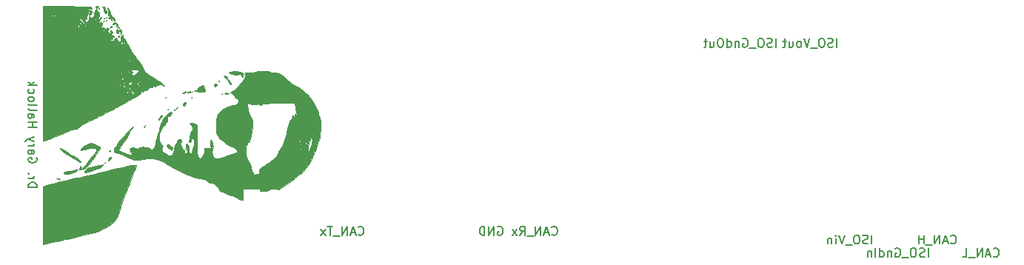
<source format=gbo>
G04 #@! TF.GenerationSoftware,KiCad,Pcbnew,(5.1.5)-3*
G04 #@! TF.CreationDate,2020-02-15T15:27:20-06:00*
G04 #@! TF.ProjectId,RTDTemp,52544454-656d-4702-9e6b-696361645f70,Rev1.2+*
G04 #@! TF.SameCoordinates,Original*
G04 #@! TF.FileFunction,Legend,Bot*
G04 #@! TF.FilePolarity,Positive*
%FSLAX46Y46*%
G04 Gerber Fmt 4.6, Leading zero omitted, Abs format (unit mm)*
G04 Created by KiCad (PCBNEW (5.1.5)-3) date 2020-02-15 15:27:20*
%MOMM*%
%LPD*%
G04 APERTURE LIST*
%ADD10C,0.200000*%
%ADD11C,0.010000*%
%ADD12C,1.924000*%
%ADD13R,1.924000X1.924000*%
%ADD14C,2.100000*%
%ADD15C,1.670000*%
%ADD16C,3.200000*%
%ADD17R,2.100000X2.100000*%
%ADD18O,2.100000X2.100000*%
%ADD19C,1.908000*%
%ADD20R,1.924000X1.908000*%
%ADD21C,3.400000*%
%ADD22O,1.900000X2.420000*%
%ADD23C,0.100000*%
G04 APERTURE END LIST*
D10*
X196050000Y-79167380D02*
X196050000Y-78167380D01*
X195621428Y-79119761D02*
X195478571Y-79167380D01*
X195240476Y-79167380D01*
X195145238Y-79119761D01*
X195097619Y-79072142D01*
X195050000Y-78976904D01*
X195050000Y-78881666D01*
X195097619Y-78786428D01*
X195145238Y-78738809D01*
X195240476Y-78691190D01*
X195430952Y-78643571D01*
X195526190Y-78595952D01*
X195573809Y-78548333D01*
X195621428Y-78453095D01*
X195621428Y-78357857D01*
X195573809Y-78262619D01*
X195526190Y-78215000D01*
X195430952Y-78167380D01*
X195192857Y-78167380D01*
X195050000Y-78215000D01*
X194430952Y-78167380D02*
X194240476Y-78167380D01*
X194145238Y-78215000D01*
X194050000Y-78310238D01*
X194002380Y-78500714D01*
X194002380Y-78834047D01*
X194050000Y-79024523D01*
X194145238Y-79119761D01*
X194240476Y-79167380D01*
X194430952Y-79167380D01*
X194526190Y-79119761D01*
X194621428Y-79024523D01*
X194669047Y-78834047D01*
X194669047Y-78500714D01*
X194621428Y-78310238D01*
X194526190Y-78215000D01*
X194430952Y-78167380D01*
X193811904Y-79262619D02*
X193050000Y-79262619D01*
X192954761Y-78167380D02*
X192621428Y-79167380D01*
X192288095Y-78167380D01*
X191811904Y-79167380D02*
X191907142Y-79119761D01*
X191954761Y-79072142D01*
X192002380Y-78976904D01*
X192002380Y-78691190D01*
X191954761Y-78595952D01*
X191907142Y-78548333D01*
X191811904Y-78500714D01*
X191669047Y-78500714D01*
X191573809Y-78548333D01*
X191526190Y-78595952D01*
X191478571Y-78691190D01*
X191478571Y-78976904D01*
X191526190Y-79072142D01*
X191573809Y-79119761D01*
X191669047Y-79167380D01*
X191811904Y-79167380D01*
X190621428Y-78500714D02*
X190621428Y-79167380D01*
X191050000Y-78500714D02*
X191050000Y-79024523D01*
X191002380Y-79119761D01*
X190907142Y-79167380D01*
X190764285Y-79167380D01*
X190669047Y-79119761D01*
X190621428Y-79072142D01*
X190288095Y-78500714D02*
X189907142Y-78500714D01*
X190145238Y-78167380D02*
X190145238Y-79024523D01*
X190097619Y-79119761D01*
X190002380Y-79167380D01*
X189907142Y-79167380D01*
X189097619Y-79167380D02*
X189097619Y-78167380D01*
X188669047Y-79119761D02*
X188526190Y-79167380D01*
X188288095Y-79167380D01*
X188192857Y-79119761D01*
X188145238Y-79072142D01*
X188097619Y-78976904D01*
X188097619Y-78881666D01*
X188145238Y-78786428D01*
X188192857Y-78738809D01*
X188288095Y-78691190D01*
X188478571Y-78643571D01*
X188573809Y-78595952D01*
X188621428Y-78548333D01*
X188669047Y-78453095D01*
X188669047Y-78357857D01*
X188621428Y-78262619D01*
X188573809Y-78215000D01*
X188478571Y-78167380D01*
X188240476Y-78167380D01*
X188097619Y-78215000D01*
X187478571Y-78167380D02*
X187288095Y-78167380D01*
X187192857Y-78215000D01*
X187097619Y-78310238D01*
X187050000Y-78500714D01*
X187050000Y-78834047D01*
X187097619Y-79024523D01*
X187192857Y-79119761D01*
X187288095Y-79167380D01*
X187478571Y-79167380D01*
X187573809Y-79119761D01*
X187669047Y-79024523D01*
X187716666Y-78834047D01*
X187716666Y-78500714D01*
X187669047Y-78310238D01*
X187573809Y-78215000D01*
X187478571Y-78167380D01*
X186859523Y-79262619D02*
X186097619Y-79262619D01*
X185335714Y-78215000D02*
X185430952Y-78167380D01*
X185573809Y-78167380D01*
X185716666Y-78215000D01*
X185811904Y-78310238D01*
X185859523Y-78405476D01*
X185907142Y-78595952D01*
X185907142Y-78738809D01*
X185859523Y-78929285D01*
X185811904Y-79024523D01*
X185716666Y-79119761D01*
X185573809Y-79167380D01*
X185478571Y-79167380D01*
X185335714Y-79119761D01*
X185288095Y-79072142D01*
X185288095Y-78738809D01*
X185478571Y-78738809D01*
X184859523Y-78500714D02*
X184859523Y-79167380D01*
X184859523Y-78595952D02*
X184811904Y-78548333D01*
X184716666Y-78500714D01*
X184573809Y-78500714D01*
X184478571Y-78548333D01*
X184430952Y-78643571D01*
X184430952Y-79167380D01*
X183526190Y-79167380D02*
X183526190Y-78167380D01*
X183526190Y-79119761D02*
X183621428Y-79167380D01*
X183811904Y-79167380D01*
X183907142Y-79119761D01*
X183954761Y-79072142D01*
X184002380Y-78976904D01*
X184002380Y-78691190D01*
X183954761Y-78595952D01*
X183907142Y-78548333D01*
X183811904Y-78500714D01*
X183621428Y-78500714D01*
X183526190Y-78548333D01*
X182859523Y-78167380D02*
X182669047Y-78167380D01*
X182573809Y-78215000D01*
X182478571Y-78310238D01*
X182430952Y-78500714D01*
X182430952Y-78834047D01*
X182478571Y-79024523D01*
X182573809Y-79119761D01*
X182669047Y-79167380D01*
X182859523Y-79167380D01*
X182954761Y-79119761D01*
X183050000Y-79024523D01*
X183097619Y-78834047D01*
X183097619Y-78500714D01*
X183050000Y-78310238D01*
X182954761Y-78215000D01*
X182859523Y-78167380D01*
X181573809Y-78500714D02*
X181573809Y-79167380D01*
X182002380Y-78500714D02*
X182002380Y-79024523D01*
X181954761Y-79119761D01*
X181859523Y-79167380D01*
X181716666Y-79167380D01*
X181621428Y-79119761D01*
X181573809Y-79072142D01*
X181240476Y-78500714D02*
X180859523Y-78500714D01*
X181097619Y-78167380D02*
X181097619Y-79024523D01*
X181050000Y-79119761D01*
X180954761Y-79167380D01*
X180859523Y-79167380D01*
X213978571Y-103072142D02*
X214026190Y-103119761D01*
X214169047Y-103167380D01*
X214264285Y-103167380D01*
X214407142Y-103119761D01*
X214502380Y-103024523D01*
X214550000Y-102929285D01*
X214597619Y-102738809D01*
X214597619Y-102595952D01*
X214550000Y-102405476D01*
X214502380Y-102310238D01*
X214407142Y-102215000D01*
X214264285Y-102167380D01*
X214169047Y-102167380D01*
X214026190Y-102215000D01*
X213978571Y-102262619D01*
X213597619Y-102881666D02*
X213121428Y-102881666D01*
X213692857Y-103167380D02*
X213359523Y-102167380D01*
X213026190Y-103167380D01*
X212692857Y-103167380D02*
X212692857Y-102167380D01*
X212121428Y-103167380D01*
X212121428Y-102167380D01*
X211883333Y-103262619D02*
X211121428Y-103262619D01*
X210407142Y-103167380D02*
X210883333Y-103167380D01*
X210883333Y-102167380D01*
X209097619Y-101572142D02*
X209145238Y-101619761D01*
X209288095Y-101667380D01*
X209383333Y-101667380D01*
X209526190Y-101619761D01*
X209621428Y-101524523D01*
X209669047Y-101429285D01*
X209716666Y-101238809D01*
X209716666Y-101095952D01*
X209669047Y-100905476D01*
X209621428Y-100810238D01*
X209526190Y-100715000D01*
X209383333Y-100667380D01*
X209288095Y-100667380D01*
X209145238Y-100715000D01*
X209097619Y-100762619D01*
X208716666Y-101381666D02*
X208240476Y-101381666D01*
X208811904Y-101667380D02*
X208478571Y-100667380D01*
X208145238Y-101667380D01*
X207811904Y-101667380D02*
X207811904Y-100667380D01*
X207240476Y-101667380D01*
X207240476Y-100667380D01*
X207002380Y-101762619D02*
X206240476Y-101762619D01*
X206002380Y-101667380D02*
X206002380Y-100667380D01*
X206002380Y-101143571D02*
X205430952Y-101143571D01*
X205430952Y-101667380D02*
X205430952Y-100667380D01*
X206526190Y-103167380D02*
X206526190Y-102167380D01*
X206097619Y-103119761D02*
X205954761Y-103167380D01*
X205716666Y-103167380D01*
X205621428Y-103119761D01*
X205573809Y-103072142D01*
X205526190Y-102976904D01*
X205526190Y-102881666D01*
X205573809Y-102786428D01*
X205621428Y-102738809D01*
X205716666Y-102691190D01*
X205907142Y-102643571D01*
X206002380Y-102595952D01*
X206050000Y-102548333D01*
X206097619Y-102453095D01*
X206097619Y-102357857D01*
X206050000Y-102262619D01*
X206002380Y-102215000D01*
X205907142Y-102167380D01*
X205669047Y-102167380D01*
X205526190Y-102215000D01*
X204907142Y-102167380D02*
X204716666Y-102167380D01*
X204621428Y-102215000D01*
X204526190Y-102310238D01*
X204478571Y-102500714D01*
X204478571Y-102834047D01*
X204526190Y-103024523D01*
X204621428Y-103119761D01*
X204716666Y-103167380D01*
X204907142Y-103167380D01*
X205002380Y-103119761D01*
X205097619Y-103024523D01*
X205145238Y-102834047D01*
X205145238Y-102500714D01*
X205097619Y-102310238D01*
X205002380Y-102215000D01*
X204907142Y-102167380D01*
X204288095Y-103262619D02*
X203526190Y-103262619D01*
X202764285Y-102215000D02*
X202859523Y-102167380D01*
X203002380Y-102167380D01*
X203145238Y-102215000D01*
X203240476Y-102310238D01*
X203288095Y-102405476D01*
X203335714Y-102595952D01*
X203335714Y-102738809D01*
X203288095Y-102929285D01*
X203240476Y-103024523D01*
X203145238Y-103119761D01*
X203002380Y-103167380D01*
X202907142Y-103167380D01*
X202764285Y-103119761D01*
X202716666Y-103072142D01*
X202716666Y-102738809D01*
X202907142Y-102738809D01*
X202288095Y-102500714D02*
X202288095Y-103167380D01*
X202288095Y-102595952D02*
X202240476Y-102548333D01*
X202145238Y-102500714D01*
X202002380Y-102500714D01*
X201907142Y-102548333D01*
X201859523Y-102643571D01*
X201859523Y-103167380D01*
X200954761Y-103167380D02*
X200954761Y-102167380D01*
X200954761Y-103119761D02*
X201050000Y-103167380D01*
X201240476Y-103167380D01*
X201335714Y-103119761D01*
X201383333Y-103072142D01*
X201430952Y-102976904D01*
X201430952Y-102691190D01*
X201383333Y-102595952D01*
X201335714Y-102548333D01*
X201240476Y-102500714D01*
X201050000Y-102500714D01*
X200954761Y-102548333D01*
X200478571Y-103167380D02*
X200478571Y-102167380D01*
X200002380Y-102500714D02*
X200002380Y-103167380D01*
X200002380Y-102595952D02*
X199954761Y-102548333D01*
X199859523Y-102500714D01*
X199716666Y-102500714D01*
X199621428Y-102548333D01*
X199573809Y-102643571D01*
X199573809Y-103167380D01*
X200050000Y-101667380D02*
X200050000Y-100667380D01*
X199621428Y-101619761D02*
X199478571Y-101667380D01*
X199240476Y-101667380D01*
X199145238Y-101619761D01*
X199097619Y-101572142D01*
X199050000Y-101476904D01*
X199050000Y-101381666D01*
X199097619Y-101286428D01*
X199145238Y-101238809D01*
X199240476Y-101191190D01*
X199430952Y-101143571D01*
X199526190Y-101095952D01*
X199573809Y-101048333D01*
X199621428Y-100953095D01*
X199621428Y-100857857D01*
X199573809Y-100762619D01*
X199526190Y-100715000D01*
X199430952Y-100667380D01*
X199192857Y-100667380D01*
X199050000Y-100715000D01*
X198430952Y-100667380D02*
X198240476Y-100667380D01*
X198145238Y-100715000D01*
X198050000Y-100810238D01*
X198002380Y-101000714D01*
X198002380Y-101334047D01*
X198050000Y-101524523D01*
X198145238Y-101619761D01*
X198240476Y-101667380D01*
X198430952Y-101667380D01*
X198526190Y-101619761D01*
X198621428Y-101524523D01*
X198669047Y-101334047D01*
X198669047Y-101000714D01*
X198621428Y-100810238D01*
X198526190Y-100715000D01*
X198430952Y-100667380D01*
X197811904Y-101762619D02*
X197050000Y-101762619D01*
X196954761Y-100667380D02*
X196621428Y-101667380D01*
X196288095Y-100667380D01*
X195954761Y-101667380D02*
X195954761Y-101000714D01*
X195954761Y-100667380D02*
X196002380Y-100715000D01*
X195954761Y-100762619D01*
X195907142Y-100715000D01*
X195954761Y-100667380D01*
X195954761Y-100762619D01*
X195478571Y-101000714D02*
X195478571Y-101667380D01*
X195478571Y-101095952D02*
X195430952Y-101048333D01*
X195335714Y-101000714D01*
X195192857Y-101000714D01*
X195097619Y-101048333D01*
X195050000Y-101143571D01*
X195050000Y-101667380D01*
X163478571Y-100572142D02*
X163526190Y-100619761D01*
X163669047Y-100667380D01*
X163764285Y-100667380D01*
X163907142Y-100619761D01*
X164002380Y-100524523D01*
X164050000Y-100429285D01*
X164097619Y-100238809D01*
X164097619Y-100095952D01*
X164050000Y-99905476D01*
X164002380Y-99810238D01*
X163907142Y-99715000D01*
X163764285Y-99667380D01*
X163669047Y-99667380D01*
X163526190Y-99715000D01*
X163478571Y-99762619D01*
X163097619Y-100381666D02*
X162621428Y-100381666D01*
X163192857Y-100667380D02*
X162859523Y-99667380D01*
X162526190Y-100667380D01*
X162192857Y-100667380D02*
X162192857Y-99667380D01*
X161621428Y-100667380D01*
X161621428Y-99667380D01*
X161383333Y-100762619D02*
X160621428Y-100762619D01*
X159811904Y-100667380D02*
X160145238Y-100191190D01*
X160383333Y-100667380D02*
X160383333Y-99667380D01*
X160002380Y-99667380D01*
X159907142Y-99715000D01*
X159859523Y-99762619D01*
X159811904Y-99857857D01*
X159811904Y-100000714D01*
X159859523Y-100095952D01*
X159907142Y-100143571D01*
X160002380Y-100191190D01*
X160383333Y-100191190D01*
X159478571Y-100667380D02*
X158954761Y-100000714D01*
X159478571Y-100000714D02*
X158954761Y-100667380D01*
X157311904Y-99715000D02*
X157407142Y-99667380D01*
X157550000Y-99667380D01*
X157692857Y-99715000D01*
X157788095Y-99810238D01*
X157835714Y-99905476D01*
X157883333Y-100095952D01*
X157883333Y-100238809D01*
X157835714Y-100429285D01*
X157788095Y-100524523D01*
X157692857Y-100619761D01*
X157550000Y-100667380D01*
X157454761Y-100667380D01*
X157311904Y-100619761D01*
X157264285Y-100572142D01*
X157264285Y-100238809D01*
X157454761Y-100238809D01*
X156835714Y-100667380D02*
X156835714Y-99667380D01*
X156264285Y-100667380D01*
X156264285Y-99667380D01*
X155788095Y-100667380D02*
X155788095Y-99667380D01*
X155550000Y-99667380D01*
X155407142Y-99715000D01*
X155311904Y-99810238D01*
X155264285Y-99905476D01*
X155216666Y-100095952D01*
X155216666Y-100238809D01*
X155264285Y-100429285D01*
X155311904Y-100524523D01*
X155407142Y-100619761D01*
X155550000Y-100667380D01*
X155788095Y-100667380D01*
X141359523Y-100572142D02*
X141407142Y-100619761D01*
X141550000Y-100667380D01*
X141645238Y-100667380D01*
X141788095Y-100619761D01*
X141883333Y-100524523D01*
X141930952Y-100429285D01*
X141978571Y-100238809D01*
X141978571Y-100095952D01*
X141930952Y-99905476D01*
X141883333Y-99810238D01*
X141788095Y-99715000D01*
X141645238Y-99667380D01*
X141550000Y-99667380D01*
X141407142Y-99715000D01*
X141359523Y-99762619D01*
X140978571Y-100381666D02*
X140502380Y-100381666D01*
X141073809Y-100667380D02*
X140740476Y-99667380D01*
X140407142Y-100667380D01*
X140073809Y-100667380D02*
X140073809Y-99667380D01*
X139502380Y-100667380D01*
X139502380Y-99667380D01*
X139264285Y-100762619D02*
X138502380Y-100762619D01*
X138407142Y-99667380D02*
X137835714Y-99667380D01*
X138121428Y-100667380D02*
X138121428Y-99667380D01*
X137597619Y-100667380D02*
X137073809Y-100000714D01*
X137597619Y-100000714D02*
X137073809Y-100667380D01*
X103597619Y-95215000D02*
X104597619Y-95215000D01*
X104597619Y-94976904D01*
X104550000Y-94834047D01*
X104454761Y-94738809D01*
X104359523Y-94691190D01*
X104169047Y-94643571D01*
X104026190Y-94643571D01*
X103835714Y-94691190D01*
X103740476Y-94738809D01*
X103645238Y-94834047D01*
X103597619Y-94976904D01*
X103597619Y-95215000D01*
X103597619Y-94215000D02*
X104264285Y-94215000D01*
X104073809Y-94215000D02*
X104169047Y-94167380D01*
X104216666Y-94119761D01*
X104264285Y-94024523D01*
X104264285Y-93929285D01*
X103692857Y-93595952D02*
X103645238Y-93548333D01*
X103597619Y-93595952D01*
X103645238Y-93643571D01*
X103692857Y-93595952D01*
X103597619Y-93595952D01*
X104550000Y-91834047D02*
X104597619Y-91929285D01*
X104597619Y-92072142D01*
X104550000Y-92215000D01*
X104454761Y-92310238D01*
X104359523Y-92357857D01*
X104169047Y-92405476D01*
X104026190Y-92405476D01*
X103835714Y-92357857D01*
X103740476Y-92310238D01*
X103645238Y-92215000D01*
X103597619Y-92072142D01*
X103597619Y-91976904D01*
X103645238Y-91834047D01*
X103692857Y-91786428D01*
X104026190Y-91786428D01*
X104026190Y-91976904D01*
X103597619Y-90929285D02*
X104121428Y-90929285D01*
X104216666Y-90976904D01*
X104264285Y-91072142D01*
X104264285Y-91262619D01*
X104216666Y-91357857D01*
X103645238Y-90929285D02*
X103597619Y-91024523D01*
X103597619Y-91262619D01*
X103645238Y-91357857D01*
X103740476Y-91405476D01*
X103835714Y-91405476D01*
X103930952Y-91357857D01*
X103978571Y-91262619D01*
X103978571Y-91024523D01*
X104026190Y-90929285D01*
X103597619Y-90453095D02*
X104264285Y-90453095D01*
X104073809Y-90453095D02*
X104169047Y-90405476D01*
X104216666Y-90357857D01*
X104264285Y-90262619D01*
X104264285Y-90167380D01*
X104264285Y-89929285D02*
X103597619Y-89691190D01*
X104264285Y-89453095D02*
X103597619Y-89691190D01*
X103359523Y-89786428D01*
X103311904Y-89834047D01*
X103264285Y-89929285D01*
X103597619Y-88310238D02*
X104597619Y-88310238D01*
X104121428Y-88310238D02*
X104121428Y-87738809D01*
X103597619Y-87738809D02*
X104597619Y-87738809D01*
X103597619Y-86834047D02*
X104121428Y-86834047D01*
X104216666Y-86881666D01*
X104264285Y-86976904D01*
X104264285Y-87167380D01*
X104216666Y-87262619D01*
X103645238Y-86834047D02*
X103597619Y-86929285D01*
X103597619Y-87167380D01*
X103645238Y-87262619D01*
X103740476Y-87310238D01*
X103835714Y-87310238D01*
X103930952Y-87262619D01*
X103978571Y-87167380D01*
X103978571Y-86929285D01*
X104026190Y-86834047D01*
X103597619Y-86215000D02*
X103645238Y-86310238D01*
X103740476Y-86357857D01*
X104597619Y-86357857D01*
X103597619Y-85691190D02*
X103645238Y-85786428D01*
X103740476Y-85834047D01*
X104597619Y-85834047D01*
X103597619Y-85167380D02*
X103645238Y-85262619D01*
X103692857Y-85310238D01*
X103788095Y-85357857D01*
X104073809Y-85357857D01*
X104169047Y-85310238D01*
X104216666Y-85262619D01*
X104264285Y-85167380D01*
X104264285Y-85024523D01*
X104216666Y-84929285D01*
X104169047Y-84881666D01*
X104073809Y-84834047D01*
X103788095Y-84834047D01*
X103692857Y-84881666D01*
X103645238Y-84929285D01*
X103597619Y-85024523D01*
X103597619Y-85167380D01*
X103645238Y-83976904D02*
X103597619Y-84072142D01*
X103597619Y-84262619D01*
X103645238Y-84357857D01*
X103692857Y-84405476D01*
X103788095Y-84453095D01*
X104073809Y-84453095D01*
X104169047Y-84405476D01*
X104216666Y-84357857D01*
X104264285Y-84262619D01*
X104264285Y-84072142D01*
X104216666Y-83976904D01*
X103597619Y-83548333D02*
X104597619Y-83548333D01*
X103978571Y-83453095D02*
X103597619Y-83167380D01*
X104264285Y-83167380D02*
X103883333Y-83548333D01*
D11*
G36*
X128068441Y-82100624D02*
G01*
X127793389Y-81990592D01*
X127364565Y-81938716D01*
X127132488Y-81933667D01*
X126784134Y-81949394D01*
X126591071Y-81994634D01*
X126557115Y-82066479D01*
X126686084Y-82162018D01*
X126778166Y-82203749D01*
X126994437Y-82255575D01*
X127297178Y-82284037D01*
X127497833Y-82285680D01*
X127773577Y-82283604D01*
X127920086Y-82307047D01*
X127976967Y-82368648D01*
X127984666Y-82441027D01*
X128025486Y-82582797D01*
X128110718Y-82599949D01*
X128175498Y-82505167D01*
X128194289Y-82271315D01*
X128068441Y-82100624D01*
G37*
X128068441Y-82100624D02*
X127793389Y-81990592D01*
X127364565Y-81938716D01*
X127132488Y-81933667D01*
X126784134Y-81949394D01*
X126591071Y-81994634D01*
X126557115Y-82066479D01*
X126686084Y-82162018D01*
X126778166Y-82203749D01*
X126994437Y-82255575D01*
X127297178Y-82284037D01*
X127497833Y-82285680D01*
X127773577Y-82283604D01*
X127920086Y-82307047D01*
X127976967Y-82368648D01*
X127984666Y-82441027D01*
X128025486Y-82582797D01*
X128110718Y-82599949D01*
X128175498Y-82505167D01*
X128194289Y-82271315D01*
X128068441Y-82100624D01*
G36*
X126749344Y-83224191D02*
G01*
X126633620Y-83060260D01*
X126503527Y-82919213D01*
X126415035Y-82865000D01*
X126388319Y-82867652D01*
X126392159Y-82905088D01*
X126439804Y-83021532D01*
X126510149Y-83182500D01*
X126620118Y-83371908D01*
X126723254Y-83456072D01*
X126789471Y-83417915D01*
X126799333Y-83346632D01*
X126749344Y-83224191D01*
G37*
X126749344Y-83224191D02*
X126633620Y-83060260D01*
X126503527Y-82919213D01*
X126415035Y-82865000D01*
X126388319Y-82867652D01*
X126392159Y-82905088D01*
X126439804Y-83021532D01*
X126510149Y-83182500D01*
X126620118Y-83371908D01*
X126723254Y-83456072D01*
X126789471Y-83417915D01*
X126799333Y-83346632D01*
X126749344Y-83224191D01*
G36*
X126489976Y-84424596D02*
G01*
X126439500Y-84412023D01*
X126223466Y-84400076D01*
X126143166Y-84412023D01*
X126039360Y-84446350D01*
X126092691Y-84489484D01*
X126143166Y-84511956D01*
X126345675Y-84535477D01*
X126439500Y-84511956D01*
X126543306Y-84457272D01*
X126489976Y-84424596D01*
G37*
X126489976Y-84424596D02*
X126439500Y-84412023D01*
X126223466Y-84400076D01*
X126143166Y-84412023D01*
X126039360Y-84446350D01*
X126092691Y-84489484D01*
X126143166Y-84511956D01*
X126345675Y-84535477D01*
X126439500Y-84511956D01*
X126543306Y-84457272D01*
X126489976Y-84424596D01*
G36*
X126326601Y-82580785D02*
G01*
X126206956Y-82463365D01*
X126112941Y-82441667D01*
X125981103Y-82453670D01*
X125978502Y-82509579D01*
X126106484Y-82639246D01*
X126122519Y-82653804D01*
X126278886Y-82758482D01*
X126352348Y-82730046D01*
X126326601Y-82580785D01*
G37*
X126326601Y-82580785D02*
X126206956Y-82463365D01*
X126112941Y-82441667D01*
X125981103Y-82453670D01*
X125978502Y-82509579D01*
X126106484Y-82639246D01*
X126122519Y-82653804D01*
X126278886Y-82758482D01*
X126352348Y-82730046D01*
X126326601Y-82580785D01*
G36*
X125741000Y-84473667D02*
G01*
X125698666Y-84516000D01*
X125741000Y-84558334D01*
X125783333Y-84516000D01*
X125741000Y-84473667D01*
G37*
X125741000Y-84473667D02*
X125698666Y-84516000D01*
X125741000Y-84558334D01*
X125783333Y-84516000D01*
X125741000Y-84473667D01*
G36*
X125416444Y-82977889D02*
G01*
X125366110Y-82989512D01*
X125360000Y-83034334D01*
X125390978Y-83104024D01*
X125416444Y-83090778D01*
X125426577Y-82990299D01*
X125416444Y-82977889D01*
G37*
X125416444Y-82977889D02*
X125366110Y-82989512D01*
X125360000Y-83034334D01*
X125390978Y-83104024D01*
X125416444Y-83090778D01*
X125426577Y-82990299D01*
X125416444Y-82977889D01*
G36*
X125101930Y-83327954D02*
G01*
X124982028Y-83308087D01*
X124944044Y-83326108D01*
X124873564Y-83433342D01*
X124854145Y-83583620D01*
X124889534Y-83695506D01*
X124926300Y-83711667D01*
X125036109Y-83653671D01*
X125108978Y-83581079D01*
X125157389Y-83439267D01*
X125101930Y-83327954D01*
G37*
X125101930Y-83327954D02*
X124982028Y-83308087D01*
X124944044Y-83326108D01*
X124873564Y-83433342D01*
X124854145Y-83583620D01*
X124889534Y-83695506D01*
X124926300Y-83711667D01*
X125036109Y-83653671D01*
X125108978Y-83581079D01*
X125157389Y-83439267D01*
X125101930Y-83327954D01*
G36*
X123751470Y-83871512D02*
G01*
X123742847Y-83847079D01*
X123650482Y-83651082D01*
X123559669Y-83547296D01*
X123541497Y-83542334D01*
X123391858Y-83594981D01*
X123194991Y-83720289D01*
X123021504Y-83869314D01*
X122960936Y-83944794D01*
X122829872Y-84071280D01*
X122706936Y-84142792D01*
X122578484Y-84202563D01*
X122607001Y-84207625D01*
X122714166Y-84187649D01*
X122861418Y-84179622D01*
X122904666Y-84206427D01*
X122976299Y-84252185D01*
X123197916Y-84285560D01*
X123531122Y-84306220D01*
X123728448Y-84268260D01*
X123800495Y-84126399D01*
X123751470Y-83871512D01*
G37*
X123751470Y-83871512D02*
X123742847Y-83847079D01*
X123650482Y-83651082D01*
X123559669Y-83547296D01*
X123541497Y-83542334D01*
X123391858Y-83594981D01*
X123194991Y-83720289D01*
X123021504Y-83869314D01*
X122960936Y-83944794D01*
X122829872Y-84071280D01*
X122706936Y-84142792D01*
X122578484Y-84202563D01*
X122607001Y-84207625D01*
X122714166Y-84187649D01*
X122861418Y-84179622D01*
X122904666Y-84206427D01*
X122976299Y-84252185D01*
X123197916Y-84285560D01*
X123531122Y-84306220D01*
X123728448Y-84268260D01*
X123800495Y-84126399D01*
X123751470Y-83871512D01*
G36*
X122269666Y-84897000D02*
G01*
X122227333Y-84939334D01*
X122269666Y-84981667D01*
X122312000Y-84939334D01*
X122269666Y-84897000D01*
G37*
X122269666Y-84897000D02*
X122227333Y-84939334D01*
X122269666Y-84981667D01*
X122312000Y-84939334D01*
X122269666Y-84897000D01*
G36*
X122401360Y-84244539D02*
G01*
X122252021Y-84233511D01*
X122121500Y-84229684D01*
X121887192Y-84239809D01*
X121742227Y-84276810D01*
X121719333Y-84304334D01*
X121788552Y-84371213D01*
X121867500Y-84378983D01*
X122056643Y-84351073D01*
X122269666Y-84304334D01*
X122402502Y-84265759D01*
X122401360Y-84244539D01*
G37*
X122401360Y-84244539D02*
X122252021Y-84233511D01*
X122121500Y-84229684D01*
X121887192Y-84239809D01*
X121742227Y-84276810D01*
X121719333Y-84304334D01*
X121788552Y-84371213D01*
X121867500Y-84378983D01*
X122056643Y-84351073D01*
X122269666Y-84304334D01*
X122402502Y-84265759D01*
X122401360Y-84244539D01*
G36*
X121605359Y-85448392D02*
G01*
X121511177Y-85466226D01*
X121465250Y-85489712D01*
X121326317Y-85623039D01*
X121303781Y-85775745D01*
X121374816Y-85867051D01*
X121478447Y-85851170D01*
X121569964Y-85707025D01*
X121610967Y-85550233D01*
X121605359Y-85448392D01*
G37*
X121605359Y-85448392D02*
X121511177Y-85466226D01*
X121465250Y-85489712D01*
X121326317Y-85623039D01*
X121303781Y-85775745D01*
X121374816Y-85867051D01*
X121478447Y-85851170D01*
X121569964Y-85707025D01*
X121610967Y-85550233D01*
X121605359Y-85448392D01*
G36*
X121546458Y-84225821D02*
G01*
X121415019Y-84287415D01*
X121333349Y-84343974D01*
X121240758Y-84439839D01*
X121280881Y-84470974D01*
X121428270Y-84417970D01*
X121519762Y-84346667D01*
X121591853Y-84245723D01*
X121546458Y-84225821D01*
G37*
X121546458Y-84225821D02*
X121415019Y-84287415D01*
X121333349Y-84343974D01*
X121240758Y-84439839D01*
X121280881Y-84470974D01*
X121428270Y-84417970D01*
X121519762Y-84346667D01*
X121591853Y-84245723D01*
X121546458Y-84225821D01*
G36*
X120615155Y-86037147D02*
G01*
X120588309Y-86047121D01*
X120484270Y-86123267D01*
X120440181Y-86213441D01*
X120481300Y-86251667D01*
X120554266Y-86195499D01*
X120620275Y-86122729D01*
X120682049Y-86030938D01*
X120615155Y-86037147D01*
G37*
X120615155Y-86037147D02*
X120588309Y-86047121D01*
X120484270Y-86123267D01*
X120440181Y-86213441D01*
X120481300Y-86251667D01*
X120554266Y-86195499D01*
X120620275Y-86122729D01*
X120682049Y-86030938D01*
X120615155Y-86037147D01*
G36*
X120336444Y-86279889D02*
G01*
X120286110Y-86291512D01*
X120280000Y-86336334D01*
X120310978Y-86406024D01*
X120336444Y-86392778D01*
X120346577Y-86292299D01*
X120336444Y-86279889D01*
G37*
X120336444Y-86279889D02*
X120286110Y-86291512D01*
X120280000Y-86336334D01*
X120310978Y-86406024D01*
X120336444Y-86392778D01*
X120346577Y-86292299D01*
X120336444Y-86279889D01*
G36*
X119560333Y-86251667D02*
G01*
X119518000Y-86294000D01*
X119560333Y-86336334D01*
X119602666Y-86294000D01*
X119560333Y-86251667D01*
G37*
X119560333Y-86251667D02*
X119518000Y-86294000D01*
X119560333Y-86336334D01*
X119602666Y-86294000D01*
X119560333Y-86251667D01*
G36*
X120068789Y-90643719D02*
G01*
X119972185Y-90520639D01*
X119806207Y-90394834D01*
X119630403Y-90302574D01*
X119504318Y-90280130D01*
X119487547Y-90289676D01*
X119439177Y-90380806D01*
X119480229Y-90504473D01*
X119625710Y-90700322D01*
X119657377Y-90738270D01*
X119809717Y-90901042D01*
X119909934Y-90943309D01*
X119999155Y-90886798D01*
X120075752Y-90731880D01*
X120068789Y-90643719D01*
G37*
X120068789Y-90643719D02*
X119972185Y-90520639D01*
X119806207Y-90394834D01*
X119630403Y-90302574D01*
X119504318Y-90280130D01*
X119487547Y-90289676D01*
X119439177Y-90380806D01*
X119480229Y-90504473D01*
X119625710Y-90700322D01*
X119657377Y-90738270D01*
X119809717Y-90901042D01*
X119909934Y-90943309D01*
X119999155Y-90886798D01*
X120075752Y-90731880D01*
X120068789Y-90643719D01*
G36*
X119306333Y-84897000D02*
G01*
X119264000Y-84939334D01*
X119306333Y-84981667D01*
X119348666Y-84939334D01*
X119306333Y-84897000D01*
G37*
X119306333Y-84897000D02*
X119264000Y-84939334D01*
X119306333Y-84981667D01*
X119348666Y-84939334D01*
X119306333Y-84897000D01*
G36*
X118854779Y-86929018D02*
G01*
X118853383Y-86929000D01*
X118751356Y-86996395D01*
X118630137Y-87154112D01*
X118533923Y-87335457D01*
X118504693Y-87455188D01*
X118546262Y-87484678D01*
X118637896Y-87394667D01*
X118806372Y-87152567D01*
X118882183Y-86989751D01*
X118854779Y-86929018D01*
G37*
X118854779Y-86929018D02*
X118853383Y-86929000D01*
X118751356Y-86996395D01*
X118630137Y-87154112D01*
X118533923Y-87335457D01*
X118504693Y-87455188D01*
X118546262Y-87484678D01*
X118637896Y-87394667D01*
X118806372Y-87152567D01*
X118882183Y-86989751D01*
X118854779Y-86929018D01*
G36*
X117772797Y-83656104D02*
G01*
X117740000Y-83669334D01*
X117659229Y-83745416D01*
X117655333Y-83758997D01*
X117720839Y-83795363D01*
X117740000Y-83796334D01*
X117821413Y-83731246D01*
X117824666Y-83706670D01*
X117772797Y-83656104D01*
G37*
X117772797Y-83656104D02*
X117740000Y-83669334D01*
X117659229Y-83745416D01*
X117655333Y-83758997D01*
X117720839Y-83795363D01*
X117740000Y-83796334D01*
X117821413Y-83731246D01*
X117824666Y-83706670D01*
X117772797Y-83656104D01*
G36*
X116935666Y-88114334D02*
G01*
X116893333Y-88156667D01*
X116935666Y-88199000D01*
X116978000Y-88156667D01*
X116935666Y-88114334D01*
G37*
X116935666Y-88114334D02*
X116893333Y-88156667D01*
X116935666Y-88199000D01*
X116978000Y-88156667D01*
X116935666Y-88114334D01*
G36*
X116851000Y-88283667D02*
G01*
X116808666Y-88326000D01*
X116851000Y-88368334D01*
X116893333Y-88326000D01*
X116851000Y-88283667D01*
G37*
X116851000Y-88283667D02*
X116808666Y-88326000D01*
X116851000Y-88368334D01*
X116893333Y-88326000D01*
X116851000Y-88283667D01*
G36*
X114233682Y-77323533D02*
G01*
X114177624Y-77165619D01*
X114097720Y-77107667D01*
X114030235Y-77178594D01*
X114014666Y-77277000D01*
X114053867Y-77414518D01*
X114108392Y-77446334D01*
X114162550Y-77509041D01*
X114145709Y-77594500D01*
X114122225Y-77689937D01*
X114186750Y-77645967D01*
X114189718Y-77643033D01*
X114241997Y-77507601D01*
X114233682Y-77323533D01*
G37*
X114233682Y-77323533D02*
X114177624Y-77165619D01*
X114097720Y-77107667D01*
X114030235Y-77178594D01*
X114014666Y-77277000D01*
X114053867Y-77414518D01*
X114108392Y-77446334D01*
X114162550Y-77509041D01*
X114145709Y-77594500D01*
X114122225Y-77689937D01*
X114186750Y-77645967D01*
X114189718Y-77643033D01*
X114241997Y-77507601D01*
X114233682Y-77323533D01*
G36*
X113953206Y-76857113D02*
G01*
X113930000Y-76853667D01*
X113847534Y-76882554D01*
X113845333Y-76891004D01*
X113904662Y-76963290D01*
X113930000Y-76980667D01*
X114008019Y-76973954D01*
X114014666Y-76943331D01*
X113953206Y-76857113D01*
G37*
X113953206Y-76857113D02*
X113930000Y-76853667D01*
X113847534Y-76882554D01*
X113845333Y-76891004D01*
X113904662Y-76963290D01*
X113930000Y-76980667D01*
X114008019Y-76973954D01*
X114014666Y-76943331D01*
X113953206Y-76857113D01*
G36*
X113973621Y-77819369D02*
G01*
X113930000Y-77827334D01*
X113848563Y-77935577D01*
X113845333Y-77959331D01*
X113909912Y-78036720D01*
X113930000Y-78039000D01*
X114004304Y-77970085D01*
X114014666Y-77907004D01*
X113973621Y-77819369D01*
G37*
X113973621Y-77819369D02*
X113930000Y-77827334D01*
X113848563Y-77935577D01*
X113845333Y-77959331D01*
X113909912Y-78036720D01*
X113930000Y-78039000D01*
X114004304Y-77970085D01*
X114014666Y-77907004D01*
X113973621Y-77819369D01*
G36*
X113904083Y-77361667D02*
G01*
X113822374Y-77186648D01*
X113754736Y-77108000D01*
X113751714Y-77107667D01*
X113701299Y-77181105D01*
X113658469Y-77358097D01*
X113657940Y-77361667D01*
X113649969Y-77541092D01*
X113720163Y-77608317D01*
X113810309Y-77615667D01*
X113934901Y-77600786D01*
X113956810Y-77523589D01*
X113904083Y-77361667D01*
G37*
X113904083Y-77361667D02*
X113822374Y-77186648D01*
X113754736Y-77108000D01*
X113751714Y-77107667D01*
X113701299Y-77181105D01*
X113658469Y-77358097D01*
X113657940Y-77361667D01*
X113649969Y-77541092D01*
X113720163Y-77608317D01*
X113810309Y-77615667D01*
X113934901Y-77600786D01*
X113956810Y-77523589D01*
X113904083Y-77361667D01*
G36*
X137052109Y-88100387D02*
G01*
X137004461Y-87655694D01*
X136925732Y-87196214D01*
X136821701Y-86771107D01*
X136784593Y-86652111D01*
X136462812Y-85904415D01*
X136013297Y-85178083D01*
X135473209Y-84533000D01*
X135463490Y-84523114D01*
X135109712Y-84190121D01*
X134758220Y-83904822D01*
X134439788Y-83688968D01*
X134185191Y-83564308D01*
X134075722Y-83542334D01*
X133959602Y-83486557D01*
X133754997Y-83335617D01*
X133493149Y-83114098D01*
X133266798Y-82905779D01*
X132895553Y-82574606D01*
X132540255Y-82316450D01*
X132175046Y-82125278D01*
X131774067Y-81995059D01*
X131311461Y-81919761D01*
X130761370Y-81893351D01*
X130097936Y-81909797D01*
X129295300Y-81963067D01*
X129243382Y-81967204D01*
X128427764Y-82032655D01*
X128423107Y-82370083D01*
X128398706Y-82581989D01*
X128315251Y-82783453D01*
X128147685Y-83024576D01*
X128013814Y-83188423D01*
X127716430Y-83539660D01*
X127501157Y-83784939D01*
X127342290Y-83948874D01*
X127214122Y-84056079D01*
X127090946Y-84131167D01*
X126968666Y-84189154D01*
X126785009Y-84277962D01*
X126740481Y-84334155D01*
X126817472Y-84389204D01*
X126848423Y-84404030D01*
X127016208Y-84534988D01*
X127167666Y-84729023D01*
X127317056Y-84914903D01*
X127476863Y-85024055D01*
X127478410Y-85024554D01*
X127609606Y-85141101D01*
X127643256Y-85333789D01*
X127574380Y-85536967D01*
X127522153Y-85601418D01*
X127371831Y-85690505D01*
X127122476Y-85783168D01*
X126950653Y-85829900D01*
X126296594Y-86032764D01*
X125791742Y-86305925D01*
X125427105Y-86659295D01*
X125193688Y-87102787D01*
X125082500Y-87646314D01*
X125070128Y-87902667D01*
X125082320Y-88466007D01*
X125138285Y-88897826D01*
X125246163Y-89232147D01*
X125414092Y-89502990D01*
X125468218Y-89566790D01*
X125663515Y-89752752D01*
X125931424Y-89967223D01*
X126232185Y-90183157D01*
X126526041Y-90373507D01*
X126773236Y-90511228D01*
X126934011Y-90569274D01*
X126942438Y-90569667D01*
X127133179Y-90624951D01*
X127325508Y-90756944D01*
X127455237Y-90914856D01*
X127476666Y-90992371D01*
X127452259Y-91118904D01*
X127360984Y-91222213D01*
X127175765Y-91317795D01*
X126869525Y-91421148D01*
X126587666Y-91501227D01*
X126239577Y-91603348D01*
X125929216Y-91706541D01*
X125713728Y-91791536D01*
X125685603Y-91805415D01*
X125338161Y-91917410D01*
X125036310Y-91883297D01*
X124801134Y-91724517D01*
X124653720Y-91462515D01*
X124615155Y-91118731D01*
X124681632Y-90784469D01*
X124738421Y-90526318D01*
X124716113Y-90268105D01*
X124671975Y-90098742D01*
X124589753Y-89882845D01*
X124507179Y-89762061D01*
X124473442Y-89751922D01*
X124420637Y-89796083D01*
X124399424Y-89904067D01*
X124407790Y-90112010D01*
X124437335Y-90400334D01*
X124471000Y-90696667D01*
X124103508Y-90688794D01*
X123875979Y-90690535D01*
X123775562Y-90728852D01*
X123760165Y-90833771D01*
X123771891Y-90925355D01*
X123776086Y-91114168D01*
X123737217Y-91213392D01*
X123677020Y-91325144D01*
X123666666Y-91412272D01*
X123605973Y-91567843D01*
X123539667Y-91616285D01*
X123427036Y-91729436D01*
X123412666Y-91794677D01*
X123364841Y-91910009D01*
X123247572Y-91907640D01*
X123100174Y-91799663D01*
X123000172Y-91667803D01*
X122941542Y-91554576D01*
X122901134Y-91420604D01*
X122876807Y-91236755D01*
X122866419Y-90973900D01*
X122867829Y-90602907D01*
X122878897Y-90094646D01*
X122880378Y-90037970D01*
X122891893Y-89561164D01*
X122900220Y-89134512D01*
X122904870Y-88790954D01*
X122905351Y-88563431D01*
X122903360Y-88495334D01*
X122886152Y-88265254D01*
X122879255Y-88167812D01*
X122796069Y-88021476D01*
X122609561Y-87890427D01*
X122384816Y-87807633D01*
X122186920Y-87806060D01*
X122173902Y-87810544D01*
X122075884Y-87872258D01*
X122131530Y-87938118D01*
X122253237Y-88063049D01*
X122344921Y-88208730D01*
X122401046Y-88384806D01*
X122357640Y-88563272D01*
X122305300Y-88664667D01*
X122225905Y-88854665D01*
X122144004Y-89125175D01*
X122070303Y-89427441D01*
X122015509Y-89712708D01*
X121990327Y-89932222D01*
X122004154Y-90036043D01*
X122100295Y-90046560D01*
X122185021Y-89960421D01*
X122195805Y-89847627D01*
X122205246Y-89712881D01*
X122298298Y-89610316D01*
X122415713Y-89585029D01*
X122477947Y-89632854D01*
X122532249Y-89821172D01*
X122548621Y-90095697D01*
X122527906Y-90377803D01*
X122470947Y-90588864D01*
X122467624Y-90595283D01*
X122386485Y-90815781D01*
X122356713Y-90967133D01*
X122289447Y-91191739D01*
X122177228Y-91301409D01*
X122062007Y-91291875D01*
X121985732Y-91158873D01*
X121976804Y-91005771D01*
X121986254Y-90652654D01*
X121962920Y-90429000D01*
X121909044Y-90351287D01*
X121888666Y-90358000D01*
X121816937Y-90337895D01*
X121804000Y-90273334D01*
X121764176Y-90181886D01*
X121719333Y-90188667D01*
X121660668Y-90302114D01*
X121635959Y-90503837D01*
X121635963Y-90511164D01*
X121648027Y-90679227D01*
X121688069Y-90695072D01*
X121719333Y-90654334D01*
X121781314Y-90587202D01*
X121801815Y-90671055D01*
X121802703Y-90715177D01*
X121772277Y-90850796D01*
X121658760Y-90852951D01*
X121655833Y-90851953D01*
X121565666Y-90828885D01*
X121609052Y-90878778D01*
X121669590Y-90927033D01*
X121775719Y-91076041D01*
X121763615Y-91218560D01*
X121648201Y-91295665D01*
X121576404Y-91294984D01*
X121457674Y-91213521D01*
X121449488Y-91090040D01*
X121424547Y-90938912D01*
X121343655Y-90908334D01*
X121234959Y-90836646D01*
X121211333Y-90724501D01*
X121155715Y-90517362D01*
X121069400Y-90383833D01*
X120979066Y-90240717D01*
X121024115Y-90130389D01*
X121027067Y-90127400D01*
X121126515Y-89952020D01*
X121112894Y-89786629D01*
X121008053Y-89682551D01*
X120840250Y-89688577D01*
X120725749Y-89797102D01*
X120587640Y-90015342D01*
X120451103Y-90290863D01*
X120341319Y-90571227D01*
X120283467Y-90803999D01*
X120280000Y-90855246D01*
X120226222Y-91207871D01*
X120080285Y-91447610D01*
X119865281Y-91558925D01*
X119604306Y-91526275D01*
X119429952Y-91427222D01*
X119250468Y-91307041D01*
X119128761Y-91247763D01*
X119119262Y-91246465D01*
X119036558Y-91179848D01*
X118922756Y-91017637D01*
X118908104Y-90992465D01*
X118832595Y-90820472D01*
X118844564Y-90740550D01*
X118854479Y-90739000D01*
X118910025Y-90672263D01*
X118902458Y-90576002D01*
X118900832Y-90457071D01*
X118998416Y-90456700D01*
X119025566Y-90435987D01*
X118939821Y-90334405D01*
X118851998Y-90254019D01*
X118664139Y-90062409D01*
X118581807Y-89868472D01*
X118564415Y-89632488D01*
X118572537Y-89346016D01*
X118595938Y-89096252D01*
X118604520Y-89045667D01*
X118680439Y-88803821D01*
X118802461Y-88542353D01*
X118942675Y-88309310D01*
X119073171Y-88152739D01*
X119145548Y-88114334D01*
X119241108Y-88043669D01*
X119264000Y-87942343D01*
X119319171Y-87779538D01*
X119391000Y-87721618D01*
X119487221Y-87596449D01*
X119518000Y-87348272D01*
X119541446Y-87123443D01*
X119599449Y-86977867D01*
X119615748Y-86963249D01*
X119673685Y-86953270D01*
X119653085Y-87000585D01*
X119649682Y-87087590D01*
X119684994Y-87098334D01*
X119788213Y-87029568D01*
X119831981Y-86950167D01*
X119924627Y-86791656D01*
X119976783Y-86742026D01*
X120017325Y-86650745D01*
X119969425Y-86584559D01*
X119885550Y-86564180D01*
X119746784Y-86639613D01*
X119531507Y-86824810D01*
X119398633Y-86952865D01*
X119173830Y-87189701D01*
X119006858Y-87395321D01*
X118927906Y-87531782D01*
X118925333Y-87547777D01*
X118878972Y-87679070D01*
X118841948Y-87705112D01*
X118783761Y-87797065D01*
X118716713Y-88007547D01*
X118665134Y-88241334D01*
X118603497Y-88544033D01*
X118541197Y-88798929D01*
X118503475Y-88918667D01*
X118324707Y-89398846D01*
X118208548Y-89791278D01*
X118163596Y-90066540D01*
X118163333Y-90082792D01*
X118130004Y-90299397D01*
X118046798Y-90543061D01*
X117938884Y-90758486D01*
X117831432Y-90890374D01*
X117787819Y-90907776D01*
X117660613Y-90864104D01*
X117472440Y-90758586D01*
X117455268Y-90747409D01*
X117247487Y-90656507D01*
X116977749Y-90597512D01*
X116693032Y-90572272D01*
X116440315Y-90582637D01*
X116266578Y-90630458D01*
X116216000Y-90698617D01*
X116188545Y-90799639D01*
X116086249Y-90809071D01*
X115879217Y-90726492D01*
X115810556Y-90692901D01*
X115604961Y-90612410D01*
X115454709Y-90627959D01*
X115374215Y-90670934D01*
X115222282Y-90798790D01*
X115229043Y-90903999D01*
X115293706Y-90956254D01*
X115332349Y-91032687D01*
X115272539Y-91086954D01*
X115231318Y-91141577D01*
X115347455Y-91161904D01*
X115369333Y-91162334D01*
X115505650Y-91176208D01*
X115489381Y-91223248D01*
X115454000Y-91248297D01*
X115369624Y-91328226D01*
X115435305Y-91406330D01*
X115454000Y-91419475D01*
X115481892Y-91467082D01*
X115382334Y-91471777D01*
X115189784Y-91440233D01*
X114938704Y-91379121D01*
X114663553Y-91295114D01*
X114493557Y-91233514D01*
X114243180Y-91121052D01*
X114037303Y-91002625D01*
X113906213Y-90900094D01*
X113880195Y-90835321D01*
X113887666Y-90833411D01*
X113887666Y-90654334D01*
X113845333Y-90612000D01*
X113887666Y-90569667D01*
X113930000Y-90612000D01*
X113887666Y-90654334D01*
X113887666Y-90833411D01*
X113925767Y-90823667D01*
X114022669Y-90754433D01*
X114122315Y-90591995D01*
X114243029Y-90373169D01*
X114353333Y-90225507D01*
X114607403Y-89940124D01*
X114783166Y-89710265D01*
X114859695Y-89563770D01*
X114861333Y-89549650D01*
X114906973Y-89389346D01*
X115024439Y-89145860D01*
X115184551Y-88871917D01*
X115358126Y-88620244D01*
X115415146Y-88548973D01*
X115564545Y-88358663D01*
X115607947Y-88274065D01*
X115561621Y-88283738D01*
X115441833Y-88376239D01*
X115264851Y-88540125D01*
X115046944Y-88763955D01*
X114934841Y-88886804D01*
X114660653Y-89193277D01*
X114393773Y-89491170D01*
X114178495Y-89731058D01*
X114119211Y-89796971D01*
X113928394Y-90033511D01*
X113775701Y-90264995D01*
X113738710Y-90336834D01*
X113648750Y-90501433D01*
X113578948Y-90569667D01*
X113516017Y-90640629D01*
X113438491Y-90813057D01*
X113432812Y-90829044D01*
X113385172Y-91004372D01*
X113426298Y-91104664D01*
X113588365Y-91191012D01*
X113633477Y-91210044D01*
X113856592Y-91290974D01*
X114024119Y-91330806D01*
X114039887Y-91331667D01*
X114160948Y-91367415D01*
X114394761Y-91463757D01*
X114703237Y-91604344D01*
X114929320Y-91713471D01*
X115284060Y-91885702D01*
X115537445Y-91993870D01*
X115739521Y-92049751D01*
X115940335Y-92065117D01*
X116189934Y-92051745D01*
X116319547Y-92040551D01*
X116644698Y-92003364D01*
X116916592Y-91957379D01*
X117078860Y-91912226D01*
X117083319Y-91910043D01*
X117254366Y-91879774D01*
X117538282Y-91884569D01*
X117883858Y-91917643D01*
X118239883Y-91972210D01*
X118555147Y-92041484D01*
X118778440Y-92118679D01*
X118815711Y-92139601D01*
X119015504Y-92262732D01*
X119277047Y-92414578D01*
X119373317Y-92468463D01*
X120140176Y-92888742D01*
X120782240Y-93231008D01*
X121320105Y-93504057D01*
X121774366Y-93716682D01*
X122165617Y-93877678D01*
X122514454Y-93995842D01*
X122841473Y-94079966D01*
X123167267Y-94138847D01*
X123338930Y-94161909D01*
X123698355Y-94234784D01*
X123938071Y-94359495D01*
X124003907Y-94420483D01*
X124201410Y-94561926D01*
X124478617Y-94683626D01*
X124598107Y-94718359D01*
X124853935Y-94797827D01*
X124894333Y-94824959D01*
X124894333Y-93787000D01*
X124852000Y-93744667D01*
X124894333Y-93702334D01*
X124936666Y-93744667D01*
X124894333Y-93787000D01*
X124894333Y-94824959D01*
X125031478Y-94917071D01*
X125194557Y-95124958D01*
X125256997Y-95222822D01*
X125397924Y-95430617D01*
X125542172Y-95578733D01*
X125735447Y-95699888D01*
X126023456Y-95826801D01*
X126194303Y-95893799D01*
X126518491Y-96013846D01*
X126790061Y-96105318D01*
X126964759Y-96153640D01*
X126995565Y-96157667D01*
X127127853Y-96204564D01*
X127335215Y-96324151D01*
X127463230Y-96411667D01*
X127835337Y-96614446D01*
X128109320Y-96665667D01*
X128118722Y-96664739D01*
X128118722Y-85313650D01*
X128008908Y-85298083D01*
X128007597Y-85269181D01*
X128111666Y-85250620D01*
X128111666Y-84304334D01*
X128069333Y-84262000D01*
X128111666Y-84219667D01*
X128154000Y-84262000D01*
X128111666Y-84304334D01*
X128111666Y-85250620D01*
X128120914Y-85248970D01*
X128169875Y-85262497D01*
X128201945Y-85300092D01*
X128118722Y-85313650D01*
X128118722Y-96664739D01*
X128317038Y-96645154D01*
X128418171Y-96556680D01*
X128457902Y-96432834D01*
X128563961Y-95982918D01*
X128646241Y-95676227D01*
X128713155Y-95489739D01*
X128773113Y-95400434D01*
X128834530Y-95385291D01*
X128840183Y-95386713D01*
X128984483Y-95428024D01*
X129227240Y-95498002D01*
X129406285Y-95549773D01*
X129621542Y-95602011D01*
X129621542Y-93782000D01*
X129492625Y-93755590D01*
X129388991Y-93679420D01*
X129168185Y-93346405D01*
X129085378Y-92955062D01*
X129085333Y-92945900D01*
X129066524Y-92765095D01*
X129021076Y-92686443D01*
X129019151Y-92686334D01*
X128958479Y-92612815D01*
X128879599Y-92426217D01*
X128840472Y-92305334D01*
X128760889Y-92080988D01*
X128686603Y-91944076D01*
X128658863Y-91924334D01*
X128592515Y-91878706D01*
X128546747Y-91728104D01*
X128518180Y-91451949D01*
X128503435Y-91029665D01*
X128502488Y-90971834D01*
X128508300Y-90610872D01*
X128537107Y-90386882D01*
X128583039Y-90315667D01*
X128635053Y-90249967D01*
X128620938Y-90150341D01*
X128610843Y-90027542D01*
X128720074Y-90014389D01*
X128736497Y-90017375D01*
X128841610Y-90010769D01*
X128915166Y-89917721D01*
X128980329Y-89702694D01*
X129001237Y-89611201D01*
X129074518Y-89232526D01*
X129145227Y-88787935D01*
X129205724Y-88334864D01*
X129248365Y-87930749D01*
X129265509Y-87633026D01*
X129265555Y-87624616D01*
X129199811Y-87336481D01*
X129090902Y-87201283D01*
X128968157Y-87035193D01*
X128860933Y-86745065D01*
X128764522Y-86314928D01*
X128688880Y-85836815D01*
X128665681Y-85611221D01*
X128684842Y-85521163D01*
X128753042Y-85536646D01*
X128755392Y-85538101D01*
X128928002Y-85613755D01*
X129157632Y-85675864D01*
X129397624Y-85717795D01*
X129601319Y-85732915D01*
X129722060Y-85714590D01*
X129731366Y-85676853D01*
X129751812Y-85630123D01*
X129870167Y-85637414D01*
X130028170Y-85687289D01*
X130157999Y-85760591D01*
X130274488Y-85773608D01*
X130327654Y-85711468D01*
X130377134Y-85668556D01*
X130485065Y-85635116D01*
X130671577Y-85609538D01*
X130956801Y-85590212D01*
X131360867Y-85575529D01*
X131903904Y-85563880D01*
X132239577Y-85558606D01*
X132777738Y-85552687D01*
X133254327Y-85550999D01*
X133644955Y-85553335D01*
X133925234Y-85559486D01*
X134070777Y-85569245D01*
X134085856Y-85574334D01*
X134096434Y-85676559D01*
X134117627Y-85888290D01*
X134130678Y-86020101D01*
X134173114Y-86315358D01*
X134232244Y-86576190D01*
X134254946Y-86645677D01*
X134299319Y-86829096D01*
X134278111Y-86924939D01*
X134206663Y-86900806D01*
X134162026Y-86841882D01*
X134102281Y-86778268D01*
X134082615Y-86867023D01*
X134081963Y-86902837D01*
X134046270Y-87073683D01*
X133996000Y-87140667D01*
X133924271Y-87120562D01*
X133911333Y-87056000D01*
X133869109Y-86966205D01*
X133820894Y-86974901D01*
X133765594Y-87090453D01*
X133776641Y-87151152D01*
X133756385Y-87293225D01*
X133653892Y-87440442D01*
X133505758Y-87647692D01*
X133368155Y-87970493D01*
X133234717Y-88426989D01*
X133105541Y-89003334D01*
X132971231Y-89603254D01*
X132842321Y-90047409D01*
X132714538Y-90349089D01*
X132633834Y-90470614D01*
X132538264Y-90615050D01*
X132398737Y-90861258D01*
X132244101Y-91158128D01*
X132231626Y-91183171D01*
X132044153Y-91521955D01*
X131841009Y-91784638D01*
X131569169Y-92033433D01*
X131384960Y-92176544D01*
X131086212Y-92393330D01*
X130805876Y-92583630D01*
X130596228Y-92712221D01*
X130567000Y-92727627D01*
X130269882Y-92895134D01*
X130101243Y-93051210D01*
X130028315Y-93236127D01*
X130016666Y-93404042D01*
X130004781Y-93609790D01*
X129952704Y-93686739D01*
X129847333Y-93677802D01*
X129712325Y-93673053D01*
X129678000Y-93710260D01*
X129621542Y-93782000D01*
X129621542Y-95602011D01*
X129628108Y-95603605D01*
X129863415Y-95633713D01*
X130152025Y-95641333D01*
X130533754Y-95627706D01*
X130982629Y-95598814D01*
X131442870Y-95564222D01*
X131774269Y-95530751D01*
X132016960Y-95488508D01*
X132211075Y-95427601D01*
X132396749Y-95338136D01*
X132614114Y-95210221D01*
X132651344Y-95187466D01*
X133615000Y-94533312D01*
X133615000Y-87775667D01*
X133572666Y-87733334D01*
X133615000Y-87691000D01*
X133657333Y-87733334D01*
X133615000Y-87775667D01*
X133615000Y-94533312D01*
X133724549Y-94458947D01*
X134141064Y-94115626D01*
X134141064Y-89624686D01*
X134093748Y-89604085D01*
X134002855Y-89518835D01*
X134021500Y-89469825D01*
X134033336Y-89469000D01*
X134104949Y-89529137D01*
X134131085Y-89566749D01*
X134141064Y-89624686D01*
X134141064Y-94115626D01*
X134359837Y-93935297D01*
X134359837Y-89670137D01*
X134348035Y-89553667D01*
X134361340Y-89433472D01*
X134390740Y-89447834D01*
X134401922Y-89621176D01*
X134390740Y-89659500D01*
X134359837Y-89670137D01*
X134359837Y-93935297D01*
X134560444Y-93769941D01*
X134560444Y-90626112D01*
X134510110Y-90614489D01*
X134504000Y-90569667D01*
X134534978Y-90499977D01*
X134560444Y-90513223D01*
X134570577Y-90613702D01*
X134560444Y-90626112D01*
X134560444Y-93769941D01*
X134629424Y-93713083D01*
X134629424Y-90264143D01*
X134607722Y-90242875D01*
X134597870Y-90068153D01*
X134597106Y-90040500D01*
X134611592Y-89836542D01*
X134658089Y-89728289D01*
X134673333Y-89723000D01*
X134741111Y-89775668D01*
X134729280Y-89946084D01*
X134673333Y-90146334D01*
X134629424Y-90264143D01*
X134629424Y-93713083D01*
X134691426Y-93661975D01*
X134691426Y-90921486D01*
X134700464Y-90811678D01*
X134753209Y-90617056D01*
X134800333Y-90485000D01*
X134875787Y-90321220D01*
X134913331Y-90317383D01*
X134917073Y-90358000D01*
X134884141Y-90554507D01*
X134803391Y-90781334D01*
X134725826Y-90920149D01*
X134691426Y-90921486D01*
X134691426Y-93661975D01*
X134707842Y-93648443D01*
X134995974Y-93377157D01*
X135266377Y-93104167D01*
X135381348Y-92971254D01*
X135381348Y-90356085D01*
X135350666Y-90315667D01*
X135294342Y-90222259D01*
X135277240Y-90137329D01*
X135303438Y-90007628D01*
X135377018Y-89779909D01*
X135396078Y-89723000D01*
X135467420Y-89519410D01*
X135495988Y-89470612D01*
X135488136Y-89569348D01*
X135479460Y-89627750D01*
X135446898Y-89919774D01*
X135434037Y-90178084D01*
X135421889Y-90343172D01*
X135381348Y-90356085D01*
X135381348Y-92971254D01*
X135476446Y-92861314D01*
X135655562Y-92605184D01*
X135675066Y-92570820D01*
X135675066Y-91061209D01*
X135633845Y-91038604D01*
X135596074Y-90950667D01*
X135559052Y-90730067D01*
X135572019Y-90612000D01*
X135620911Y-90420286D01*
X135685758Y-90161209D01*
X135699939Y-90104000D01*
X135771447Y-89870427D01*
X135845808Y-89707926D01*
X135863522Y-89684900D01*
X135890389Y-89626563D01*
X135890389Y-88718750D01*
X135875731Y-88606293D01*
X135875172Y-88580000D01*
X135884324Y-88435405D01*
X135910828Y-88422674D01*
X135914202Y-88430222D01*
X135930951Y-88598302D01*
X135917340Y-88684222D01*
X135890389Y-88718750D01*
X135890389Y-89626563D01*
X135928357Y-89544122D01*
X135952400Y-89388567D01*
X135968580Y-89303801D01*
X136004503Y-89381614D01*
X136042739Y-89535985D01*
X136080874Y-89843387D01*
X136030897Y-90131118D01*
X135982320Y-90270312D01*
X135910603Y-90512351D01*
X135892317Y-90697480D01*
X135905064Y-90745576D01*
X135921348Y-90810581D01*
X135877844Y-90793186D01*
X135786488Y-90816727D01*
X135725235Y-90928271D01*
X135675066Y-91061209D01*
X135675066Y-92570820D01*
X135833107Y-92292361D01*
X136038465Y-91879430D01*
X136107188Y-91735238D01*
X136398211Y-91087517D01*
X136409000Y-91060414D01*
X136409000Y-88453000D01*
X136366666Y-88410667D01*
X136409000Y-88368334D01*
X136451333Y-88410667D01*
X136409000Y-88453000D01*
X136409000Y-91060414D01*
X136637670Y-90485967D01*
X136816777Y-89956289D01*
X136926740Y-89524184D01*
X136959333Y-89243631D01*
X136983906Y-88975241D01*
X137031048Y-88748775D01*
X137062897Y-88481133D01*
X137052109Y-88100387D01*
G37*
X137052109Y-88100387D02*
X137004461Y-87655694D01*
X136925732Y-87196214D01*
X136821701Y-86771107D01*
X136784593Y-86652111D01*
X136462812Y-85904415D01*
X136013297Y-85178083D01*
X135473209Y-84533000D01*
X135463490Y-84523114D01*
X135109712Y-84190121D01*
X134758220Y-83904822D01*
X134439788Y-83688968D01*
X134185191Y-83564308D01*
X134075722Y-83542334D01*
X133959602Y-83486557D01*
X133754997Y-83335617D01*
X133493149Y-83114098D01*
X133266798Y-82905779D01*
X132895553Y-82574606D01*
X132540255Y-82316450D01*
X132175046Y-82125278D01*
X131774067Y-81995059D01*
X131311461Y-81919761D01*
X130761370Y-81893351D01*
X130097936Y-81909797D01*
X129295300Y-81963067D01*
X129243382Y-81967204D01*
X128427764Y-82032655D01*
X128423107Y-82370083D01*
X128398706Y-82581989D01*
X128315251Y-82783453D01*
X128147685Y-83024576D01*
X128013814Y-83188423D01*
X127716430Y-83539660D01*
X127501157Y-83784939D01*
X127342290Y-83948874D01*
X127214122Y-84056079D01*
X127090946Y-84131167D01*
X126968666Y-84189154D01*
X126785009Y-84277962D01*
X126740481Y-84334155D01*
X126817472Y-84389204D01*
X126848423Y-84404030D01*
X127016208Y-84534988D01*
X127167666Y-84729023D01*
X127317056Y-84914903D01*
X127476863Y-85024055D01*
X127478410Y-85024554D01*
X127609606Y-85141101D01*
X127643256Y-85333789D01*
X127574380Y-85536967D01*
X127522153Y-85601418D01*
X127371831Y-85690505D01*
X127122476Y-85783168D01*
X126950653Y-85829900D01*
X126296594Y-86032764D01*
X125791742Y-86305925D01*
X125427105Y-86659295D01*
X125193688Y-87102787D01*
X125082500Y-87646314D01*
X125070128Y-87902667D01*
X125082320Y-88466007D01*
X125138285Y-88897826D01*
X125246163Y-89232147D01*
X125414092Y-89502990D01*
X125468218Y-89566790D01*
X125663515Y-89752752D01*
X125931424Y-89967223D01*
X126232185Y-90183157D01*
X126526041Y-90373507D01*
X126773236Y-90511228D01*
X126934011Y-90569274D01*
X126942438Y-90569667D01*
X127133179Y-90624951D01*
X127325508Y-90756944D01*
X127455237Y-90914856D01*
X127476666Y-90992371D01*
X127452259Y-91118904D01*
X127360984Y-91222213D01*
X127175765Y-91317795D01*
X126869525Y-91421148D01*
X126587666Y-91501227D01*
X126239577Y-91603348D01*
X125929216Y-91706541D01*
X125713728Y-91791536D01*
X125685603Y-91805415D01*
X125338161Y-91917410D01*
X125036310Y-91883297D01*
X124801134Y-91724517D01*
X124653720Y-91462515D01*
X124615155Y-91118731D01*
X124681632Y-90784469D01*
X124738421Y-90526318D01*
X124716113Y-90268105D01*
X124671975Y-90098742D01*
X124589753Y-89882845D01*
X124507179Y-89762061D01*
X124473442Y-89751922D01*
X124420637Y-89796083D01*
X124399424Y-89904067D01*
X124407790Y-90112010D01*
X124437335Y-90400334D01*
X124471000Y-90696667D01*
X124103508Y-90688794D01*
X123875979Y-90690535D01*
X123775562Y-90728852D01*
X123760165Y-90833771D01*
X123771891Y-90925355D01*
X123776086Y-91114168D01*
X123737217Y-91213392D01*
X123677020Y-91325144D01*
X123666666Y-91412272D01*
X123605973Y-91567843D01*
X123539667Y-91616285D01*
X123427036Y-91729436D01*
X123412666Y-91794677D01*
X123364841Y-91910009D01*
X123247572Y-91907640D01*
X123100174Y-91799663D01*
X123000172Y-91667803D01*
X122941542Y-91554576D01*
X122901134Y-91420604D01*
X122876807Y-91236755D01*
X122866419Y-90973900D01*
X122867829Y-90602907D01*
X122878897Y-90094646D01*
X122880378Y-90037970D01*
X122891893Y-89561164D01*
X122900220Y-89134512D01*
X122904870Y-88790954D01*
X122905351Y-88563431D01*
X122903360Y-88495334D01*
X122886152Y-88265254D01*
X122879255Y-88167812D01*
X122796069Y-88021476D01*
X122609561Y-87890427D01*
X122384816Y-87807633D01*
X122186920Y-87806060D01*
X122173902Y-87810544D01*
X122075884Y-87872258D01*
X122131530Y-87938118D01*
X122253237Y-88063049D01*
X122344921Y-88208730D01*
X122401046Y-88384806D01*
X122357640Y-88563272D01*
X122305300Y-88664667D01*
X122225905Y-88854665D01*
X122144004Y-89125175D01*
X122070303Y-89427441D01*
X122015509Y-89712708D01*
X121990327Y-89932222D01*
X122004154Y-90036043D01*
X122100295Y-90046560D01*
X122185021Y-89960421D01*
X122195805Y-89847627D01*
X122205246Y-89712881D01*
X122298298Y-89610316D01*
X122415713Y-89585029D01*
X122477947Y-89632854D01*
X122532249Y-89821172D01*
X122548621Y-90095697D01*
X122527906Y-90377803D01*
X122470947Y-90588864D01*
X122467624Y-90595283D01*
X122386485Y-90815781D01*
X122356713Y-90967133D01*
X122289447Y-91191739D01*
X122177228Y-91301409D01*
X122062007Y-91291875D01*
X121985732Y-91158873D01*
X121976804Y-91005771D01*
X121986254Y-90652654D01*
X121962920Y-90429000D01*
X121909044Y-90351287D01*
X121888666Y-90358000D01*
X121816937Y-90337895D01*
X121804000Y-90273334D01*
X121764176Y-90181886D01*
X121719333Y-90188667D01*
X121660668Y-90302114D01*
X121635959Y-90503837D01*
X121635963Y-90511164D01*
X121648027Y-90679227D01*
X121688069Y-90695072D01*
X121719333Y-90654334D01*
X121781314Y-90587202D01*
X121801815Y-90671055D01*
X121802703Y-90715177D01*
X121772277Y-90850796D01*
X121658760Y-90852951D01*
X121655833Y-90851953D01*
X121565666Y-90828885D01*
X121609052Y-90878778D01*
X121669590Y-90927033D01*
X121775719Y-91076041D01*
X121763615Y-91218560D01*
X121648201Y-91295665D01*
X121576404Y-91294984D01*
X121457674Y-91213521D01*
X121449488Y-91090040D01*
X121424547Y-90938912D01*
X121343655Y-90908334D01*
X121234959Y-90836646D01*
X121211333Y-90724501D01*
X121155715Y-90517362D01*
X121069400Y-90383833D01*
X120979066Y-90240717D01*
X121024115Y-90130389D01*
X121027067Y-90127400D01*
X121126515Y-89952020D01*
X121112894Y-89786629D01*
X121008053Y-89682551D01*
X120840250Y-89688577D01*
X120725749Y-89797102D01*
X120587640Y-90015342D01*
X120451103Y-90290863D01*
X120341319Y-90571227D01*
X120283467Y-90803999D01*
X120280000Y-90855246D01*
X120226222Y-91207871D01*
X120080285Y-91447610D01*
X119865281Y-91558925D01*
X119604306Y-91526275D01*
X119429952Y-91427222D01*
X119250468Y-91307041D01*
X119128761Y-91247763D01*
X119119262Y-91246465D01*
X119036558Y-91179848D01*
X118922756Y-91017637D01*
X118908104Y-90992465D01*
X118832595Y-90820472D01*
X118844564Y-90740550D01*
X118854479Y-90739000D01*
X118910025Y-90672263D01*
X118902458Y-90576002D01*
X118900832Y-90457071D01*
X118998416Y-90456700D01*
X119025566Y-90435987D01*
X118939821Y-90334405D01*
X118851998Y-90254019D01*
X118664139Y-90062409D01*
X118581807Y-89868472D01*
X118564415Y-89632488D01*
X118572537Y-89346016D01*
X118595938Y-89096252D01*
X118604520Y-89045667D01*
X118680439Y-88803821D01*
X118802461Y-88542353D01*
X118942675Y-88309310D01*
X119073171Y-88152739D01*
X119145548Y-88114334D01*
X119241108Y-88043669D01*
X119264000Y-87942343D01*
X119319171Y-87779538D01*
X119391000Y-87721618D01*
X119487221Y-87596449D01*
X119518000Y-87348272D01*
X119541446Y-87123443D01*
X119599449Y-86977867D01*
X119615748Y-86963249D01*
X119673685Y-86953270D01*
X119653085Y-87000585D01*
X119649682Y-87087590D01*
X119684994Y-87098334D01*
X119788213Y-87029568D01*
X119831981Y-86950167D01*
X119924627Y-86791656D01*
X119976783Y-86742026D01*
X120017325Y-86650745D01*
X119969425Y-86584559D01*
X119885550Y-86564180D01*
X119746784Y-86639613D01*
X119531507Y-86824810D01*
X119398633Y-86952865D01*
X119173830Y-87189701D01*
X119006858Y-87395321D01*
X118927906Y-87531782D01*
X118925333Y-87547777D01*
X118878972Y-87679070D01*
X118841948Y-87705112D01*
X118783761Y-87797065D01*
X118716713Y-88007547D01*
X118665134Y-88241334D01*
X118603497Y-88544033D01*
X118541197Y-88798929D01*
X118503475Y-88918667D01*
X118324707Y-89398846D01*
X118208548Y-89791278D01*
X118163596Y-90066540D01*
X118163333Y-90082792D01*
X118130004Y-90299397D01*
X118046798Y-90543061D01*
X117938884Y-90758486D01*
X117831432Y-90890374D01*
X117787819Y-90907776D01*
X117660613Y-90864104D01*
X117472440Y-90758586D01*
X117455268Y-90747409D01*
X117247487Y-90656507D01*
X116977749Y-90597512D01*
X116693032Y-90572272D01*
X116440315Y-90582637D01*
X116266578Y-90630458D01*
X116216000Y-90698617D01*
X116188545Y-90799639D01*
X116086249Y-90809071D01*
X115879217Y-90726492D01*
X115810556Y-90692901D01*
X115604961Y-90612410D01*
X115454709Y-90627959D01*
X115374215Y-90670934D01*
X115222282Y-90798790D01*
X115229043Y-90903999D01*
X115293706Y-90956254D01*
X115332349Y-91032687D01*
X115272539Y-91086954D01*
X115231318Y-91141577D01*
X115347455Y-91161904D01*
X115369333Y-91162334D01*
X115505650Y-91176208D01*
X115489381Y-91223248D01*
X115454000Y-91248297D01*
X115369624Y-91328226D01*
X115435305Y-91406330D01*
X115454000Y-91419475D01*
X115481892Y-91467082D01*
X115382334Y-91471777D01*
X115189784Y-91440233D01*
X114938704Y-91379121D01*
X114663553Y-91295114D01*
X114493557Y-91233514D01*
X114243180Y-91121052D01*
X114037303Y-91002625D01*
X113906213Y-90900094D01*
X113880195Y-90835321D01*
X113887666Y-90833411D01*
X113887666Y-90654334D01*
X113845333Y-90612000D01*
X113887666Y-90569667D01*
X113930000Y-90612000D01*
X113887666Y-90654334D01*
X113887666Y-90833411D01*
X113925767Y-90823667D01*
X114022669Y-90754433D01*
X114122315Y-90591995D01*
X114243029Y-90373169D01*
X114353333Y-90225507D01*
X114607403Y-89940124D01*
X114783166Y-89710265D01*
X114859695Y-89563770D01*
X114861333Y-89549650D01*
X114906973Y-89389346D01*
X115024439Y-89145860D01*
X115184551Y-88871917D01*
X115358126Y-88620244D01*
X115415146Y-88548973D01*
X115564545Y-88358663D01*
X115607947Y-88274065D01*
X115561621Y-88283738D01*
X115441833Y-88376239D01*
X115264851Y-88540125D01*
X115046944Y-88763955D01*
X114934841Y-88886804D01*
X114660653Y-89193277D01*
X114393773Y-89491170D01*
X114178495Y-89731058D01*
X114119211Y-89796971D01*
X113928394Y-90033511D01*
X113775701Y-90264995D01*
X113738710Y-90336834D01*
X113648750Y-90501433D01*
X113578948Y-90569667D01*
X113516017Y-90640629D01*
X113438491Y-90813057D01*
X113432812Y-90829044D01*
X113385172Y-91004372D01*
X113426298Y-91104664D01*
X113588365Y-91191012D01*
X113633477Y-91210044D01*
X113856592Y-91290974D01*
X114024119Y-91330806D01*
X114039887Y-91331667D01*
X114160948Y-91367415D01*
X114394761Y-91463757D01*
X114703237Y-91604344D01*
X114929320Y-91713471D01*
X115284060Y-91885702D01*
X115537445Y-91993870D01*
X115739521Y-92049751D01*
X115940335Y-92065117D01*
X116189934Y-92051745D01*
X116319547Y-92040551D01*
X116644698Y-92003364D01*
X116916592Y-91957379D01*
X117078860Y-91912226D01*
X117083319Y-91910043D01*
X117254366Y-91879774D01*
X117538282Y-91884569D01*
X117883858Y-91917643D01*
X118239883Y-91972210D01*
X118555147Y-92041484D01*
X118778440Y-92118679D01*
X118815711Y-92139601D01*
X119015504Y-92262732D01*
X119277047Y-92414578D01*
X119373317Y-92468463D01*
X120140176Y-92888742D01*
X120782240Y-93231008D01*
X121320105Y-93504057D01*
X121774366Y-93716682D01*
X122165617Y-93877678D01*
X122514454Y-93995842D01*
X122841473Y-94079966D01*
X123167267Y-94138847D01*
X123338930Y-94161909D01*
X123698355Y-94234784D01*
X123938071Y-94359495D01*
X124003907Y-94420483D01*
X124201410Y-94561926D01*
X124478617Y-94683626D01*
X124598107Y-94718359D01*
X124853935Y-94797827D01*
X124894333Y-94824959D01*
X124894333Y-93787000D01*
X124852000Y-93744667D01*
X124894333Y-93702334D01*
X124936666Y-93744667D01*
X124894333Y-93787000D01*
X124894333Y-94824959D01*
X125031478Y-94917071D01*
X125194557Y-95124958D01*
X125256997Y-95222822D01*
X125397924Y-95430617D01*
X125542172Y-95578733D01*
X125735447Y-95699888D01*
X126023456Y-95826801D01*
X126194303Y-95893799D01*
X126518491Y-96013846D01*
X126790061Y-96105318D01*
X126964759Y-96153640D01*
X126995565Y-96157667D01*
X127127853Y-96204564D01*
X127335215Y-96324151D01*
X127463230Y-96411667D01*
X127835337Y-96614446D01*
X128109320Y-96665667D01*
X128118722Y-96664739D01*
X128118722Y-85313650D01*
X128008908Y-85298083D01*
X128007597Y-85269181D01*
X128111666Y-85250620D01*
X128111666Y-84304334D01*
X128069333Y-84262000D01*
X128111666Y-84219667D01*
X128154000Y-84262000D01*
X128111666Y-84304334D01*
X128111666Y-85250620D01*
X128120914Y-85248970D01*
X128169875Y-85262497D01*
X128201945Y-85300092D01*
X128118722Y-85313650D01*
X128118722Y-96664739D01*
X128317038Y-96645154D01*
X128418171Y-96556680D01*
X128457902Y-96432834D01*
X128563961Y-95982918D01*
X128646241Y-95676227D01*
X128713155Y-95489739D01*
X128773113Y-95400434D01*
X128834530Y-95385291D01*
X128840183Y-95386713D01*
X128984483Y-95428024D01*
X129227240Y-95498002D01*
X129406285Y-95549773D01*
X129621542Y-95602011D01*
X129621542Y-93782000D01*
X129492625Y-93755590D01*
X129388991Y-93679420D01*
X129168185Y-93346405D01*
X129085378Y-92955062D01*
X129085333Y-92945900D01*
X129066524Y-92765095D01*
X129021076Y-92686443D01*
X129019151Y-92686334D01*
X128958479Y-92612815D01*
X128879599Y-92426217D01*
X128840472Y-92305334D01*
X128760889Y-92080988D01*
X128686603Y-91944076D01*
X128658863Y-91924334D01*
X128592515Y-91878706D01*
X128546747Y-91728104D01*
X128518180Y-91451949D01*
X128503435Y-91029665D01*
X128502488Y-90971834D01*
X128508300Y-90610872D01*
X128537107Y-90386882D01*
X128583039Y-90315667D01*
X128635053Y-90249967D01*
X128620938Y-90150341D01*
X128610843Y-90027542D01*
X128720074Y-90014389D01*
X128736497Y-90017375D01*
X128841610Y-90010769D01*
X128915166Y-89917721D01*
X128980329Y-89702694D01*
X129001237Y-89611201D01*
X129074518Y-89232526D01*
X129145227Y-88787935D01*
X129205724Y-88334864D01*
X129248365Y-87930749D01*
X129265509Y-87633026D01*
X129265555Y-87624616D01*
X129199811Y-87336481D01*
X129090902Y-87201283D01*
X128968157Y-87035193D01*
X128860933Y-86745065D01*
X128764522Y-86314928D01*
X128688880Y-85836815D01*
X128665681Y-85611221D01*
X128684842Y-85521163D01*
X128753042Y-85536646D01*
X128755392Y-85538101D01*
X128928002Y-85613755D01*
X129157632Y-85675864D01*
X129397624Y-85717795D01*
X129601319Y-85732915D01*
X129722060Y-85714590D01*
X129731366Y-85676853D01*
X129751812Y-85630123D01*
X129870167Y-85637414D01*
X130028170Y-85687289D01*
X130157999Y-85760591D01*
X130274488Y-85773608D01*
X130327654Y-85711468D01*
X130377134Y-85668556D01*
X130485065Y-85635116D01*
X130671577Y-85609538D01*
X130956801Y-85590212D01*
X131360867Y-85575529D01*
X131903904Y-85563880D01*
X132239577Y-85558606D01*
X132777738Y-85552687D01*
X133254327Y-85550999D01*
X133644955Y-85553335D01*
X133925234Y-85559486D01*
X134070777Y-85569245D01*
X134085856Y-85574334D01*
X134096434Y-85676559D01*
X134117627Y-85888290D01*
X134130678Y-86020101D01*
X134173114Y-86315358D01*
X134232244Y-86576190D01*
X134254946Y-86645677D01*
X134299319Y-86829096D01*
X134278111Y-86924939D01*
X134206663Y-86900806D01*
X134162026Y-86841882D01*
X134102281Y-86778268D01*
X134082615Y-86867023D01*
X134081963Y-86902837D01*
X134046270Y-87073683D01*
X133996000Y-87140667D01*
X133924271Y-87120562D01*
X133911333Y-87056000D01*
X133869109Y-86966205D01*
X133820894Y-86974901D01*
X133765594Y-87090453D01*
X133776641Y-87151152D01*
X133756385Y-87293225D01*
X133653892Y-87440442D01*
X133505758Y-87647692D01*
X133368155Y-87970493D01*
X133234717Y-88426989D01*
X133105541Y-89003334D01*
X132971231Y-89603254D01*
X132842321Y-90047409D01*
X132714538Y-90349089D01*
X132633834Y-90470614D01*
X132538264Y-90615050D01*
X132398737Y-90861258D01*
X132244101Y-91158128D01*
X132231626Y-91183171D01*
X132044153Y-91521955D01*
X131841009Y-91784638D01*
X131569169Y-92033433D01*
X131384960Y-92176544D01*
X131086212Y-92393330D01*
X130805876Y-92583630D01*
X130596228Y-92712221D01*
X130567000Y-92727627D01*
X130269882Y-92895134D01*
X130101243Y-93051210D01*
X130028315Y-93236127D01*
X130016666Y-93404042D01*
X130004781Y-93609790D01*
X129952704Y-93686739D01*
X129847333Y-93677802D01*
X129712325Y-93673053D01*
X129678000Y-93710260D01*
X129621542Y-93782000D01*
X129621542Y-95602011D01*
X129628108Y-95603605D01*
X129863415Y-95633713D01*
X130152025Y-95641333D01*
X130533754Y-95627706D01*
X130982629Y-95598814D01*
X131442870Y-95564222D01*
X131774269Y-95530751D01*
X132016960Y-95488508D01*
X132211075Y-95427601D01*
X132396749Y-95338136D01*
X132614114Y-95210221D01*
X132651344Y-95187466D01*
X133615000Y-94533312D01*
X133615000Y-87775667D01*
X133572666Y-87733334D01*
X133615000Y-87691000D01*
X133657333Y-87733334D01*
X133615000Y-87775667D01*
X133615000Y-94533312D01*
X133724549Y-94458947D01*
X134141064Y-94115626D01*
X134141064Y-89624686D01*
X134093748Y-89604085D01*
X134002855Y-89518835D01*
X134021500Y-89469825D01*
X134033336Y-89469000D01*
X134104949Y-89529137D01*
X134131085Y-89566749D01*
X134141064Y-89624686D01*
X134141064Y-94115626D01*
X134359837Y-93935297D01*
X134359837Y-89670137D01*
X134348035Y-89553667D01*
X134361340Y-89433472D01*
X134390740Y-89447834D01*
X134401922Y-89621176D01*
X134390740Y-89659500D01*
X134359837Y-89670137D01*
X134359837Y-93935297D01*
X134560444Y-93769941D01*
X134560444Y-90626112D01*
X134510110Y-90614489D01*
X134504000Y-90569667D01*
X134534978Y-90499977D01*
X134560444Y-90513223D01*
X134570577Y-90613702D01*
X134560444Y-90626112D01*
X134560444Y-93769941D01*
X134629424Y-93713083D01*
X134629424Y-90264143D01*
X134607722Y-90242875D01*
X134597870Y-90068153D01*
X134597106Y-90040500D01*
X134611592Y-89836542D01*
X134658089Y-89728289D01*
X134673333Y-89723000D01*
X134741111Y-89775668D01*
X134729280Y-89946084D01*
X134673333Y-90146334D01*
X134629424Y-90264143D01*
X134629424Y-93713083D01*
X134691426Y-93661975D01*
X134691426Y-90921486D01*
X134700464Y-90811678D01*
X134753209Y-90617056D01*
X134800333Y-90485000D01*
X134875787Y-90321220D01*
X134913331Y-90317383D01*
X134917073Y-90358000D01*
X134884141Y-90554507D01*
X134803391Y-90781334D01*
X134725826Y-90920149D01*
X134691426Y-90921486D01*
X134691426Y-93661975D01*
X134707842Y-93648443D01*
X134995974Y-93377157D01*
X135266377Y-93104167D01*
X135381348Y-92971254D01*
X135381348Y-90356085D01*
X135350666Y-90315667D01*
X135294342Y-90222259D01*
X135277240Y-90137329D01*
X135303438Y-90007628D01*
X135377018Y-89779909D01*
X135396078Y-89723000D01*
X135467420Y-89519410D01*
X135495988Y-89470612D01*
X135488136Y-89569348D01*
X135479460Y-89627750D01*
X135446898Y-89919774D01*
X135434037Y-90178084D01*
X135421889Y-90343172D01*
X135381348Y-90356085D01*
X135381348Y-92971254D01*
X135476446Y-92861314D01*
X135655562Y-92605184D01*
X135675066Y-92570820D01*
X135675066Y-91061209D01*
X135633845Y-91038604D01*
X135596074Y-90950667D01*
X135559052Y-90730067D01*
X135572019Y-90612000D01*
X135620911Y-90420286D01*
X135685758Y-90161209D01*
X135699939Y-90104000D01*
X135771447Y-89870427D01*
X135845808Y-89707926D01*
X135863522Y-89684900D01*
X135890389Y-89626563D01*
X135890389Y-88718750D01*
X135875731Y-88606293D01*
X135875172Y-88580000D01*
X135884324Y-88435405D01*
X135910828Y-88422674D01*
X135914202Y-88430222D01*
X135930951Y-88598302D01*
X135917340Y-88684222D01*
X135890389Y-88718750D01*
X135890389Y-89626563D01*
X135928357Y-89544122D01*
X135952400Y-89388567D01*
X135968580Y-89303801D01*
X136004503Y-89381614D01*
X136042739Y-89535985D01*
X136080874Y-89843387D01*
X136030897Y-90131118D01*
X135982320Y-90270312D01*
X135910603Y-90512351D01*
X135892317Y-90697480D01*
X135905064Y-90745576D01*
X135921348Y-90810581D01*
X135877844Y-90793186D01*
X135786488Y-90816727D01*
X135725235Y-90928271D01*
X135675066Y-91061209D01*
X135675066Y-92570820D01*
X135833107Y-92292361D01*
X136038465Y-91879430D01*
X136107188Y-91735238D01*
X136398211Y-91087517D01*
X136409000Y-91060414D01*
X136409000Y-88453000D01*
X136366666Y-88410667D01*
X136409000Y-88368334D01*
X136451333Y-88410667D01*
X136409000Y-88453000D01*
X136409000Y-91060414D01*
X136637670Y-90485967D01*
X136816777Y-89956289D01*
X136926740Y-89524184D01*
X136959333Y-89243631D01*
X136983906Y-88975241D01*
X137031048Y-88748775D01*
X137062897Y-88481133D01*
X137052109Y-88100387D01*
G36*
X113506622Y-76040350D02*
G01*
X113451643Y-75922334D01*
X113335483Y-75723521D01*
X113270363Y-75683202D01*
X113262751Y-75796509D01*
X113311029Y-76028167D01*
X113398007Y-76153969D01*
X113464052Y-76176334D01*
X113528977Y-76148856D01*
X113506622Y-76040350D01*
G37*
X113506622Y-76040350D02*
X113451643Y-75922334D01*
X113335483Y-75723521D01*
X113270363Y-75683202D01*
X113262751Y-75796509D01*
X113311029Y-76028167D01*
X113398007Y-76153969D01*
X113464052Y-76176334D01*
X113528977Y-76148856D01*
X113506622Y-76040350D01*
G36*
X113750729Y-76451046D02*
G01*
X113747051Y-76445705D01*
X113610938Y-76332247D01*
X113443166Y-76354383D01*
X113303910Y-76441120D01*
X113249530Y-76538854D01*
X113302819Y-76597143D01*
X113332336Y-76599667D01*
X113446797Y-76538050D01*
X113465187Y-76513619D01*
X113553628Y-76456945D01*
X113626268Y-76520874D01*
X113639680Y-76658944D01*
X113631405Y-76691459D01*
X113627005Y-76823467D01*
X113672952Y-76853667D01*
X113786357Y-76787673D01*
X113816144Y-76632207D01*
X113750729Y-76451046D01*
G37*
X113750729Y-76451046D02*
X113747051Y-76445705D01*
X113610938Y-76332247D01*
X113443166Y-76354383D01*
X113303910Y-76441120D01*
X113249530Y-76538854D01*
X113302819Y-76597143D01*
X113332336Y-76599667D01*
X113446797Y-76538050D01*
X113465187Y-76513619D01*
X113553628Y-76456945D01*
X113626268Y-76520874D01*
X113639680Y-76658944D01*
X113631405Y-76691459D01*
X113627005Y-76823467D01*
X113672952Y-76853667D01*
X113786357Y-76787673D01*
X113816144Y-76632207D01*
X113750729Y-76451046D01*
G36*
X113118771Y-76705532D02*
G01*
X113067458Y-76703737D01*
X112955650Y-76788009D01*
X112941434Y-76889463D01*
X113033944Y-76938334D01*
X113150576Y-76870164D01*
X113168000Y-76804278D01*
X113118771Y-76705532D01*
G37*
X113118771Y-76705532D02*
X113067458Y-76703737D01*
X112955650Y-76788009D01*
X112941434Y-76889463D01*
X113033944Y-76938334D01*
X113150576Y-76870164D01*
X113168000Y-76804278D01*
X113118771Y-76705532D01*
G36*
X112946501Y-90937104D02*
G01*
X112914000Y-90950667D01*
X112832494Y-91062826D01*
X112829333Y-91087661D01*
X112881499Y-91133564D01*
X112914000Y-91120000D01*
X112995506Y-91007841D01*
X112998666Y-90983007D01*
X112946501Y-90937104D01*
G37*
X112946501Y-90937104D02*
X112914000Y-90950667D01*
X112832494Y-91062826D01*
X112829333Y-91087661D01*
X112881499Y-91133564D01*
X112914000Y-91120000D01*
X112995506Y-91007841D01*
X112998666Y-90983007D01*
X112946501Y-90937104D01*
G36*
X112871666Y-75837667D02*
G01*
X112795584Y-75756897D01*
X112782003Y-75753000D01*
X112745637Y-75818506D01*
X112744666Y-75837667D01*
X112809754Y-75919080D01*
X112834330Y-75922334D01*
X112884896Y-75870464D01*
X112871666Y-75837667D01*
G37*
X112871666Y-75837667D02*
X112795584Y-75756897D01*
X112782003Y-75753000D01*
X112745637Y-75818506D01*
X112744666Y-75837667D01*
X112809754Y-75919080D01*
X112834330Y-75922334D01*
X112884896Y-75870464D01*
X112871666Y-75837667D01*
G36*
X113154284Y-75555316D02*
G01*
X113110159Y-75458246D01*
X113068945Y-75465560D01*
X113005345Y-75469661D01*
X113023876Y-75386093D01*
X113017814Y-75225374D01*
X112933109Y-75003610D01*
X112902901Y-74948871D01*
X112758753Y-74729476D01*
X112675862Y-74652783D01*
X112663938Y-74718804D01*
X112732688Y-74927552D01*
X112741246Y-74948667D01*
X112778323Y-75159708D01*
X112766289Y-75354614D01*
X112757899Y-75528175D01*
X112828804Y-75566971D01*
X112832023Y-75566280D01*
X112925833Y-75622623D01*
X112999848Y-75807353D01*
X113002881Y-75820797D01*
X113069116Y-76064544D01*
X113121846Y-76139812D01*
X113156365Y-76047068D01*
X113168000Y-75804448D01*
X113154284Y-75555316D01*
G37*
X113154284Y-75555316D02*
X113110159Y-75458246D01*
X113068945Y-75465560D01*
X113005345Y-75469661D01*
X113023876Y-75386093D01*
X113017814Y-75225374D01*
X112933109Y-75003610D01*
X112902901Y-74948871D01*
X112758753Y-74729476D01*
X112675862Y-74652783D01*
X112663938Y-74718804D01*
X112732688Y-74927552D01*
X112741246Y-74948667D01*
X112778323Y-75159708D01*
X112766289Y-75354614D01*
X112757899Y-75528175D01*
X112828804Y-75566971D01*
X112832023Y-75566280D01*
X112925833Y-75622623D01*
X112999848Y-75807353D01*
X113002881Y-75820797D01*
X113069116Y-76064544D01*
X113121846Y-76139812D01*
X113156365Y-76047068D01*
X113168000Y-75804448D01*
X113154284Y-75555316D01*
G36*
X113054515Y-91697960D02*
G01*
X112956509Y-91699947D01*
X112882862Y-91745709D01*
X112779005Y-91877117D01*
X112715719Y-92033707D01*
X112712399Y-92152015D01*
X112750641Y-92178334D01*
X112847204Y-92115972D01*
X112958529Y-91972593D01*
X113043144Y-91813758D01*
X113059578Y-91705025D01*
X113054515Y-91697960D01*
G37*
X113054515Y-91697960D02*
X112956509Y-91699947D01*
X112882862Y-91745709D01*
X112779005Y-91877117D01*
X112715719Y-92033707D01*
X112712399Y-92152015D01*
X112750641Y-92178334D01*
X112847204Y-92115972D01*
X112958529Y-91972593D01*
X113043144Y-91813758D01*
X113059578Y-91705025D01*
X113054515Y-91697960D01*
G36*
X112533000Y-75753000D02*
G01*
X112490666Y-75795334D01*
X112533000Y-75837667D01*
X112575333Y-75795334D01*
X112533000Y-75753000D01*
G37*
X112533000Y-75753000D02*
X112490666Y-75795334D01*
X112533000Y-75837667D01*
X112575333Y-75795334D01*
X112533000Y-75753000D01*
G36*
X112533000Y-76091667D02*
G01*
X112490666Y-76134000D01*
X112533000Y-76176334D01*
X112575333Y-76134000D01*
X112533000Y-76091667D01*
G37*
X112533000Y-76091667D02*
X112490666Y-76134000D01*
X112533000Y-76176334D01*
X112575333Y-76134000D01*
X112533000Y-76091667D01*
G36*
X112363666Y-92347667D02*
G01*
X112321333Y-92390000D01*
X112363666Y-92432334D01*
X112406000Y-92390000D01*
X112363666Y-92347667D01*
G37*
X112363666Y-92347667D02*
X112321333Y-92390000D01*
X112363666Y-92432334D01*
X112406000Y-92390000D01*
X112363666Y-92347667D01*
G36*
X112279000Y-75837667D02*
G01*
X112236666Y-75880000D01*
X112279000Y-75922334D01*
X112321333Y-75880000D01*
X112279000Y-75837667D01*
G37*
X112279000Y-75837667D02*
X112236666Y-75880000D01*
X112279000Y-75922334D01*
X112321333Y-75880000D01*
X112279000Y-75837667D01*
G36*
X112546548Y-74960501D02*
G01*
X112477330Y-74956910D01*
X112413280Y-74954137D01*
X112427070Y-74834907D01*
X112430975Y-74692274D01*
X112318116Y-74652355D01*
X112313407Y-74652334D01*
X112184189Y-74661540D01*
X112160643Y-74673500D01*
X112189636Y-74759825D01*
X112248821Y-74942142D01*
X112256153Y-74964936D01*
X112354155Y-75177362D01*
X112459567Y-75279804D01*
X112543051Y-75258895D01*
X112575333Y-75110346D01*
X112546548Y-74960501D01*
G37*
X112546548Y-74960501D02*
X112477330Y-74956910D01*
X112413280Y-74954137D01*
X112427070Y-74834907D01*
X112430975Y-74692274D01*
X112318116Y-74652355D01*
X112313407Y-74652334D01*
X112184189Y-74661540D01*
X112160643Y-74673500D01*
X112189636Y-74759825D01*
X112248821Y-74942142D01*
X112256153Y-74964936D01*
X112354155Y-75177362D01*
X112459567Y-75279804D01*
X112543051Y-75258895D01*
X112575333Y-75110346D01*
X112546548Y-74960501D01*
G36*
X112266643Y-76118230D02*
G01*
X112236666Y-76134000D01*
X112155810Y-76213775D01*
X112152000Y-76228661D01*
X112206690Y-76234437D01*
X112236666Y-76218667D01*
X112317523Y-76138893D01*
X112321333Y-76124007D01*
X112266643Y-76118230D01*
G37*
X112266643Y-76118230D02*
X112236666Y-76134000D01*
X112155810Y-76213775D01*
X112152000Y-76228661D01*
X112206690Y-76234437D01*
X112236666Y-76218667D01*
X112317523Y-76138893D01*
X112321333Y-76124007D01*
X112266643Y-76118230D01*
G36*
X112384833Y-74509304D02*
G01*
X112170099Y-74496137D01*
X112088500Y-74509304D01*
X112062149Y-74533845D01*
X112179222Y-74547205D01*
X112236666Y-74548024D01*
X112390702Y-74539197D01*
X112408856Y-74517220D01*
X112384833Y-74509304D01*
G37*
X112384833Y-74509304D02*
X112170099Y-74496137D01*
X112088500Y-74509304D01*
X112062149Y-74533845D01*
X112179222Y-74547205D01*
X112236666Y-74548024D01*
X112390702Y-74539197D01*
X112408856Y-74517220D01*
X112384833Y-74509304D01*
G36*
X111700444Y-74680556D02*
G01*
X111650110Y-74692178D01*
X111644000Y-74737000D01*
X111674978Y-74806691D01*
X111700444Y-74793445D01*
X111710577Y-74692965D01*
X111700444Y-74680556D01*
G37*
X111700444Y-74680556D02*
X111650110Y-74692178D01*
X111644000Y-74737000D01*
X111674978Y-74806691D01*
X111700444Y-74793445D01*
X111710577Y-74692965D01*
X111700444Y-74680556D01*
G36*
X111526110Y-74483697D02*
G01*
X111485033Y-74483000D01*
X111339049Y-74533557D01*
X111305333Y-74610000D01*
X111345541Y-74722751D01*
X111379633Y-74737000D01*
X111489975Y-74679075D01*
X111559333Y-74610000D01*
X111613867Y-74512687D01*
X111526110Y-74483697D01*
G37*
X111526110Y-74483697D02*
X111485033Y-74483000D01*
X111339049Y-74533557D01*
X111305333Y-74610000D01*
X111345541Y-74722751D01*
X111379633Y-74737000D01*
X111489975Y-74679075D01*
X111559333Y-74610000D01*
X111613867Y-74512687D01*
X111526110Y-74483697D01*
G36*
X110853778Y-74680556D02*
G01*
X110803443Y-74692178D01*
X110797333Y-74737000D01*
X110828311Y-74806691D01*
X110853778Y-74793445D01*
X110863911Y-74692965D01*
X110853778Y-74680556D01*
G37*
X110853778Y-74680556D02*
X110803443Y-74692178D01*
X110797333Y-74737000D01*
X110828311Y-74806691D01*
X110853778Y-74793445D01*
X110863911Y-74692965D01*
X110853778Y-74680556D01*
G36*
X112112661Y-92606077D02*
G01*
X112072587Y-92601667D01*
X111951681Y-92620199D01*
X111710874Y-92669159D01*
X111394714Y-92738598D01*
X111047749Y-92818567D01*
X110714526Y-92899113D01*
X110527449Y-92946791D01*
X110241370Y-93083993D01*
X110089439Y-93280841D01*
X110016473Y-93457807D01*
X110036778Y-93527709D01*
X110070606Y-93533000D01*
X110205414Y-93504793D01*
X110455097Y-93430152D01*
X110776722Y-93324048D01*
X111127354Y-93201451D01*
X111464061Y-93077332D01*
X111743909Y-92966661D01*
X111911065Y-92891244D01*
X112079979Y-92775211D01*
X112153906Y-92668093D01*
X112112661Y-92606077D01*
G37*
X112112661Y-92606077D02*
X112072587Y-92601667D01*
X111951681Y-92620199D01*
X111710874Y-92669159D01*
X111394714Y-92738598D01*
X111047749Y-92818567D01*
X110714526Y-92899113D01*
X110527449Y-92946791D01*
X110241370Y-93083993D01*
X110089439Y-93280841D01*
X110016473Y-93457807D01*
X110036778Y-93527709D01*
X110070606Y-93533000D01*
X110205414Y-93504793D01*
X110455097Y-93430152D01*
X110776722Y-93324048D01*
X111127354Y-93201451D01*
X111464061Y-93077332D01*
X111743909Y-92966661D01*
X111911065Y-92891244D01*
X112079979Y-92775211D01*
X112153906Y-92668093D01*
X112112661Y-92606077D01*
G36*
X111776367Y-90554924D02*
G01*
X111592343Y-90448988D01*
X111327666Y-90326088D01*
X111305333Y-90316672D01*
X110755000Y-90086259D01*
X110374000Y-90280852D01*
X110057691Y-90459879D01*
X109800478Y-90638037D01*
X109628639Y-90793454D01*
X109568451Y-90904256D01*
X109587487Y-90935518D01*
X109714092Y-90944929D01*
X109939328Y-90908509D01*
X110088385Y-90870256D01*
X110646357Y-90747441D01*
X111170843Y-90723204D01*
X111233907Y-90726233D01*
X111394837Y-90762163D01*
X111424556Y-90864513D01*
X111417339Y-90897600D01*
X111345480Y-91040410D01*
X111190638Y-91279235D01*
X110978413Y-91580156D01*
X110734405Y-91909251D01*
X110484215Y-92232599D01*
X110253442Y-92516280D01*
X110067687Y-92726373D01*
X109966112Y-92820512D01*
X109826825Y-92961126D01*
X109781333Y-93074839D01*
X109831053Y-93147449D01*
X109964895Y-93103946D01*
X110159883Y-92959378D01*
X110393041Y-92728795D01*
X110503721Y-92601667D01*
X110664277Y-92395777D01*
X110870436Y-92112749D01*
X111100269Y-91785045D01*
X111331848Y-91445129D01*
X111543243Y-91125463D01*
X111712525Y-90858510D01*
X111817766Y-90676734D01*
X111841084Y-90621876D01*
X111776367Y-90554924D01*
G37*
X111776367Y-90554924D02*
X111592343Y-90448988D01*
X111327666Y-90326088D01*
X111305333Y-90316672D01*
X110755000Y-90086259D01*
X110374000Y-90280852D01*
X110057691Y-90459879D01*
X109800478Y-90638037D01*
X109628639Y-90793454D01*
X109568451Y-90904256D01*
X109587487Y-90935518D01*
X109714092Y-90944929D01*
X109939328Y-90908509D01*
X110088385Y-90870256D01*
X110646357Y-90747441D01*
X111170843Y-90723204D01*
X111233907Y-90726233D01*
X111394837Y-90762163D01*
X111424556Y-90864513D01*
X111417339Y-90897600D01*
X111345480Y-91040410D01*
X111190638Y-91279235D01*
X110978413Y-91580156D01*
X110734405Y-91909251D01*
X110484215Y-92232599D01*
X110253442Y-92516280D01*
X110067687Y-92726373D01*
X109966112Y-92820512D01*
X109826825Y-92961126D01*
X109781333Y-93074839D01*
X109831053Y-93147449D01*
X109964895Y-93103946D01*
X110159883Y-92959378D01*
X110393041Y-92728795D01*
X110503721Y-92601667D01*
X110664277Y-92395777D01*
X110870436Y-92112749D01*
X111100269Y-91785045D01*
X111331848Y-91445129D01*
X111543243Y-91125463D01*
X111712525Y-90858510D01*
X111817766Y-90676734D01*
X111841084Y-90621876D01*
X111776367Y-90554924D01*
G36*
X109622450Y-92785010D02*
G01*
X109558183Y-92738405D01*
X109504375Y-92846397D01*
X109497902Y-92869677D01*
X109451307Y-93078693D01*
X109468984Y-93172008D01*
X109560803Y-93194281D01*
X109569666Y-93194334D01*
X109670315Y-93128151D01*
X109690309Y-92970743D01*
X109622450Y-92785010D01*
G37*
X109622450Y-92785010D02*
X109558183Y-92738405D01*
X109504375Y-92846397D01*
X109497902Y-92869677D01*
X109451307Y-93078693D01*
X109468984Y-93172008D01*
X109560803Y-93194281D01*
X109569666Y-93194334D01*
X109670315Y-93128151D01*
X109690309Y-92970743D01*
X109622450Y-92785010D01*
G36*
X109193625Y-93151487D02*
G01*
X109008982Y-93159580D01*
X108994409Y-93162010D01*
X108719103Y-93224569D01*
X108495277Y-93294297D01*
X108302548Y-93340312D01*
X108183627Y-93328108D01*
X108070221Y-93335661D01*
X108046520Y-93362286D01*
X107925943Y-93435346D01*
X107834000Y-93448334D01*
X107673881Y-93485395D01*
X107622843Y-93566881D01*
X107707159Y-93648240D01*
X107714411Y-93651129D01*
X107931701Y-93697444D01*
X108196196Y-93672926D01*
X108551071Y-93571919D01*
X108687670Y-93523651D01*
X108973523Y-93402132D01*
X109162238Y-93288864D01*
X109240158Y-93199948D01*
X109193625Y-93151487D01*
G37*
X109193625Y-93151487D02*
X109008982Y-93159580D01*
X108994409Y-93162010D01*
X108719103Y-93224569D01*
X108495277Y-93294297D01*
X108302548Y-93340312D01*
X108183627Y-93328108D01*
X108070221Y-93335661D01*
X108046520Y-93362286D01*
X107925943Y-93435346D01*
X107834000Y-93448334D01*
X107673881Y-93485395D01*
X107622843Y-93566881D01*
X107707159Y-93648240D01*
X107714411Y-93651129D01*
X107931701Y-93697444D01*
X108196196Y-93672926D01*
X108551071Y-93571919D01*
X108687670Y-93523651D01*
X108973523Y-93402132D01*
X109162238Y-93288864D01*
X109240158Y-93199948D01*
X109193625Y-93151487D01*
G36*
X109532678Y-92116847D02*
G01*
X109331247Y-91949805D01*
X109035647Y-91763132D01*
X108704708Y-91592094D01*
X108438583Y-91444527D01*
X108125662Y-91238905D01*
X107913938Y-91081908D01*
X107620428Y-90871079D01*
X107399857Y-90755677D01*
X107270657Y-90743394D01*
X107244546Y-90802500D01*
X107309992Y-90883346D01*
X107473957Y-91020882D01*
X107604380Y-91116885D01*
X107846484Y-91282062D01*
X108151936Y-91483083D01*
X108489348Y-91700216D01*
X108827329Y-91913729D01*
X109134491Y-92103889D01*
X109379444Y-92250965D01*
X109530800Y-92335225D01*
X109562273Y-92347667D01*
X109606484Y-92280434D01*
X109608738Y-92241834D01*
X109532678Y-92116847D01*
G37*
X109532678Y-92116847D02*
X109331247Y-91949805D01*
X109035647Y-91763132D01*
X108704708Y-91592094D01*
X108438583Y-91444527D01*
X108125662Y-91238905D01*
X107913938Y-91081908D01*
X107620428Y-90871079D01*
X107399857Y-90755677D01*
X107270657Y-90743394D01*
X107244546Y-90802500D01*
X107309992Y-90883346D01*
X107473957Y-91020882D01*
X107604380Y-91116885D01*
X107846484Y-91282062D01*
X108151936Y-91483083D01*
X108489348Y-91700216D01*
X108827329Y-91913729D01*
X109134491Y-92103889D01*
X109379444Y-92250965D01*
X109530800Y-92335225D01*
X109562273Y-92347667D01*
X109606484Y-92280434D01*
X109608738Y-92241834D01*
X109532678Y-92116847D01*
G36*
X107193214Y-94221777D02*
G01*
X107187598Y-94215627D01*
X107036003Y-94148332D01*
X106891265Y-94149302D01*
X106790290Y-94180433D01*
X106832242Y-94198804D01*
X107036404Y-94237330D01*
X107128575Y-94265128D01*
X107230034Y-94286993D01*
X107193214Y-94221777D01*
G37*
X107193214Y-94221777D02*
X107187598Y-94215627D01*
X107036003Y-94148332D01*
X106891265Y-94149302D01*
X106790290Y-94180433D01*
X106832242Y-94198804D01*
X107036404Y-94237330D01*
X107128575Y-94265128D01*
X107230034Y-94286993D01*
X107193214Y-94221777D01*
G36*
X119066217Y-83474939D02*
G01*
X118883153Y-83315142D01*
X118623989Y-83126413D01*
X118379343Y-82969573D01*
X117809170Y-82614133D01*
X117377514Y-82321189D01*
X117070459Y-82079494D01*
X116874088Y-81877801D01*
X116774485Y-81704864D01*
X116762697Y-81663110D01*
X116650960Y-81379003D01*
X116437723Y-81029328D01*
X116151738Y-80660495D01*
X115954946Y-80421936D01*
X115750686Y-80158557D01*
X115566667Y-79908197D01*
X115430597Y-79708694D01*
X115370185Y-79597886D01*
X115369333Y-79592083D01*
X115325326Y-79487227D01*
X115211201Y-79290507D01*
X115085882Y-79096204D01*
X114908133Y-78803019D01*
X114758588Y-78507371D01*
X114698059Y-78355721D01*
X114615576Y-78167319D01*
X114536175Y-78082939D01*
X114515843Y-78085551D01*
X114459780Y-78050279D01*
X114438000Y-77906630D01*
X114424523Y-77754463D01*
X114365395Y-77745059D01*
X114307874Y-77787595D01*
X114204526Y-77940246D01*
X114190623Y-78030795D01*
X114197192Y-78333455D01*
X114139795Y-78498263D01*
X114014666Y-78547000D01*
X113874640Y-78491392D01*
X113845333Y-78413953D01*
X113789002Y-78240981D01*
X113737091Y-78172663D01*
X113624184Y-78107540D01*
X113525424Y-78175137D01*
X113435540Y-78316083D01*
X113422000Y-78374094D01*
X113349566Y-78440418D01*
X113210333Y-78462334D01*
X113037339Y-78416030D01*
X112998666Y-78326275D01*
X113051228Y-78229916D01*
X113121355Y-78237297D01*
X113207264Y-78233540D01*
X113196963Y-78161689D01*
X113214941Y-78057576D01*
X113292997Y-78039000D01*
X113397191Y-77990091D01*
X113400833Y-77933167D01*
X113296895Y-77836100D01*
X113246770Y-77827334D01*
X113137288Y-77766659D01*
X113099653Y-77640670D01*
X113150120Y-77533417D01*
X113186757Y-77516973D01*
X113239460Y-77464665D01*
X113158013Y-77349390D01*
X113135885Y-77327129D01*
X113019593Y-77219059D01*
X112993719Y-77235978D01*
X113019702Y-77348296D01*
X113030805Y-77490394D01*
X112997665Y-77531000D01*
X112864754Y-77554875D01*
X112772758Y-77581321D01*
X112672292Y-77606149D01*
X112721347Y-77557274D01*
X112744666Y-77540284D01*
X112814886Y-77464783D01*
X112765833Y-77447630D01*
X112670593Y-77378670D01*
X112660000Y-77326389D01*
X112723595Y-77193151D01*
X112765833Y-77167639D01*
X112825049Y-77109798D01*
X112755250Y-77012417D01*
X112652221Y-76942233D01*
X112600028Y-77001834D01*
X112498038Y-77098627D01*
X112363623Y-77076377D01*
X112293237Y-76987239D01*
X112183399Y-76904389D01*
X112082068Y-76909949D01*
X111931437Y-76909100D01*
X111855735Y-76845059D01*
X111892405Y-76763355D01*
X111940819Y-76738196D01*
X112040472Y-76625838D01*
X112064192Y-76454057D01*
X112001641Y-76316336D01*
X111988517Y-76306950D01*
X111879777Y-76317567D01*
X111856520Y-76344286D01*
X111746444Y-76428248D01*
X111659448Y-76366382D01*
X111644000Y-76279817D01*
X111704511Y-76112913D01*
X111813333Y-75984312D01*
X111941373Y-75839854D01*
X111982666Y-75739071D01*
X111931001Y-75722109D01*
X111803504Y-75808299D01*
X111771334Y-75837354D01*
X111615651Y-75955167D01*
X111510748Y-75983986D01*
X111502889Y-75978778D01*
X111515761Y-75886401D01*
X111517000Y-75884635D01*
X111517000Y-75583667D01*
X111474666Y-75541334D01*
X111517000Y-75499000D01*
X111559333Y-75541334D01*
X111517000Y-75583667D01*
X111517000Y-75884635D01*
X111622114Y-75734726D01*
X111644313Y-75710333D01*
X111748731Y-75572093D01*
X111752077Y-75501454D01*
X111738428Y-75499000D01*
X111674024Y-75449663D01*
X111686226Y-75414508D01*
X111680187Y-75294944D01*
X111605461Y-75112229D01*
X111498308Y-74934264D01*
X111394988Y-74828948D01*
X111369628Y-74821667D01*
X111307493Y-74894893D01*
X111251056Y-75072152D01*
X111248934Y-75082496D01*
X111199077Y-75247370D01*
X111141207Y-75255603D01*
X111121479Y-75230663D01*
X111079620Y-75204110D01*
X111095657Y-75331335D01*
X111098432Y-75343497D01*
X111092795Y-75575666D01*
X110976827Y-75742840D01*
X110802980Y-75916687D01*
X110681996Y-75743959D01*
X110567211Y-75635395D01*
X110502551Y-75665824D01*
X110498234Y-75804109D01*
X110535745Y-75870858D01*
X110572325Y-75991775D01*
X110479534Y-76108271D01*
X110337756Y-76217714D01*
X110205816Y-76302395D01*
X110127654Y-76337011D01*
X110140432Y-76303531D01*
X110150761Y-76188536D01*
X110117805Y-76131355D01*
X110073004Y-75973238D01*
X110077666Y-75948000D01*
X110077666Y-75583667D01*
X110035333Y-75541334D01*
X110077666Y-75499000D01*
X110120000Y-75541334D01*
X110077666Y-75583667D01*
X110077666Y-75948000D01*
X110091011Y-75875756D01*
X110142283Y-75771479D01*
X110187280Y-75821775D01*
X110213521Y-75886191D01*
X110260250Y-75978163D01*
X110284289Y-75922116D01*
X110293966Y-75816500D01*
X110313572Y-75622274D01*
X110332473Y-75520167D01*
X110373855Y-75396168D01*
X110416431Y-75266167D01*
X110492015Y-75118673D01*
X110553208Y-75075667D01*
X110624233Y-75127883D01*
X110582140Y-75248895D01*
X110535956Y-75303178D01*
X110493758Y-75406682D01*
X110548800Y-75460046D01*
X110668874Y-75452944D01*
X110787753Y-75339318D01*
X110859278Y-75175900D01*
X110860211Y-75077305D01*
X110769100Y-74976768D01*
X110699725Y-74970952D01*
X110537350Y-74930974D01*
X110462424Y-74868528D01*
X110408992Y-74778464D01*
X110492476Y-74770224D01*
X110535796Y-74777882D01*
X110681784Y-74762264D01*
X110712666Y-74696861D01*
X110779014Y-74564071D01*
X110818500Y-74540205D01*
X110762903Y-74530117D01*
X110556657Y-74520470D01*
X110218447Y-74511604D01*
X109766955Y-74503856D01*
X109220867Y-74497565D01*
X108598866Y-74493070D01*
X108109166Y-74491121D01*
X105294000Y-74483611D01*
X105292051Y-75647472D01*
X105291117Y-75997760D01*
X105289304Y-76490543D01*
X105286735Y-77098987D01*
X105283534Y-77796258D01*
X105279824Y-78555521D01*
X105275730Y-79349941D01*
X105271374Y-80152684D01*
X105270884Y-80240334D01*
X105266899Y-81161781D01*
X105264532Y-82181253D01*
X105263760Y-83251056D01*
X105264561Y-84323496D01*
X105266914Y-85350877D01*
X105270797Y-86285505D01*
X105273882Y-86786206D01*
X105296097Y-89903079D01*
X105421000Y-89865419D01*
X105421000Y-76261000D01*
X105378666Y-76218667D01*
X105421000Y-76176334D01*
X105463333Y-76218667D01*
X105421000Y-76261000D01*
X105421000Y-89865419D01*
X105485549Y-89845956D01*
X105703813Y-89770793D01*
X105929000Y-89682678D01*
X106098333Y-89612220D01*
X106098333Y-75753000D01*
X106056000Y-75710667D01*
X106098333Y-75668334D01*
X106140666Y-75710667D01*
X106098333Y-75753000D01*
X106098333Y-89612220D01*
X106339701Y-89511789D01*
X106339701Y-75668334D01*
X106260772Y-75622009D01*
X106140569Y-75527316D01*
X106062308Y-75450676D01*
X106059220Y-75444457D01*
X106128741Y-75439486D01*
X106256866Y-75444457D01*
X106401937Y-75490065D01*
X106417141Y-75562500D01*
X106356999Y-75660159D01*
X106339701Y-75668334D01*
X106339701Y-89511789D01*
X106673345Y-89372962D01*
X106673345Y-75633890D01*
X106642816Y-75622385D01*
X106567742Y-75540651D01*
X106653249Y-75500657D01*
X106695997Y-75499000D01*
X106783199Y-75540657D01*
X106774813Y-75585048D01*
X106673345Y-75633890D01*
X106673345Y-89372962D01*
X106732077Y-89348523D01*
X106818000Y-89313223D01*
X106818000Y-75329667D01*
X106748310Y-75298689D01*
X106761555Y-75273223D01*
X106862035Y-75263090D01*
X106874444Y-75273223D01*
X106862822Y-75323557D01*
X106818000Y-75329667D01*
X106818000Y-89313223D01*
X107390501Y-89078017D01*
X107876333Y-88882601D01*
X107876333Y-74906334D01*
X107834000Y-74864000D01*
X107876333Y-74821667D01*
X107918666Y-74864000D01*
X107876333Y-74906334D01*
X107876333Y-88882601D01*
X107914833Y-88867115D01*
X108003333Y-88832815D01*
X108003333Y-76938334D01*
X107933643Y-76907356D01*
X107946889Y-76881889D01*
X108047368Y-76871756D01*
X108059778Y-76881889D01*
X108048155Y-76932224D01*
X108003333Y-76938334D01*
X108003333Y-88832815D01*
X108248714Y-88737712D01*
X108248714Y-74706950D01*
X108121285Y-74677995D01*
X108009506Y-74626036D01*
X108054802Y-74596871D01*
X108115793Y-74583851D01*
X108270371Y-74580892D01*
X108320404Y-74602516D01*
X108342827Y-74680383D01*
X108248714Y-74706950D01*
X108248714Y-88737712D01*
X108315637Y-88711774D01*
X108560722Y-88623371D01*
X108560722Y-74645650D01*
X108450908Y-74630083D01*
X108449597Y-74601181D01*
X108562914Y-74580970D01*
X108611875Y-74594497D01*
X108643945Y-74632092D01*
X108560722Y-74645650D01*
X108560722Y-88623371D01*
X108603473Y-88607950D01*
X108788903Y-88551598D01*
X108882488Y-88538674D01*
X108897509Y-88546043D01*
X108991111Y-88556516D01*
X108991111Y-77079445D01*
X108940777Y-77067823D01*
X108934666Y-77023000D01*
X108965645Y-76953310D01*
X108991111Y-76966556D01*
X109001244Y-77067036D01*
X108991111Y-77079445D01*
X108991111Y-88556516D01*
X108994627Y-88556910D01*
X109024330Y-88543133D01*
X109024330Y-76515000D01*
X108938112Y-76453540D01*
X108934666Y-76430334D01*
X108963553Y-76347868D01*
X108972003Y-76345667D01*
X109044289Y-76404996D01*
X109061666Y-76430334D01*
X109054954Y-76508353D01*
X109024330Y-76515000D01*
X109024330Y-88543133D01*
X109160444Y-88479996D01*
X109160444Y-76148112D01*
X109110110Y-76136489D01*
X109104000Y-76091667D01*
X109134978Y-76021977D01*
X109160444Y-76035223D01*
X109170577Y-76135702D01*
X109160444Y-76148112D01*
X109160444Y-88479996D01*
X109183196Y-88469442D01*
X109358000Y-88350853D01*
X109358000Y-77277000D01*
X109288310Y-77246022D01*
X109301555Y-77220556D01*
X109402035Y-77210423D01*
X109414444Y-77220556D01*
X109402822Y-77270890D01*
X109358000Y-77277000D01*
X109358000Y-88350853D01*
X109431202Y-88301191D01*
X109466580Y-88272454D01*
X109466580Y-76881149D01*
X109390750Y-76880608D01*
X109298670Y-76791653D01*
X109275153Y-76671885D01*
X109332312Y-76601122D01*
X109348125Y-76599667D01*
X109427908Y-76669915D01*
X109465542Y-76762666D01*
X109466580Y-76881149D01*
X109466580Y-88272454D01*
X109612000Y-88154328D01*
X109642629Y-88132806D01*
X109642629Y-76591454D01*
X109512988Y-76509834D01*
X109486530Y-76487427D01*
X109321932Y-76318452D01*
X109280934Y-76215690D01*
X109369716Y-76195786D01*
X109378860Y-76197500D01*
X109537168Y-76294385D01*
X109663983Y-76465846D01*
X109693974Y-76572094D01*
X109642629Y-76591454D01*
X109642629Y-88132806D01*
X109797200Y-88024192D01*
X109926397Y-87948945D01*
X109926397Y-76924686D01*
X109879082Y-76904085D01*
X109788188Y-76818835D01*
X109806834Y-76769825D01*
X109818670Y-76769000D01*
X109890282Y-76829137D01*
X109916418Y-76866749D01*
X109926397Y-76924686D01*
X109926397Y-87948945D01*
X110075768Y-87861948D01*
X110138307Y-87829941D01*
X110138307Y-76709420D01*
X110053913Y-76615215D01*
X110035333Y-76589502D01*
X109894090Y-76417124D01*
X109698897Y-76205073D01*
X109641460Y-76146637D01*
X109446060Y-75934848D01*
X109369687Y-75811671D01*
X109416811Y-75785788D01*
X109463833Y-75801536D01*
X109570735Y-75889428D01*
X109733505Y-76069746D01*
X109823666Y-76183212D01*
X109823666Y-75837667D01*
X109781333Y-75795334D01*
X109823666Y-75753000D01*
X109866000Y-75795334D01*
X109823666Y-75837667D01*
X109823666Y-76183212D01*
X109856612Y-76224675D01*
X110022575Y-76437258D01*
X110127839Y-76533312D01*
X110212135Y-76532647D01*
X110315192Y-76455071D01*
X110316465Y-76453963D01*
X110489372Y-76303334D01*
X110325852Y-76534532D01*
X110210685Y-76685982D01*
X110138307Y-76709420D01*
X110138307Y-87829941D01*
X110374000Y-87709314D01*
X110458666Y-87668934D01*
X110458666Y-82512965D01*
X110338471Y-82499660D01*
X110352833Y-82470261D01*
X110526175Y-82459078D01*
X110553903Y-82467168D01*
X110553903Y-76239001D01*
X110594483Y-76176979D01*
X110605422Y-76165828D01*
X110716430Y-76098951D01*
X110757240Y-76108019D01*
X110731832Y-76171000D01*
X110652818Y-76213224D01*
X110553903Y-76239001D01*
X110553903Y-82467168D01*
X110564500Y-82470261D01*
X110575136Y-82501163D01*
X110458666Y-82512965D01*
X110458666Y-87668934D01*
X110853778Y-87480487D01*
X110853778Y-85038112D01*
X110803443Y-85026489D01*
X110797333Y-84981667D01*
X110828311Y-84911977D01*
X110853778Y-84925223D01*
X110863911Y-85025702D01*
X110853778Y-85038112D01*
X110853778Y-87480487D01*
X111070707Y-87377023D01*
X111121680Y-87352516D01*
X111121680Y-76176334D01*
X111110041Y-76119445D01*
X111188826Y-75981614D01*
X111195547Y-75972504D01*
X111308845Y-75853837D01*
X111375381Y-75844988D01*
X111376838Y-75848350D01*
X111350843Y-75975749D01*
X111244913Y-76112185D01*
X111122316Y-76176331D01*
X111121680Y-76176334D01*
X111121680Y-87352516D01*
X111263000Y-87284568D01*
X111263000Y-77192334D01*
X111220666Y-77150000D01*
X111263000Y-77107667D01*
X111305333Y-77150000D01*
X111263000Y-77192334D01*
X111263000Y-87284568D01*
X111638616Y-87103969D01*
X112102360Y-86877747D01*
X112109666Y-86874100D01*
X112109666Y-77531000D01*
X112067333Y-77488667D01*
X112109666Y-77446334D01*
X112152000Y-77488667D01*
X112109666Y-77531000D01*
X112109666Y-86874100D01*
X112236666Y-86810704D01*
X112236666Y-77319334D01*
X112158648Y-77312621D01*
X112152000Y-77281997D01*
X112213460Y-77195779D01*
X112236666Y-77192334D01*
X112319132Y-77221221D01*
X112321333Y-77229670D01*
X112262004Y-77301956D01*
X112236666Y-77319334D01*
X112236666Y-86810704D01*
X112486573Y-86685954D01*
X112709389Y-86571088D01*
X112709389Y-82519650D01*
X112599575Y-82504083D01*
X112598264Y-82475181D01*
X112711581Y-82454970D01*
X112760541Y-82468497D01*
X112792612Y-82506092D01*
X112709389Y-82519650D01*
X112709389Y-86571088D01*
X112764909Y-86542466D01*
X112764909Y-84013612D01*
X112751351Y-83930389D01*
X112766917Y-83820575D01*
X112795819Y-83819264D01*
X112816031Y-83932581D01*
X112802503Y-83981542D01*
X112764909Y-84013612D01*
X112764909Y-86542466D01*
X112815888Y-86516185D01*
X113114937Y-86356036D01*
X113210333Y-86303063D01*
X113210333Y-85066334D01*
X113168000Y-85024000D01*
X113210333Y-84981667D01*
X113252666Y-85024000D01*
X113210333Y-85066334D01*
X113210333Y-86303063D01*
X113408356Y-86193101D01*
X113464333Y-86161315D01*
X113464333Y-85066334D01*
X113422000Y-85024000D01*
X113464333Y-84981667D01*
X113464333Y-82949667D01*
X113422000Y-82907334D01*
X113464333Y-82865000D01*
X113506666Y-82907334D01*
X113464333Y-82949667D01*
X113464333Y-84981667D01*
X113506666Y-85024000D01*
X113464333Y-85066334D01*
X113464333Y-86161315D01*
X113591333Y-86089198D01*
X113718333Y-86017009D01*
X113718333Y-84981667D01*
X113676000Y-84939334D01*
X113718333Y-84897000D01*
X113760666Y-84939334D01*
X113718333Y-84981667D01*
X113718333Y-86017009D01*
X113948329Y-85886275D01*
X114049944Y-85829167D01*
X114049944Y-83627000D01*
X113957226Y-83577647D01*
X113972011Y-83476097D01*
X114083458Y-83392403D01*
X114141666Y-83417237D01*
X114141666Y-82780334D01*
X114099333Y-82738000D01*
X114141666Y-82695667D01*
X114184000Y-82738000D01*
X114141666Y-82780334D01*
X114141666Y-83417237D01*
X114169825Y-83429252D01*
X114184000Y-83492945D01*
X114115830Y-83609577D01*
X114049944Y-83627000D01*
X114049944Y-85829167D01*
X114119575Y-85790033D01*
X114119575Y-84860279D01*
X114106017Y-84777056D01*
X114121584Y-84667242D01*
X114141666Y-84666332D01*
X114141666Y-84389000D01*
X114099333Y-84346667D01*
X114141666Y-84304334D01*
X114184000Y-84346667D01*
X114141666Y-84389000D01*
X114141666Y-84666332D01*
X114150486Y-84665931D01*
X114170697Y-84779248D01*
X114157170Y-84828209D01*
X114119575Y-84860279D01*
X114119575Y-85790033D01*
X114230878Y-85727480D01*
X114230878Y-83027563D01*
X114220352Y-82938879D01*
X114228990Y-82907334D01*
X114245119Y-82856193D01*
X114245119Y-82250139D01*
X114191377Y-82234560D01*
X114104479Y-82150811D01*
X114141666Y-82130453D01*
X114141666Y-79055000D01*
X114099333Y-79012667D01*
X114141666Y-78970334D01*
X114184000Y-79012667D01*
X114141666Y-79055000D01*
X114141666Y-82130453D01*
X114181688Y-82108541D01*
X114249806Y-82104909D01*
X114249806Y-78885667D01*
X114148421Y-78865299D01*
X114169393Y-78773949D01*
X114203649Y-78716334D01*
X114302881Y-78584887D01*
X114355557Y-78547000D01*
X114393113Y-78618190D01*
X114401714Y-78716334D01*
X114341266Y-78859126D01*
X114249806Y-78885667D01*
X114249806Y-82104909D01*
X114285600Y-82103000D01*
X114408433Y-82123743D01*
X114379595Y-82195258D01*
X114377644Y-82197223D01*
X114245119Y-82250139D01*
X114245119Y-82856193D01*
X114291087Y-82710440D01*
X114313775Y-82639176D01*
X114380396Y-82550239D01*
X114447727Y-82586861D01*
X114485544Y-82718943D01*
X114424585Y-82855018D01*
X114310035Y-82996646D01*
X114230878Y-83027563D01*
X114230878Y-85727480D01*
X114259421Y-85711438D01*
X114311000Y-85682931D01*
X114311000Y-84727667D01*
X114268666Y-84685334D01*
X114311000Y-84643000D01*
X114353333Y-84685334D01*
X114311000Y-84727667D01*
X114311000Y-85682931D01*
X114374004Y-85648109D01*
X114374004Y-83323963D01*
X114372717Y-83272516D01*
X114476314Y-83152389D01*
X114494444Y-83144070D01*
X114494444Y-79704112D01*
X114444110Y-79692489D01*
X114438000Y-79647667D01*
X114468978Y-79577977D01*
X114494444Y-79591223D01*
X114504577Y-79691702D01*
X114494444Y-79704112D01*
X114494444Y-83144070D01*
X114506791Y-83138403D01*
X114565000Y-83143460D01*
X114565000Y-82103000D01*
X114522666Y-82060667D01*
X114565000Y-82018334D01*
X114607333Y-82060667D01*
X114607333Y-78801000D01*
X114533029Y-78732085D01*
X114522666Y-78669004D01*
X114563712Y-78581369D01*
X114607333Y-78589334D01*
X114688770Y-78697577D01*
X114692000Y-78721331D01*
X114627421Y-78798720D01*
X114607333Y-78801000D01*
X114607333Y-82060667D01*
X114565000Y-82103000D01*
X114565000Y-83143460D01*
X114597360Y-83146272D01*
X114592117Y-83223534D01*
X114502363Y-83308427D01*
X114473258Y-83321666D01*
X114374004Y-83323963D01*
X114374004Y-85648109D01*
X114480333Y-85589341D01*
X114480333Y-84304334D01*
X114438000Y-84262000D01*
X114480333Y-84219667D01*
X114522666Y-84262000D01*
X114480333Y-84304334D01*
X114480333Y-85589341D01*
X114490739Y-85583589D01*
X114607333Y-85522132D01*
X114640426Y-85504982D01*
X114640426Y-83785943D01*
X114523332Y-83764923D01*
X114494444Y-83739889D01*
X114440513Y-83615966D01*
X114528635Y-83545173D01*
X114565000Y-83542334D01*
X114677248Y-83610107D01*
X114692000Y-83669334D01*
X114640426Y-83785943D01*
X114640426Y-85504982D01*
X114728110Y-85459540D01*
X114833111Y-85402886D01*
X114833111Y-84784112D01*
X114782777Y-84772489D01*
X114776666Y-84727667D01*
X114807645Y-84657977D01*
X114833111Y-84671223D01*
X114843244Y-84771702D01*
X114833111Y-84784112D01*
X114833111Y-85402886D01*
X114962820Y-85332900D01*
X115005104Y-85309760D01*
X115005104Y-84428477D01*
X114974418Y-84409640D01*
X114891176Y-84340945D01*
X114854102Y-84351136D01*
X114779914Y-84375811D01*
X114807455Y-84314398D01*
X114861333Y-84261349D01*
X114861333Y-83330667D01*
X114783190Y-83326797D01*
X114776666Y-83298327D01*
X114838452Y-83178636D01*
X114861333Y-83161334D01*
X114903666Y-83163430D01*
X114903666Y-82949667D01*
X114861333Y-82907334D01*
X114903666Y-82865000D01*
X114917778Y-82879112D01*
X114917778Y-82582778D01*
X114867443Y-82571156D01*
X114861333Y-82526334D01*
X114892311Y-82456644D01*
X114917778Y-82469889D01*
X114927911Y-82570369D01*
X114917778Y-82582778D01*
X114917778Y-82879112D01*
X114946000Y-82907334D01*
X114903666Y-82949667D01*
X114903666Y-83163430D01*
X114939477Y-83165204D01*
X114946000Y-83193674D01*
X114884214Y-83313365D01*
X114861333Y-83330667D01*
X114861333Y-84261349D01*
X114903666Y-84219667D01*
X114997267Y-84166603D01*
X115002444Y-84182256D01*
X115002444Y-84022112D01*
X114952110Y-84010489D01*
X114946000Y-83965667D01*
X114976978Y-83895977D01*
X115002444Y-83909223D01*
X115012577Y-84009702D01*
X115002444Y-84022112D01*
X115002444Y-84182256D01*
X115024645Y-84249386D01*
X115023982Y-84315134D01*
X115005104Y-84428477D01*
X115005104Y-85309760D01*
X115128770Y-85242082D01*
X115128770Y-84017547D01*
X115137025Y-83893021D01*
X115146932Y-83851295D01*
X115167377Y-83688800D01*
X115138113Y-83626621D01*
X115091196Y-83551788D01*
X115060340Y-83368354D01*
X115057852Y-83330288D01*
X115067554Y-83134886D01*
X115109459Y-83040458D01*
X115109459Y-82689783D01*
X115033286Y-82639354D01*
X115030666Y-82611000D01*
X115102375Y-82545421D01*
X115115333Y-82543481D01*
X115115333Y-82357000D01*
X115045643Y-82326022D01*
X115058889Y-82300556D01*
X115067721Y-82299666D01*
X115067721Y-82089920D01*
X114963880Y-82068986D01*
X114964471Y-82005253D01*
X114988333Y-81978680D01*
X114988333Y-79393667D01*
X114946000Y-79351334D01*
X114988333Y-79309000D01*
X115030666Y-79351334D01*
X114988333Y-79393667D01*
X114988333Y-81978680D01*
X115057954Y-81901148D01*
X115101222Y-81891334D01*
X115163364Y-81921023D01*
X115163364Y-80908694D01*
X115123246Y-80859420D01*
X115115333Y-80743337D01*
X115146592Y-80625292D01*
X115196302Y-80619049D01*
X115242427Y-80729191D01*
X115229577Y-80793379D01*
X115163364Y-80908694D01*
X115163364Y-81921023D01*
X115196496Y-81936853D01*
X115178630Y-82026854D01*
X115067721Y-82089920D01*
X115067721Y-82299666D01*
X115159368Y-82290423D01*
X115171778Y-82300556D01*
X115160155Y-82350890D01*
X115115333Y-82357000D01*
X115115333Y-82543481D01*
X115221166Y-82527630D01*
X115327000Y-82539065D01*
X115327000Y-80325000D01*
X115284666Y-80282667D01*
X115327000Y-80240334D01*
X115369333Y-80282667D01*
X115327000Y-80325000D01*
X115327000Y-82539065D01*
X115344881Y-82540998D01*
X115314465Y-82590800D01*
X115284666Y-82611000D01*
X115109459Y-82689783D01*
X115109459Y-83040458D01*
X115111007Y-83036969D01*
X115121352Y-83034334D01*
X115195272Y-83100827D01*
X115200000Y-83135183D01*
X115240482Y-83155966D01*
X115324307Y-83071683D01*
X115409159Y-82973130D01*
X115443518Y-83003307D01*
X115451307Y-83179843D01*
X115435496Y-83364185D01*
X115370349Y-83413922D01*
X115321035Y-83401329D01*
X115237365Y-83393529D01*
X115219589Y-83485997D01*
X115243971Y-83648290D01*
X115257105Y-83904140D01*
X115195255Y-84010933D01*
X115128770Y-84017547D01*
X115128770Y-85242082D01*
X115256444Y-85172209D01*
X115256444Y-84445445D01*
X115206110Y-84433823D01*
X115200000Y-84389000D01*
X115230978Y-84319310D01*
X115256444Y-84332556D01*
X115266577Y-84433036D01*
X115256444Y-84445445D01*
X115256444Y-85172209D01*
X115277525Y-85160671D01*
X115559252Y-85004996D01*
X115559252Y-84510138D01*
X115464461Y-84400565D01*
X115399327Y-84212727D01*
X115386103Y-84050334D01*
X115396433Y-83754000D01*
X115411666Y-83876748D01*
X115411666Y-83711667D01*
X115369333Y-83669334D01*
X115411666Y-83627000D01*
X115454000Y-83669334D01*
X115411666Y-83711667D01*
X115411666Y-83876748D01*
X115430581Y-84029167D01*
X115490027Y-84231880D01*
X115586364Y-84304334D01*
X115595111Y-84308472D01*
X115595111Y-83768112D01*
X115544777Y-83756489D01*
X115538666Y-83711667D01*
X115569645Y-83641977D01*
X115576244Y-83645409D01*
X115576244Y-83355438D01*
X115562214Y-83253674D01*
X115560018Y-83161334D01*
X115566833Y-82987083D01*
X115586020Y-82942108D01*
X115596839Y-82969847D01*
X115612610Y-83173168D01*
X115598548Y-83308513D01*
X115576244Y-83355438D01*
X115576244Y-83645409D01*
X115595111Y-83655223D01*
X115605244Y-83755702D01*
X115595111Y-83768112D01*
X115595111Y-84308472D01*
X115679778Y-84348532D01*
X115679778Y-84022112D01*
X115629443Y-84010489D01*
X115623333Y-83965667D01*
X115654311Y-83895977D01*
X115679778Y-83909223D01*
X115689911Y-84009702D01*
X115679778Y-84022112D01*
X115679778Y-84348532D01*
X115698749Y-84357509D01*
X115676546Y-84474206D01*
X115656645Y-84496800D01*
X115559252Y-84510138D01*
X115559252Y-85004996D01*
X115635180Y-84963040D01*
X115750333Y-84897837D01*
X115750333Y-84643000D01*
X115708000Y-84600667D01*
X115728242Y-84580425D01*
X115728242Y-83590279D01*
X115714684Y-83507056D01*
X115730251Y-83397242D01*
X115741796Y-83396719D01*
X115741796Y-82735170D01*
X115717748Y-82673833D01*
X115708000Y-82526334D01*
X115693832Y-82346803D01*
X115665012Y-82320102D01*
X115623333Y-82399334D01*
X115567414Y-82511553D01*
X115547612Y-82470268D01*
X115544617Y-82415504D01*
X115503291Y-82312321D01*
X115454000Y-82314667D01*
X115378295Y-82324701D01*
X115385581Y-82242544D01*
X115470467Y-82120445D01*
X115474459Y-82116408D01*
X115534377Y-82012348D01*
X115463612Y-81939608D01*
X115386025Y-81838146D01*
X115444864Y-81752328D01*
X115608717Y-81720267D01*
X115623333Y-81721302D01*
X115623333Y-80536667D01*
X115545190Y-80532797D01*
X115538666Y-80504327D01*
X115600452Y-80384636D01*
X115623333Y-80367334D01*
X115701477Y-80371204D01*
X115708000Y-80399674D01*
X115646214Y-80519365D01*
X115623333Y-80536667D01*
X115623333Y-81721302D01*
X115642414Y-81722655D01*
X115893883Y-81744642D01*
X115919666Y-81746382D01*
X115919666Y-80748334D01*
X115877333Y-80706000D01*
X115919666Y-80663667D01*
X115962000Y-80706000D01*
X115919666Y-80748334D01*
X115919666Y-81746382D01*
X116025500Y-81753528D01*
X116089000Y-81773117D01*
X116089000Y-81002334D01*
X116046666Y-80960000D01*
X116089000Y-80917667D01*
X116131333Y-80960000D01*
X116089000Y-81002334D01*
X116089000Y-81773117D01*
X116184288Y-81802513D01*
X116192146Y-81915279D01*
X116049884Y-82080455D01*
X115999186Y-82122175D01*
X115860156Y-82265520D01*
X115816411Y-82382461D01*
X115818136Y-82388361D01*
X115818717Y-82539367D01*
X115786901Y-82653334D01*
X115741796Y-82735170D01*
X115741796Y-83396719D01*
X115759153Y-83395931D01*
X115779364Y-83509248D01*
X115765837Y-83558209D01*
X115728242Y-83590279D01*
X115728242Y-84580425D01*
X115750333Y-84558334D01*
X115792666Y-84600667D01*
X115750333Y-84643000D01*
X115750333Y-84897837D01*
X116004333Y-84754013D01*
X116004333Y-83627000D01*
X115962000Y-83584667D01*
X116004333Y-83542334D01*
X116046666Y-83584667D01*
X116004333Y-83627000D01*
X116004333Y-84754013D01*
X116019758Y-84745278D01*
X116089000Y-84702403D01*
X116089000Y-84304334D01*
X116046666Y-84262000D01*
X116089000Y-84219667D01*
X116131333Y-84262000D01*
X116089000Y-84304334D01*
X116089000Y-84702403D01*
X116173666Y-84649976D01*
X116173666Y-84050334D01*
X116131333Y-84008000D01*
X116173666Y-83965667D01*
X116216000Y-84008000D01*
X116173666Y-84050334D01*
X116173666Y-84649976D01*
X116245044Y-84605777D01*
X116245044Y-83557347D01*
X116162342Y-83499777D01*
X116132035Y-83472480D01*
X116005758Y-83243858D01*
X115981070Y-82992000D01*
X115986029Y-82653334D01*
X116046666Y-82992000D01*
X116086184Y-83166722D01*
X116112226Y-83182644D01*
X116119319Y-83126056D01*
X116140144Y-82975063D01*
X116173425Y-82989161D01*
X116216718Y-83164763D01*
X116239995Y-83303146D01*
X116265353Y-83500549D01*
X116245044Y-83557347D01*
X116245044Y-84605777D01*
X116276168Y-84586504D01*
X116385333Y-84501361D01*
X116385333Y-83246000D01*
X116318693Y-83220077D01*
X116300666Y-83123997D01*
X116335210Y-82983726D01*
X116385333Y-82949667D01*
X116461272Y-83017882D01*
X116470000Y-83071670D01*
X116418400Y-83215819D01*
X116385333Y-83246000D01*
X116385333Y-84501361D01*
X116427096Y-84468787D01*
X116495231Y-84374196D01*
X116503257Y-84284798D01*
X116502075Y-84277839D01*
X116493749Y-84174954D01*
X116518450Y-84198500D01*
X116626872Y-84299667D01*
X116751239Y-84260724D01*
X116842124Y-84097769D01*
X116843434Y-84092667D01*
X116865111Y-84044616D01*
X116865111Y-83429445D01*
X116814777Y-83417823D01*
X116808666Y-83373000D01*
X116839645Y-83303310D01*
X116851000Y-83309216D01*
X116851000Y-83034334D01*
X116808666Y-82992000D01*
X116851000Y-82949667D01*
X116893333Y-82992000D01*
X116851000Y-83034334D01*
X116851000Y-83309216D01*
X116865111Y-83316556D01*
X116875244Y-83417036D01*
X116865111Y-83429445D01*
X116865111Y-84044616D01*
X116915014Y-83933996D01*
X116935666Y-83919397D01*
X116935666Y-82695667D01*
X116893333Y-82653334D01*
X116935666Y-82611000D01*
X116978000Y-82653334D01*
X116935666Y-82695667D01*
X116935666Y-83919397D01*
X116989980Y-83881000D01*
X117020333Y-83913797D01*
X117020333Y-82949667D01*
X116978000Y-82907334D01*
X117020333Y-82865000D01*
X117062666Y-82907334D01*
X117020333Y-82949667D01*
X117020333Y-83913797D01*
X117031201Y-83925541D01*
X116978000Y-84008000D01*
X116916318Y-84108340D01*
X116983730Y-84132401D01*
X116988800Y-84132308D01*
X117155027Y-84078257D01*
X117316455Y-83959858D01*
X117400003Y-83832714D01*
X117401333Y-83818438D01*
X117467247Y-83726822D01*
X117621728Y-83638831D01*
X117799885Y-83579187D01*
X117936830Y-83572612D01*
X117971316Y-83601283D01*
X118065397Y-83658398D01*
X118166440Y-83650720D01*
X118277705Y-83583186D01*
X118280126Y-83525818D01*
X118303862Y-83470407D01*
X118386912Y-83469831D01*
X118576410Y-83458865D01*
X118650816Y-83428989D01*
X118792527Y-83427856D01*
X118889697Y-83494602D01*
X119034433Y-83601532D01*
X119113836Y-83627000D01*
X119150629Y-83585621D01*
X119066217Y-83474939D01*
G37*
X119066217Y-83474939D02*
X118883153Y-83315142D01*
X118623989Y-83126413D01*
X118379343Y-82969573D01*
X117809170Y-82614133D01*
X117377514Y-82321189D01*
X117070459Y-82079494D01*
X116874088Y-81877801D01*
X116774485Y-81704864D01*
X116762697Y-81663110D01*
X116650960Y-81379003D01*
X116437723Y-81029328D01*
X116151738Y-80660495D01*
X115954946Y-80421936D01*
X115750686Y-80158557D01*
X115566667Y-79908197D01*
X115430597Y-79708694D01*
X115370185Y-79597886D01*
X115369333Y-79592083D01*
X115325326Y-79487227D01*
X115211201Y-79290507D01*
X115085882Y-79096204D01*
X114908133Y-78803019D01*
X114758588Y-78507371D01*
X114698059Y-78355721D01*
X114615576Y-78167319D01*
X114536175Y-78082939D01*
X114515843Y-78085551D01*
X114459780Y-78050279D01*
X114438000Y-77906630D01*
X114424523Y-77754463D01*
X114365395Y-77745059D01*
X114307874Y-77787595D01*
X114204526Y-77940246D01*
X114190623Y-78030795D01*
X114197192Y-78333455D01*
X114139795Y-78498263D01*
X114014666Y-78547000D01*
X113874640Y-78491392D01*
X113845333Y-78413953D01*
X113789002Y-78240981D01*
X113737091Y-78172663D01*
X113624184Y-78107540D01*
X113525424Y-78175137D01*
X113435540Y-78316083D01*
X113422000Y-78374094D01*
X113349566Y-78440418D01*
X113210333Y-78462334D01*
X113037339Y-78416030D01*
X112998666Y-78326275D01*
X113051228Y-78229916D01*
X113121355Y-78237297D01*
X113207264Y-78233540D01*
X113196963Y-78161689D01*
X113214941Y-78057576D01*
X113292997Y-78039000D01*
X113397191Y-77990091D01*
X113400833Y-77933167D01*
X113296895Y-77836100D01*
X113246770Y-77827334D01*
X113137288Y-77766659D01*
X113099653Y-77640670D01*
X113150120Y-77533417D01*
X113186757Y-77516973D01*
X113239460Y-77464665D01*
X113158013Y-77349390D01*
X113135885Y-77327129D01*
X113019593Y-77219059D01*
X112993719Y-77235978D01*
X113019702Y-77348296D01*
X113030805Y-77490394D01*
X112997665Y-77531000D01*
X112864754Y-77554875D01*
X112772758Y-77581321D01*
X112672292Y-77606149D01*
X112721347Y-77557274D01*
X112744666Y-77540284D01*
X112814886Y-77464783D01*
X112765833Y-77447630D01*
X112670593Y-77378670D01*
X112660000Y-77326389D01*
X112723595Y-77193151D01*
X112765833Y-77167639D01*
X112825049Y-77109798D01*
X112755250Y-77012417D01*
X112652221Y-76942233D01*
X112600028Y-77001834D01*
X112498038Y-77098627D01*
X112363623Y-77076377D01*
X112293237Y-76987239D01*
X112183399Y-76904389D01*
X112082068Y-76909949D01*
X111931437Y-76909100D01*
X111855735Y-76845059D01*
X111892405Y-76763355D01*
X111940819Y-76738196D01*
X112040472Y-76625838D01*
X112064192Y-76454057D01*
X112001641Y-76316336D01*
X111988517Y-76306950D01*
X111879777Y-76317567D01*
X111856520Y-76344286D01*
X111746444Y-76428248D01*
X111659448Y-76366382D01*
X111644000Y-76279817D01*
X111704511Y-76112913D01*
X111813333Y-75984312D01*
X111941373Y-75839854D01*
X111982666Y-75739071D01*
X111931001Y-75722109D01*
X111803504Y-75808299D01*
X111771334Y-75837354D01*
X111615651Y-75955167D01*
X111510748Y-75983986D01*
X111502889Y-75978778D01*
X111515761Y-75886401D01*
X111517000Y-75884635D01*
X111517000Y-75583667D01*
X111474666Y-75541334D01*
X111517000Y-75499000D01*
X111559333Y-75541334D01*
X111517000Y-75583667D01*
X111517000Y-75884635D01*
X111622114Y-75734726D01*
X111644313Y-75710333D01*
X111748731Y-75572093D01*
X111752077Y-75501454D01*
X111738428Y-75499000D01*
X111674024Y-75449663D01*
X111686226Y-75414508D01*
X111680187Y-75294944D01*
X111605461Y-75112229D01*
X111498308Y-74934264D01*
X111394988Y-74828948D01*
X111369628Y-74821667D01*
X111307493Y-74894893D01*
X111251056Y-75072152D01*
X111248934Y-75082496D01*
X111199077Y-75247370D01*
X111141207Y-75255603D01*
X111121479Y-75230663D01*
X111079620Y-75204110D01*
X111095657Y-75331335D01*
X111098432Y-75343497D01*
X111092795Y-75575666D01*
X110976827Y-75742840D01*
X110802980Y-75916687D01*
X110681996Y-75743959D01*
X110567211Y-75635395D01*
X110502551Y-75665824D01*
X110498234Y-75804109D01*
X110535745Y-75870858D01*
X110572325Y-75991775D01*
X110479534Y-76108271D01*
X110337756Y-76217714D01*
X110205816Y-76302395D01*
X110127654Y-76337011D01*
X110140432Y-76303531D01*
X110150761Y-76188536D01*
X110117805Y-76131355D01*
X110073004Y-75973238D01*
X110077666Y-75948000D01*
X110077666Y-75583667D01*
X110035333Y-75541334D01*
X110077666Y-75499000D01*
X110120000Y-75541334D01*
X110077666Y-75583667D01*
X110077666Y-75948000D01*
X110091011Y-75875756D01*
X110142283Y-75771479D01*
X110187280Y-75821775D01*
X110213521Y-75886191D01*
X110260250Y-75978163D01*
X110284289Y-75922116D01*
X110293966Y-75816500D01*
X110313572Y-75622274D01*
X110332473Y-75520167D01*
X110373855Y-75396168D01*
X110416431Y-75266167D01*
X110492015Y-75118673D01*
X110553208Y-75075667D01*
X110624233Y-75127883D01*
X110582140Y-75248895D01*
X110535956Y-75303178D01*
X110493758Y-75406682D01*
X110548800Y-75460046D01*
X110668874Y-75452944D01*
X110787753Y-75339318D01*
X110859278Y-75175900D01*
X110860211Y-75077305D01*
X110769100Y-74976768D01*
X110699725Y-74970952D01*
X110537350Y-74930974D01*
X110462424Y-74868528D01*
X110408992Y-74778464D01*
X110492476Y-74770224D01*
X110535796Y-74777882D01*
X110681784Y-74762264D01*
X110712666Y-74696861D01*
X110779014Y-74564071D01*
X110818500Y-74540205D01*
X110762903Y-74530117D01*
X110556657Y-74520470D01*
X110218447Y-74511604D01*
X109766955Y-74503856D01*
X109220867Y-74497565D01*
X108598866Y-74493070D01*
X108109166Y-74491121D01*
X105294000Y-74483611D01*
X105292051Y-75647472D01*
X105291117Y-75997760D01*
X105289304Y-76490543D01*
X105286735Y-77098987D01*
X105283534Y-77796258D01*
X105279824Y-78555521D01*
X105275730Y-79349941D01*
X105271374Y-80152684D01*
X105270884Y-80240334D01*
X105266899Y-81161781D01*
X105264532Y-82181253D01*
X105263760Y-83251056D01*
X105264561Y-84323496D01*
X105266914Y-85350877D01*
X105270797Y-86285505D01*
X105273882Y-86786206D01*
X105296097Y-89903079D01*
X105421000Y-89865419D01*
X105421000Y-76261000D01*
X105378666Y-76218667D01*
X105421000Y-76176334D01*
X105463333Y-76218667D01*
X105421000Y-76261000D01*
X105421000Y-89865419D01*
X105485549Y-89845956D01*
X105703813Y-89770793D01*
X105929000Y-89682678D01*
X106098333Y-89612220D01*
X106098333Y-75753000D01*
X106056000Y-75710667D01*
X106098333Y-75668334D01*
X106140666Y-75710667D01*
X106098333Y-75753000D01*
X106098333Y-89612220D01*
X106339701Y-89511789D01*
X106339701Y-75668334D01*
X106260772Y-75622009D01*
X106140569Y-75527316D01*
X106062308Y-75450676D01*
X106059220Y-75444457D01*
X106128741Y-75439486D01*
X106256866Y-75444457D01*
X106401937Y-75490065D01*
X106417141Y-75562500D01*
X106356999Y-75660159D01*
X106339701Y-75668334D01*
X106339701Y-89511789D01*
X106673345Y-89372962D01*
X106673345Y-75633890D01*
X106642816Y-75622385D01*
X106567742Y-75540651D01*
X106653249Y-75500657D01*
X106695997Y-75499000D01*
X106783199Y-75540657D01*
X106774813Y-75585048D01*
X106673345Y-75633890D01*
X106673345Y-89372962D01*
X106732077Y-89348523D01*
X106818000Y-89313223D01*
X106818000Y-75329667D01*
X106748310Y-75298689D01*
X106761555Y-75273223D01*
X106862035Y-75263090D01*
X106874444Y-75273223D01*
X106862822Y-75323557D01*
X106818000Y-75329667D01*
X106818000Y-89313223D01*
X107390501Y-89078017D01*
X107876333Y-88882601D01*
X107876333Y-74906334D01*
X107834000Y-74864000D01*
X107876333Y-74821667D01*
X107918666Y-74864000D01*
X107876333Y-74906334D01*
X107876333Y-88882601D01*
X107914833Y-88867115D01*
X108003333Y-88832815D01*
X108003333Y-76938334D01*
X107933643Y-76907356D01*
X107946889Y-76881889D01*
X108047368Y-76871756D01*
X108059778Y-76881889D01*
X108048155Y-76932224D01*
X108003333Y-76938334D01*
X108003333Y-88832815D01*
X108248714Y-88737712D01*
X108248714Y-74706950D01*
X108121285Y-74677995D01*
X108009506Y-74626036D01*
X108054802Y-74596871D01*
X108115793Y-74583851D01*
X108270371Y-74580892D01*
X108320404Y-74602516D01*
X108342827Y-74680383D01*
X108248714Y-74706950D01*
X108248714Y-88737712D01*
X108315637Y-88711774D01*
X108560722Y-88623371D01*
X108560722Y-74645650D01*
X108450908Y-74630083D01*
X108449597Y-74601181D01*
X108562914Y-74580970D01*
X108611875Y-74594497D01*
X108643945Y-74632092D01*
X108560722Y-74645650D01*
X108560722Y-88623371D01*
X108603473Y-88607950D01*
X108788903Y-88551598D01*
X108882488Y-88538674D01*
X108897509Y-88546043D01*
X108991111Y-88556516D01*
X108991111Y-77079445D01*
X108940777Y-77067823D01*
X108934666Y-77023000D01*
X108965645Y-76953310D01*
X108991111Y-76966556D01*
X109001244Y-77067036D01*
X108991111Y-77079445D01*
X108991111Y-88556516D01*
X108994627Y-88556910D01*
X109024330Y-88543133D01*
X109024330Y-76515000D01*
X108938112Y-76453540D01*
X108934666Y-76430334D01*
X108963553Y-76347868D01*
X108972003Y-76345667D01*
X109044289Y-76404996D01*
X109061666Y-76430334D01*
X109054954Y-76508353D01*
X109024330Y-76515000D01*
X109024330Y-88543133D01*
X109160444Y-88479996D01*
X109160444Y-76148112D01*
X109110110Y-76136489D01*
X109104000Y-76091667D01*
X109134978Y-76021977D01*
X109160444Y-76035223D01*
X109170577Y-76135702D01*
X109160444Y-76148112D01*
X109160444Y-88479996D01*
X109183196Y-88469442D01*
X109358000Y-88350853D01*
X109358000Y-77277000D01*
X109288310Y-77246022D01*
X109301555Y-77220556D01*
X109402035Y-77210423D01*
X109414444Y-77220556D01*
X109402822Y-77270890D01*
X109358000Y-77277000D01*
X109358000Y-88350853D01*
X109431202Y-88301191D01*
X109466580Y-88272454D01*
X109466580Y-76881149D01*
X109390750Y-76880608D01*
X109298670Y-76791653D01*
X109275153Y-76671885D01*
X109332312Y-76601122D01*
X109348125Y-76599667D01*
X109427908Y-76669915D01*
X109465542Y-76762666D01*
X109466580Y-76881149D01*
X109466580Y-88272454D01*
X109612000Y-88154328D01*
X109642629Y-88132806D01*
X109642629Y-76591454D01*
X109512988Y-76509834D01*
X109486530Y-76487427D01*
X109321932Y-76318452D01*
X109280934Y-76215690D01*
X109369716Y-76195786D01*
X109378860Y-76197500D01*
X109537168Y-76294385D01*
X109663983Y-76465846D01*
X109693974Y-76572094D01*
X109642629Y-76591454D01*
X109642629Y-88132806D01*
X109797200Y-88024192D01*
X109926397Y-87948945D01*
X109926397Y-76924686D01*
X109879082Y-76904085D01*
X109788188Y-76818835D01*
X109806834Y-76769825D01*
X109818670Y-76769000D01*
X109890282Y-76829137D01*
X109916418Y-76866749D01*
X109926397Y-76924686D01*
X109926397Y-87948945D01*
X110075768Y-87861948D01*
X110138307Y-87829941D01*
X110138307Y-76709420D01*
X110053913Y-76615215D01*
X110035333Y-76589502D01*
X109894090Y-76417124D01*
X109698897Y-76205073D01*
X109641460Y-76146637D01*
X109446060Y-75934848D01*
X109369687Y-75811671D01*
X109416811Y-75785788D01*
X109463833Y-75801536D01*
X109570735Y-75889428D01*
X109733505Y-76069746D01*
X109823666Y-76183212D01*
X109823666Y-75837667D01*
X109781333Y-75795334D01*
X109823666Y-75753000D01*
X109866000Y-75795334D01*
X109823666Y-75837667D01*
X109823666Y-76183212D01*
X109856612Y-76224675D01*
X110022575Y-76437258D01*
X110127839Y-76533312D01*
X110212135Y-76532647D01*
X110315192Y-76455071D01*
X110316465Y-76453963D01*
X110489372Y-76303334D01*
X110325852Y-76534532D01*
X110210685Y-76685982D01*
X110138307Y-76709420D01*
X110138307Y-87829941D01*
X110374000Y-87709314D01*
X110458666Y-87668934D01*
X110458666Y-82512965D01*
X110338471Y-82499660D01*
X110352833Y-82470261D01*
X110526175Y-82459078D01*
X110553903Y-82467168D01*
X110553903Y-76239001D01*
X110594483Y-76176979D01*
X110605422Y-76165828D01*
X110716430Y-76098951D01*
X110757240Y-76108019D01*
X110731832Y-76171000D01*
X110652818Y-76213224D01*
X110553903Y-76239001D01*
X110553903Y-82467168D01*
X110564500Y-82470261D01*
X110575136Y-82501163D01*
X110458666Y-82512965D01*
X110458666Y-87668934D01*
X110853778Y-87480487D01*
X110853778Y-85038112D01*
X110803443Y-85026489D01*
X110797333Y-84981667D01*
X110828311Y-84911977D01*
X110853778Y-84925223D01*
X110863911Y-85025702D01*
X110853778Y-85038112D01*
X110853778Y-87480487D01*
X111070707Y-87377023D01*
X111121680Y-87352516D01*
X111121680Y-76176334D01*
X111110041Y-76119445D01*
X111188826Y-75981614D01*
X111195547Y-75972504D01*
X111308845Y-75853837D01*
X111375381Y-75844988D01*
X111376838Y-75848350D01*
X111350843Y-75975749D01*
X111244913Y-76112185D01*
X111122316Y-76176331D01*
X111121680Y-76176334D01*
X111121680Y-87352516D01*
X111263000Y-87284568D01*
X111263000Y-77192334D01*
X111220666Y-77150000D01*
X111263000Y-77107667D01*
X111305333Y-77150000D01*
X111263000Y-77192334D01*
X111263000Y-87284568D01*
X111638616Y-87103969D01*
X112102360Y-86877747D01*
X112109666Y-86874100D01*
X112109666Y-77531000D01*
X112067333Y-77488667D01*
X112109666Y-77446334D01*
X112152000Y-77488667D01*
X112109666Y-77531000D01*
X112109666Y-86874100D01*
X112236666Y-86810704D01*
X112236666Y-77319334D01*
X112158648Y-77312621D01*
X112152000Y-77281997D01*
X112213460Y-77195779D01*
X112236666Y-77192334D01*
X112319132Y-77221221D01*
X112321333Y-77229670D01*
X112262004Y-77301956D01*
X112236666Y-77319334D01*
X112236666Y-86810704D01*
X112486573Y-86685954D01*
X112709389Y-86571088D01*
X112709389Y-82519650D01*
X112599575Y-82504083D01*
X112598264Y-82475181D01*
X112711581Y-82454970D01*
X112760541Y-82468497D01*
X112792612Y-82506092D01*
X112709389Y-82519650D01*
X112709389Y-86571088D01*
X112764909Y-86542466D01*
X112764909Y-84013612D01*
X112751351Y-83930389D01*
X112766917Y-83820575D01*
X112795819Y-83819264D01*
X112816031Y-83932581D01*
X112802503Y-83981542D01*
X112764909Y-84013612D01*
X112764909Y-86542466D01*
X112815888Y-86516185D01*
X113114937Y-86356036D01*
X113210333Y-86303063D01*
X113210333Y-85066334D01*
X113168000Y-85024000D01*
X113210333Y-84981667D01*
X113252666Y-85024000D01*
X113210333Y-85066334D01*
X113210333Y-86303063D01*
X113408356Y-86193101D01*
X113464333Y-86161315D01*
X113464333Y-85066334D01*
X113422000Y-85024000D01*
X113464333Y-84981667D01*
X113464333Y-82949667D01*
X113422000Y-82907334D01*
X113464333Y-82865000D01*
X113506666Y-82907334D01*
X113464333Y-82949667D01*
X113464333Y-84981667D01*
X113506666Y-85024000D01*
X113464333Y-85066334D01*
X113464333Y-86161315D01*
X113591333Y-86089198D01*
X113718333Y-86017009D01*
X113718333Y-84981667D01*
X113676000Y-84939334D01*
X113718333Y-84897000D01*
X113760666Y-84939334D01*
X113718333Y-84981667D01*
X113718333Y-86017009D01*
X113948329Y-85886275D01*
X114049944Y-85829167D01*
X114049944Y-83627000D01*
X113957226Y-83577647D01*
X113972011Y-83476097D01*
X114083458Y-83392403D01*
X114141666Y-83417237D01*
X114141666Y-82780334D01*
X114099333Y-82738000D01*
X114141666Y-82695667D01*
X114184000Y-82738000D01*
X114141666Y-82780334D01*
X114141666Y-83417237D01*
X114169825Y-83429252D01*
X114184000Y-83492945D01*
X114115830Y-83609577D01*
X114049944Y-83627000D01*
X114049944Y-85829167D01*
X114119575Y-85790033D01*
X114119575Y-84860279D01*
X114106017Y-84777056D01*
X114121584Y-84667242D01*
X114141666Y-84666332D01*
X114141666Y-84389000D01*
X114099333Y-84346667D01*
X114141666Y-84304334D01*
X114184000Y-84346667D01*
X114141666Y-84389000D01*
X114141666Y-84666332D01*
X114150486Y-84665931D01*
X114170697Y-84779248D01*
X114157170Y-84828209D01*
X114119575Y-84860279D01*
X114119575Y-85790033D01*
X114230878Y-85727480D01*
X114230878Y-83027563D01*
X114220352Y-82938879D01*
X114228990Y-82907334D01*
X114245119Y-82856193D01*
X114245119Y-82250139D01*
X114191377Y-82234560D01*
X114104479Y-82150811D01*
X114141666Y-82130453D01*
X114141666Y-79055000D01*
X114099333Y-79012667D01*
X114141666Y-78970334D01*
X114184000Y-79012667D01*
X114141666Y-79055000D01*
X114141666Y-82130453D01*
X114181688Y-82108541D01*
X114249806Y-82104909D01*
X114249806Y-78885667D01*
X114148421Y-78865299D01*
X114169393Y-78773949D01*
X114203649Y-78716334D01*
X114302881Y-78584887D01*
X114355557Y-78547000D01*
X114393113Y-78618190D01*
X114401714Y-78716334D01*
X114341266Y-78859126D01*
X114249806Y-78885667D01*
X114249806Y-82104909D01*
X114285600Y-82103000D01*
X114408433Y-82123743D01*
X114379595Y-82195258D01*
X114377644Y-82197223D01*
X114245119Y-82250139D01*
X114245119Y-82856193D01*
X114291087Y-82710440D01*
X114313775Y-82639176D01*
X114380396Y-82550239D01*
X114447727Y-82586861D01*
X114485544Y-82718943D01*
X114424585Y-82855018D01*
X114310035Y-82996646D01*
X114230878Y-83027563D01*
X114230878Y-85727480D01*
X114259421Y-85711438D01*
X114311000Y-85682931D01*
X114311000Y-84727667D01*
X114268666Y-84685334D01*
X114311000Y-84643000D01*
X114353333Y-84685334D01*
X114311000Y-84727667D01*
X114311000Y-85682931D01*
X114374004Y-85648109D01*
X114374004Y-83323963D01*
X114372717Y-83272516D01*
X114476314Y-83152389D01*
X114494444Y-83144070D01*
X114494444Y-79704112D01*
X114444110Y-79692489D01*
X114438000Y-79647667D01*
X114468978Y-79577977D01*
X114494444Y-79591223D01*
X114504577Y-79691702D01*
X114494444Y-79704112D01*
X114494444Y-83144070D01*
X114506791Y-83138403D01*
X114565000Y-83143460D01*
X114565000Y-82103000D01*
X114522666Y-82060667D01*
X114565000Y-82018334D01*
X114607333Y-82060667D01*
X114607333Y-78801000D01*
X114533029Y-78732085D01*
X114522666Y-78669004D01*
X114563712Y-78581369D01*
X114607333Y-78589334D01*
X114688770Y-78697577D01*
X114692000Y-78721331D01*
X114627421Y-78798720D01*
X114607333Y-78801000D01*
X114607333Y-82060667D01*
X114565000Y-82103000D01*
X114565000Y-83143460D01*
X114597360Y-83146272D01*
X114592117Y-83223534D01*
X114502363Y-83308427D01*
X114473258Y-83321666D01*
X114374004Y-83323963D01*
X114374004Y-85648109D01*
X114480333Y-85589341D01*
X114480333Y-84304334D01*
X114438000Y-84262000D01*
X114480333Y-84219667D01*
X114522666Y-84262000D01*
X114480333Y-84304334D01*
X114480333Y-85589341D01*
X114490739Y-85583589D01*
X114607333Y-85522132D01*
X114640426Y-85504982D01*
X114640426Y-83785943D01*
X114523332Y-83764923D01*
X114494444Y-83739889D01*
X114440513Y-83615966D01*
X114528635Y-83545173D01*
X114565000Y-83542334D01*
X114677248Y-83610107D01*
X114692000Y-83669334D01*
X114640426Y-83785943D01*
X114640426Y-85504982D01*
X114728110Y-85459540D01*
X114833111Y-85402886D01*
X114833111Y-84784112D01*
X114782777Y-84772489D01*
X114776666Y-84727667D01*
X114807645Y-84657977D01*
X114833111Y-84671223D01*
X114843244Y-84771702D01*
X114833111Y-84784112D01*
X114833111Y-85402886D01*
X114962820Y-85332900D01*
X115005104Y-85309760D01*
X115005104Y-84428477D01*
X114974418Y-84409640D01*
X114891176Y-84340945D01*
X114854102Y-84351136D01*
X114779914Y-84375811D01*
X114807455Y-84314398D01*
X114861333Y-84261349D01*
X114861333Y-83330667D01*
X114783190Y-83326797D01*
X114776666Y-83298327D01*
X114838452Y-83178636D01*
X114861333Y-83161334D01*
X114903666Y-83163430D01*
X114903666Y-82949667D01*
X114861333Y-82907334D01*
X114903666Y-82865000D01*
X114917778Y-82879112D01*
X114917778Y-82582778D01*
X114867443Y-82571156D01*
X114861333Y-82526334D01*
X114892311Y-82456644D01*
X114917778Y-82469889D01*
X114927911Y-82570369D01*
X114917778Y-82582778D01*
X114917778Y-82879112D01*
X114946000Y-82907334D01*
X114903666Y-82949667D01*
X114903666Y-83163430D01*
X114939477Y-83165204D01*
X114946000Y-83193674D01*
X114884214Y-83313365D01*
X114861333Y-83330667D01*
X114861333Y-84261349D01*
X114903666Y-84219667D01*
X114997267Y-84166603D01*
X115002444Y-84182256D01*
X115002444Y-84022112D01*
X114952110Y-84010489D01*
X114946000Y-83965667D01*
X114976978Y-83895977D01*
X115002444Y-83909223D01*
X115012577Y-84009702D01*
X115002444Y-84022112D01*
X115002444Y-84182256D01*
X115024645Y-84249386D01*
X115023982Y-84315134D01*
X115005104Y-84428477D01*
X115005104Y-85309760D01*
X115128770Y-85242082D01*
X115128770Y-84017547D01*
X115137025Y-83893021D01*
X115146932Y-83851295D01*
X115167377Y-83688800D01*
X115138113Y-83626621D01*
X115091196Y-83551788D01*
X115060340Y-83368354D01*
X115057852Y-83330288D01*
X115067554Y-83134886D01*
X115109459Y-83040458D01*
X115109459Y-82689783D01*
X115033286Y-82639354D01*
X115030666Y-82611000D01*
X115102375Y-82545421D01*
X115115333Y-82543481D01*
X115115333Y-82357000D01*
X115045643Y-82326022D01*
X115058889Y-82300556D01*
X115067721Y-82299666D01*
X115067721Y-82089920D01*
X114963880Y-82068986D01*
X114964471Y-82005253D01*
X114988333Y-81978680D01*
X114988333Y-79393667D01*
X114946000Y-79351334D01*
X114988333Y-79309000D01*
X115030666Y-79351334D01*
X114988333Y-79393667D01*
X114988333Y-81978680D01*
X115057954Y-81901148D01*
X115101222Y-81891334D01*
X115163364Y-81921023D01*
X115163364Y-80908694D01*
X115123246Y-80859420D01*
X115115333Y-80743337D01*
X115146592Y-80625292D01*
X115196302Y-80619049D01*
X115242427Y-80729191D01*
X115229577Y-80793379D01*
X115163364Y-80908694D01*
X115163364Y-81921023D01*
X115196496Y-81936853D01*
X115178630Y-82026854D01*
X115067721Y-82089920D01*
X115067721Y-82299666D01*
X115159368Y-82290423D01*
X115171778Y-82300556D01*
X115160155Y-82350890D01*
X115115333Y-82357000D01*
X115115333Y-82543481D01*
X115221166Y-82527630D01*
X115327000Y-82539065D01*
X115327000Y-80325000D01*
X115284666Y-80282667D01*
X115327000Y-80240334D01*
X115369333Y-80282667D01*
X115327000Y-80325000D01*
X115327000Y-82539065D01*
X115344881Y-82540998D01*
X115314465Y-82590800D01*
X115284666Y-82611000D01*
X115109459Y-82689783D01*
X115109459Y-83040458D01*
X115111007Y-83036969D01*
X115121352Y-83034334D01*
X115195272Y-83100827D01*
X115200000Y-83135183D01*
X115240482Y-83155966D01*
X115324307Y-83071683D01*
X115409159Y-82973130D01*
X115443518Y-83003307D01*
X115451307Y-83179843D01*
X115435496Y-83364185D01*
X115370349Y-83413922D01*
X115321035Y-83401329D01*
X115237365Y-83393529D01*
X115219589Y-83485997D01*
X115243971Y-83648290D01*
X115257105Y-83904140D01*
X115195255Y-84010933D01*
X115128770Y-84017547D01*
X115128770Y-85242082D01*
X115256444Y-85172209D01*
X115256444Y-84445445D01*
X115206110Y-84433823D01*
X115200000Y-84389000D01*
X115230978Y-84319310D01*
X115256444Y-84332556D01*
X115266577Y-84433036D01*
X115256444Y-84445445D01*
X115256444Y-85172209D01*
X115277525Y-85160671D01*
X115559252Y-85004996D01*
X115559252Y-84510138D01*
X115464461Y-84400565D01*
X115399327Y-84212727D01*
X115386103Y-84050334D01*
X115396433Y-83754000D01*
X115411666Y-83876748D01*
X115411666Y-83711667D01*
X115369333Y-83669334D01*
X115411666Y-83627000D01*
X115454000Y-83669334D01*
X115411666Y-83711667D01*
X115411666Y-83876748D01*
X115430581Y-84029167D01*
X115490027Y-84231880D01*
X115586364Y-84304334D01*
X115595111Y-84308472D01*
X115595111Y-83768112D01*
X115544777Y-83756489D01*
X115538666Y-83711667D01*
X115569645Y-83641977D01*
X115576244Y-83645409D01*
X115576244Y-83355438D01*
X115562214Y-83253674D01*
X115560018Y-83161334D01*
X115566833Y-82987083D01*
X115586020Y-82942108D01*
X115596839Y-82969847D01*
X115612610Y-83173168D01*
X115598548Y-83308513D01*
X115576244Y-83355438D01*
X115576244Y-83645409D01*
X115595111Y-83655223D01*
X115605244Y-83755702D01*
X115595111Y-83768112D01*
X115595111Y-84308472D01*
X115679778Y-84348532D01*
X115679778Y-84022112D01*
X115629443Y-84010489D01*
X115623333Y-83965667D01*
X115654311Y-83895977D01*
X115679778Y-83909223D01*
X115689911Y-84009702D01*
X115679778Y-84022112D01*
X115679778Y-84348532D01*
X115698749Y-84357509D01*
X115676546Y-84474206D01*
X115656645Y-84496800D01*
X115559252Y-84510138D01*
X115559252Y-85004996D01*
X115635180Y-84963040D01*
X115750333Y-84897837D01*
X115750333Y-84643000D01*
X115708000Y-84600667D01*
X115728242Y-84580425D01*
X115728242Y-83590279D01*
X115714684Y-83507056D01*
X115730251Y-83397242D01*
X115741796Y-83396719D01*
X115741796Y-82735170D01*
X115717748Y-82673833D01*
X115708000Y-82526334D01*
X115693832Y-82346803D01*
X115665012Y-82320102D01*
X115623333Y-82399334D01*
X115567414Y-82511553D01*
X115547612Y-82470268D01*
X115544617Y-82415504D01*
X115503291Y-82312321D01*
X115454000Y-82314667D01*
X115378295Y-82324701D01*
X115385581Y-82242544D01*
X115470467Y-82120445D01*
X115474459Y-82116408D01*
X115534377Y-82012348D01*
X115463612Y-81939608D01*
X115386025Y-81838146D01*
X115444864Y-81752328D01*
X115608717Y-81720267D01*
X115623333Y-81721302D01*
X115623333Y-80536667D01*
X115545190Y-80532797D01*
X115538666Y-80504327D01*
X115600452Y-80384636D01*
X115623333Y-80367334D01*
X115701477Y-80371204D01*
X115708000Y-80399674D01*
X115646214Y-80519365D01*
X115623333Y-80536667D01*
X115623333Y-81721302D01*
X115642414Y-81722655D01*
X115893883Y-81744642D01*
X115919666Y-81746382D01*
X115919666Y-80748334D01*
X115877333Y-80706000D01*
X115919666Y-80663667D01*
X115962000Y-80706000D01*
X115919666Y-80748334D01*
X115919666Y-81746382D01*
X116025500Y-81753528D01*
X116089000Y-81773117D01*
X116089000Y-81002334D01*
X116046666Y-80960000D01*
X116089000Y-80917667D01*
X116131333Y-80960000D01*
X116089000Y-81002334D01*
X116089000Y-81773117D01*
X116184288Y-81802513D01*
X116192146Y-81915279D01*
X116049884Y-82080455D01*
X115999186Y-82122175D01*
X115860156Y-82265520D01*
X115816411Y-82382461D01*
X115818136Y-82388361D01*
X115818717Y-82539367D01*
X115786901Y-82653334D01*
X115741796Y-82735170D01*
X115741796Y-83396719D01*
X115759153Y-83395931D01*
X115779364Y-83509248D01*
X115765837Y-83558209D01*
X115728242Y-83590279D01*
X115728242Y-84580425D01*
X115750333Y-84558334D01*
X115792666Y-84600667D01*
X115750333Y-84643000D01*
X115750333Y-84897837D01*
X116004333Y-84754013D01*
X116004333Y-83627000D01*
X115962000Y-83584667D01*
X116004333Y-83542334D01*
X116046666Y-83584667D01*
X116004333Y-83627000D01*
X116004333Y-84754013D01*
X116019758Y-84745278D01*
X116089000Y-84702403D01*
X116089000Y-84304334D01*
X116046666Y-84262000D01*
X116089000Y-84219667D01*
X116131333Y-84262000D01*
X116089000Y-84304334D01*
X116089000Y-84702403D01*
X116173666Y-84649976D01*
X116173666Y-84050334D01*
X116131333Y-84008000D01*
X116173666Y-83965667D01*
X116216000Y-84008000D01*
X116173666Y-84050334D01*
X116173666Y-84649976D01*
X116245044Y-84605777D01*
X116245044Y-83557347D01*
X116162342Y-83499777D01*
X116132035Y-83472480D01*
X116005758Y-83243858D01*
X115981070Y-82992000D01*
X115986029Y-82653334D01*
X116046666Y-82992000D01*
X116086184Y-83166722D01*
X116112226Y-83182644D01*
X116119319Y-83126056D01*
X116140144Y-82975063D01*
X116173425Y-82989161D01*
X116216718Y-83164763D01*
X116239995Y-83303146D01*
X116265353Y-83500549D01*
X116245044Y-83557347D01*
X116245044Y-84605777D01*
X116276168Y-84586504D01*
X116385333Y-84501361D01*
X116385333Y-83246000D01*
X116318693Y-83220077D01*
X116300666Y-83123997D01*
X116335210Y-82983726D01*
X116385333Y-82949667D01*
X116461272Y-83017882D01*
X116470000Y-83071670D01*
X116418400Y-83215819D01*
X116385333Y-83246000D01*
X116385333Y-84501361D01*
X116427096Y-84468787D01*
X116495231Y-84374196D01*
X116503257Y-84284798D01*
X116502075Y-84277839D01*
X116493749Y-84174954D01*
X116518450Y-84198500D01*
X116626872Y-84299667D01*
X116751239Y-84260724D01*
X116842124Y-84097769D01*
X116843434Y-84092667D01*
X116865111Y-84044616D01*
X116865111Y-83429445D01*
X116814777Y-83417823D01*
X116808666Y-83373000D01*
X116839645Y-83303310D01*
X116851000Y-83309216D01*
X116851000Y-83034334D01*
X116808666Y-82992000D01*
X116851000Y-82949667D01*
X116893333Y-82992000D01*
X116851000Y-83034334D01*
X116851000Y-83309216D01*
X116865111Y-83316556D01*
X116875244Y-83417036D01*
X116865111Y-83429445D01*
X116865111Y-84044616D01*
X116915014Y-83933996D01*
X116935666Y-83919397D01*
X116935666Y-82695667D01*
X116893333Y-82653334D01*
X116935666Y-82611000D01*
X116978000Y-82653334D01*
X116935666Y-82695667D01*
X116935666Y-83919397D01*
X116989980Y-83881000D01*
X117020333Y-83913797D01*
X117020333Y-82949667D01*
X116978000Y-82907334D01*
X117020333Y-82865000D01*
X117062666Y-82907334D01*
X117020333Y-82949667D01*
X117020333Y-83913797D01*
X117031201Y-83925541D01*
X116978000Y-84008000D01*
X116916318Y-84108340D01*
X116983730Y-84132401D01*
X116988800Y-84132308D01*
X117155027Y-84078257D01*
X117316455Y-83959858D01*
X117400003Y-83832714D01*
X117401333Y-83818438D01*
X117467247Y-83726822D01*
X117621728Y-83638831D01*
X117799885Y-83579187D01*
X117936830Y-83572612D01*
X117971316Y-83601283D01*
X118065397Y-83658398D01*
X118166440Y-83650720D01*
X118277705Y-83583186D01*
X118280126Y-83525818D01*
X118303862Y-83470407D01*
X118386912Y-83469831D01*
X118576410Y-83458865D01*
X118650816Y-83428989D01*
X118792527Y-83427856D01*
X118889697Y-83494602D01*
X119034433Y-83601532D01*
X119113836Y-83627000D01*
X119150629Y-83585621D01*
X119066217Y-83474939D01*
G36*
X115903717Y-92623236D02*
G01*
X115714697Y-92625449D01*
X115644500Y-92636069D01*
X115359086Y-92690438D01*
X114940788Y-92778850D01*
X114420973Y-92894170D01*
X113831006Y-93029263D01*
X113202256Y-93176995D01*
X112566088Y-93330230D01*
X112236666Y-93411230D01*
X111744228Y-93533189D01*
X111239751Y-93658005D01*
X110781298Y-93771319D01*
X110426936Y-93858771D01*
X110416333Y-93861383D01*
X109984311Y-93960205D01*
X109509153Y-94057304D01*
X109104000Y-94129915D01*
X108783795Y-94190044D01*
X108351695Y-94283531D01*
X107859040Y-94398687D01*
X107357167Y-94523825D01*
X107241333Y-94553970D01*
X106781046Y-94673124D01*
X106353216Y-94780723D01*
X105996754Y-94867206D01*
X105750567Y-94923009D01*
X105695231Y-94933963D01*
X105477295Y-94989559D01*
X105341968Y-95054076D01*
X105329985Y-95067273D01*
X105319218Y-95165651D01*
X105308763Y-95410230D01*
X105298819Y-95777876D01*
X105289581Y-96245457D01*
X105281247Y-96789839D01*
X105274014Y-97387890D01*
X105268080Y-98016476D01*
X105263641Y-98652465D01*
X105260895Y-99272723D01*
X105260039Y-99854119D01*
X105261270Y-100373518D01*
X105264786Y-100807787D01*
X105270783Y-101133795D01*
X105276925Y-101291561D01*
X105302183Y-101726455D01*
X105996591Y-101565882D01*
X106330026Y-101490011D01*
X106779325Y-101389504D01*
X107294817Y-101275387D01*
X107826831Y-101158686D01*
X108045666Y-101111029D01*
X109108713Y-100872820D01*
X110019108Y-100651813D01*
X110792016Y-100442617D01*
X111442605Y-100239834D01*
X111986041Y-100038073D01*
X112437490Y-99831937D01*
X112812118Y-99616034D01*
X113125092Y-99384969D01*
X113274580Y-99251246D01*
X113450624Y-99070444D01*
X113590677Y-98886531D01*
X113713145Y-98663535D01*
X113836432Y-98365484D01*
X113978945Y-97956408D01*
X114053417Y-97729092D01*
X114171984Y-97383040D01*
X114341356Y-96915898D01*
X114548121Y-96363262D01*
X114778866Y-95760727D01*
X115020178Y-95143888D01*
X115157425Y-94799253D01*
X115376220Y-94249763D01*
X115572386Y-93749475D01*
X115737445Y-93320636D01*
X115862918Y-92985496D01*
X115940325Y-92766303D01*
X115962000Y-92688034D01*
X115903717Y-92623236D01*
G37*
X115903717Y-92623236D02*
X115714697Y-92625449D01*
X115644500Y-92636069D01*
X115359086Y-92690438D01*
X114940788Y-92778850D01*
X114420973Y-92894170D01*
X113831006Y-93029263D01*
X113202256Y-93176995D01*
X112566088Y-93330230D01*
X112236666Y-93411230D01*
X111744228Y-93533189D01*
X111239751Y-93658005D01*
X110781298Y-93771319D01*
X110426936Y-93858771D01*
X110416333Y-93861383D01*
X109984311Y-93960205D01*
X109509153Y-94057304D01*
X109104000Y-94129915D01*
X108783795Y-94190044D01*
X108351695Y-94283531D01*
X107859040Y-94398687D01*
X107357167Y-94523825D01*
X107241333Y-94553970D01*
X106781046Y-94673124D01*
X106353216Y-94780723D01*
X105996754Y-94867206D01*
X105750567Y-94923009D01*
X105695231Y-94933963D01*
X105477295Y-94989559D01*
X105341968Y-95054076D01*
X105329985Y-95067273D01*
X105319218Y-95165651D01*
X105308763Y-95410230D01*
X105298819Y-95777876D01*
X105289581Y-96245457D01*
X105281247Y-96789839D01*
X105274014Y-97387890D01*
X105268080Y-98016476D01*
X105263641Y-98652465D01*
X105260895Y-99272723D01*
X105260039Y-99854119D01*
X105261270Y-100373518D01*
X105264786Y-100807787D01*
X105270783Y-101133795D01*
X105276925Y-101291561D01*
X105302183Y-101726455D01*
X105996591Y-101565882D01*
X106330026Y-101490011D01*
X106779325Y-101389504D01*
X107294817Y-101275387D01*
X107826831Y-101158686D01*
X108045666Y-101111029D01*
X109108713Y-100872820D01*
X110019108Y-100651813D01*
X110792016Y-100442617D01*
X111442605Y-100239834D01*
X111986041Y-100038073D01*
X112437490Y-99831937D01*
X112812118Y-99616034D01*
X113125092Y-99384969D01*
X113274580Y-99251246D01*
X113450624Y-99070444D01*
X113590677Y-98886531D01*
X113713145Y-98663535D01*
X113836432Y-98365484D01*
X113978945Y-97956408D01*
X114053417Y-97729092D01*
X114171984Y-97383040D01*
X114341356Y-96915898D01*
X114548121Y-96363262D01*
X114778866Y-95760727D01*
X115020178Y-95143888D01*
X115157425Y-94799253D01*
X115376220Y-94249763D01*
X115572386Y-93749475D01*
X115737445Y-93320636D01*
X115862918Y-92985496D01*
X115940325Y-92766303D01*
X115962000Y-92688034D01*
X115903717Y-92623236D01*
%LPC*%
D12*
X129120000Y-81126000D03*
X131660000Y-81126000D03*
X134200000Y-81126000D03*
X136740000Y-81126000D03*
X139280000Y-81126000D03*
X141820000Y-81126000D03*
X144360000Y-81126000D03*
X146900000Y-81126000D03*
X149440000Y-81126000D03*
X151980000Y-81126000D03*
X154520000Y-81126000D03*
X157060000Y-81126000D03*
X159600000Y-81126000D03*
X162140000Y-81126000D03*
X164680000Y-81126000D03*
X164680000Y-96366000D03*
X162140000Y-96366000D03*
X159600000Y-96366000D03*
X157060000Y-96366000D03*
X154520000Y-96366000D03*
X151980000Y-96366000D03*
X149440000Y-96366000D03*
X146900000Y-96366000D03*
X144360000Y-96366000D03*
X141820000Y-96366000D03*
X139280000Y-96366000D03*
X136740000Y-96366000D03*
X134200000Y-96366000D03*
X131660000Y-96366000D03*
D13*
X129120000Y-96366000D03*
D14*
X210050000Y-71215000D03*
D15*
X213050000Y-69255000D03*
D14*
X201050000Y-71215000D03*
X204050000Y-71215000D03*
X207050000Y-71215000D03*
D15*
X198050000Y-69255000D03*
D16*
X156550000Y-103215000D03*
X212550000Y-98715000D03*
X207550000Y-98715000D03*
X161550000Y-103215000D03*
X139550000Y-103215000D03*
X187050000Y-81215000D03*
X202550000Y-98715000D03*
X197550000Y-98715000D03*
X193050000Y-81215000D03*
D17*
X209550000Y-58215000D03*
D18*
X207010000Y-58215000D03*
D19*
X113740000Y-102215000D03*
X116280000Y-102215000D03*
X118820000Y-102215000D03*
D20*
X121360000Y-102215000D03*
D21*
X213550000Y-106715000D03*
X106050000Y-106715000D03*
X213550000Y-53715000D03*
X106050000Y-53715000D03*
D22*
X161050000Y-59215000D03*
D23*
G36*
X158714372Y-58006525D02*
G01*
X158745112Y-58011085D01*
X158775257Y-58018636D01*
X158804516Y-58029105D01*
X158832609Y-58042392D01*
X158859264Y-58058368D01*
X158884224Y-58076880D01*
X158907250Y-58097750D01*
X158928120Y-58120776D01*
X158946632Y-58145736D01*
X158962608Y-58172391D01*
X158975895Y-58200484D01*
X158986364Y-58229743D01*
X158993915Y-58259888D01*
X158998475Y-58290628D01*
X159000000Y-58321667D01*
X159000000Y-60108333D01*
X158998475Y-60139372D01*
X158993915Y-60170112D01*
X158986364Y-60200257D01*
X158975895Y-60229516D01*
X158962608Y-60257609D01*
X158946632Y-60284264D01*
X158928120Y-60309224D01*
X158907250Y-60332250D01*
X158884224Y-60353120D01*
X158859264Y-60371632D01*
X158832609Y-60387608D01*
X158804516Y-60400895D01*
X158775257Y-60411364D01*
X158745112Y-60418915D01*
X158714372Y-60423475D01*
X158683333Y-60425000D01*
X157416667Y-60425000D01*
X157385628Y-60423475D01*
X157354888Y-60418915D01*
X157324743Y-60411364D01*
X157295484Y-60400895D01*
X157267391Y-60387608D01*
X157240736Y-60371632D01*
X157215776Y-60353120D01*
X157192750Y-60332250D01*
X157171880Y-60309224D01*
X157153368Y-60284264D01*
X157137392Y-60257609D01*
X157124105Y-60229516D01*
X157113636Y-60200257D01*
X157106085Y-60170112D01*
X157101525Y-60139372D01*
X157100000Y-60108333D01*
X157100000Y-58321667D01*
X157101525Y-58290628D01*
X157106085Y-58259888D01*
X157113636Y-58229743D01*
X157124105Y-58200484D01*
X157137392Y-58172391D01*
X157153368Y-58145736D01*
X157171880Y-58120776D01*
X157192750Y-58097750D01*
X157215776Y-58076880D01*
X157240736Y-58058368D01*
X157267391Y-58042392D01*
X157295484Y-58029105D01*
X157324743Y-58018636D01*
X157354888Y-58011085D01*
X157385628Y-58006525D01*
X157416667Y-58005000D01*
X158683333Y-58005000D01*
X158714372Y-58006525D01*
G37*
D21*
X159550000Y-54895000D03*
D22*
X172050000Y-59215000D03*
D23*
G36*
X169714372Y-58006525D02*
G01*
X169745112Y-58011085D01*
X169775257Y-58018636D01*
X169804516Y-58029105D01*
X169832609Y-58042392D01*
X169859264Y-58058368D01*
X169884224Y-58076880D01*
X169907250Y-58097750D01*
X169928120Y-58120776D01*
X169946632Y-58145736D01*
X169962608Y-58172391D01*
X169975895Y-58200484D01*
X169986364Y-58229743D01*
X169993915Y-58259888D01*
X169998475Y-58290628D01*
X170000000Y-58321667D01*
X170000000Y-60108333D01*
X169998475Y-60139372D01*
X169993915Y-60170112D01*
X169986364Y-60200257D01*
X169975895Y-60229516D01*
X169962608Y-60257609D01*
X169946632Y-60284264D01*
X169928120Y-60309224D01*
X169907250Y-60332250D01*
X169884224Y-60353120D01*
X169859264Y-60371632D01*
X169832609Y-60387608D01*
X169804516Y-60400895D01*
X169775257Y-60411364D01*
X169745112Y-60418915D01*
X169714372Y-60423475D01*
X169683333Y-60425000D01*
X168416667Y-60425000D01*
X168385628Y-60423475D01*
X168354888Y-60418915D01*
X168324743Y-60411364D01*
X168295484Y-60400895D01*
X168267391Y-60387608D01*
X168240736Y-60371632D01*
X168215776Y-60353120D01*
X168192750Y-60332250D01*
X168171880Y-60309224D01*
X168153368Y-60284264D01*
X168137392Y-60257609D01*
X168124105Y-60229516D01*
X168113636Y-60200257D01*
X168106085Y-60170112D01*
X168101525Y-60139372D01*
X168100000Y-60108333D01*
X168100000Y-58321667D01*
X168101525Y-58290628D01*
X168106085Y-58259888D01*
X168113636Y-58229743D01*
X168124105Y-58200484D01*
X168137392Y-58172391D01*
X168153368Y-58145736D01*
X168171880Y-58120776D01*
X168192750Y-58097750D01*
X168215776Y-58076880D01*
X168240736Y-58058368D01*
X168267391Y-58042392D01*
X168295484Y-58029105D01*
X168324743Y-58018636D01*
X168354888Y-58011085D01*
X168385628Y-58006525D01*
X168416667Y-58005000D01*
X169683333Y-58005000D01*
X169714372Y-58006525D01*
G37*
D21*
X170550000Y-54895000D03*
D22*
X183050000Y-59215000D03*
D23*
G36*
X180714372Y-58006525D02*
G01*
X180745112Y-58011085D01*
X180775257Y-58018636D01*
X180804516Y-58029105D01*
X180832609Y-58042392D01*
X180859264Y-58058368D01*
X180884224Y-58076880D01*
X180907250Y-58097750D01*
X180928120Y-58120776D01*
X180946632Y-58145736D01*
X180962608Y-58172391D01*
X180975895Y-58200484D01*
X180986364Y-58229743D01*
X180993915Y-58259888D01*
X180998475Y-58290628D01*
X181000000Y-58321667D01*
X181000000Y-60108333D01*
X180998475Y-60139372D01*
X180993915Y-60170112D01*
X180986364Y-60200257D01*
X180975895Y-60229516D01*
X180962608Y-60257609D01*
X180946632Y-60284264D01*
X180928120Y-60309224D01*
X180907250Y-60332250D01*
X180884224Y-60353120D01*
X180859264Y-60371632D01*
X180832609Y-60387608D01*
X180804516Y-60400895D01*
X180775257Y-60411364D01*
X180745112Y-60418915D01*
X180714372Y-60423475D01*
X180683333Y-60425000D01*
X179416667Y-60425000D01*
X179385628Y-60423475D01*
X179354888Y-60418915D01*
X179324743Y-60411364D01*
X179295484Y-60400895D01*
X179267391Y-60387608D01*
X179240736Y-60371632D01*
X179215776Y-60353120D01*
X179192750Y-60332250D01*
X179171880Y-60309224D01*
X179153368Y-60284264D01*
X179137392Y-60257609D01*
X179124105Y-60229516D01*
X179113636Y-60200257D01*
X179106085Y-60170112D01*
X179101525Y-60139372D01*
X179100000Y-60108333D01*
X179100000Y-58321667D01*
X179101525Y-58290628D01*
X179106085Y-58259888D01*
X179113636Y-58229743D01*
X179124105Y-58200484D01*
X179137392Y-58172391D01*
X179153368Y-58145736D01*
X179171880Y-58120776D01*
X179192750Y-58097750D01*
X179215776Y-58076880D01*
X179240736Y-58058368D01*
X179267391Y-58042392D01*
X179295484Y-58029105D01*
X179324743Y-58018636D01*
X179354888Y-58011085D01*
X179385628Y-58006525D01*
X179416667Y-58005000D01*
X180683333Y-58005000D01*
X180714372Y-58006525D01*
G37*
D21*
X181550000Y-54895000D03*
D22*
X194050000Y-59215000D03*
D23*
G36*
X191714372Y-58006525D02*
G01*
X191745112Y-58011085D01*
X191775257Y-58018636D01*
X191804516Y-58029105D01*
X191832609Y-58042392D01*
X191859264Y-58058368D01*
X191884224Y-58076880D01*
X191907250Y-58097750D01*
X191928120Y-58120776D01*
X191946632Y-58145736D01*
X191962608Y-58172391D01*
X191975895Y-58200484D01*
X191986364Y-58229743D01*
X191993915Y-58259888D01*
X191998475Y-58290628D01*
X192000000Y-58321667D01*
X192000000Y-60108333D01*
X191998475Y-60139372D01*
X191993915Y-60170112D01*
X191986364Y-60200257D01*
X191975895Y-60229516D01*
X191962608Y-60257609D01*
X191946632Y-60284264D01*
X191928120Y-60309224D01*
X191907250Y-60332250D01*
X191884224Y-60353120D01*
X191859264Y-60371632D01*
X191832609Y-60387608D01*
X191804516Y-60400895D01*
X191775257Y-60411364D01*
X191745112Y-60418915D01*
X191714372Y-60423475D01*
X191683333Y-60425000D01*
X190416667Y-60425000D01*
X190385628Y-60423475D01*
X190354888Y-60418915D01*
X190324743Y-60411364D01*
X190295484Y-60400895D01*
X190267391Y-60387608D01*
X190240736Y-60371632D01*
X190215776Y-60353120D01*
X190192750Y-60332250D01*
X190171880Y-60309224D01*
X190153368Y-60284264D01*
X190137392Y-60257609D01*
X190124105Y-60229516D01*
X190113636Y-60200257D01*
X190106085Y-60170112D01*
X190101525Y-60139372D01*
X190100000Y-60108333D01*
X190100000Y-58321667D01*
X190101525Y-58290628D01*
X190106085Y-58259888D01*
X190113636Y-58229743D01*
X190124105Y-58200484D01*
X190137392Y-58172391D01*
X190153368Y-58145736D01*
X190171880Y-58120776D01*
X190192750Y-58097750D01*
X190215776Y-58076880D01*
X190240736Y-58058368D01*
X190267391Y-58042392D01*
X190295484Y-58029105D01*
X190324743Y-58018636D01*
X190354888Y-58011085D01*
X190385628Y-58006525D01*
X190416667Y-58005000D01*
X191683333Y-58005000D01*
X191714372Y-58006525D01*
G37*
D21*
X192550000Y-54895000D03*
D22*
X139050000Y-59215000D03*
D23*
G36*
X136714372Y-58006525D02*
G01*
X136745112Y-58011085D01*
X136775257Y-58018636D01*
X136804516Y-58029105D01*
X136832609Y-58042392D01*
X136859264Y-58058368D01*
X136884224Y-58076880D01*
X136907250Y-58097750D01*
X136928120Y-58120776D01*
X136946632Y-58145736D01*
X136962608Y-58172391D01*
X136975895Y-58200484D01*
X136986364Y-58229743D01*
X136993915Y-58259888D01*
X136998475Y-58290628D01*
X137000000Y-58321667D01*
X137000000Y-60108333D01*
X136998475Y-60139372D01*
X136993915Y-60170112D01*
X136986364Y-60200257D01*
X136975895Y-60229516D01*
X136962608Y-60257609D01*
X136946632Y-60284264D01*
X136928120Y-60309224D01*
X136907250Y-60332250D01*
X136884224Y-60353120D01*
X136859264Y-60371632D01*
X136832609Y-60387608D01*
X136804516Y-60400895D01*
X136775257Y-60411364D01*
X136745112Y-60418915D01*
X136714372Y-60423475D01*
X136683333Y-60425000D01*
X135416667Y-60425000D01*
X135385628Y-60423475D01*
X135354888Y-60418915D01*
X135324743Y-60411364D01*
X135295484Y-60400895D01*
X135267391Y-60387608D01*
X135240736Y-60371632D01*
X135215776Y-60353120D01*
X135192750Y-60332250D01*
X135171880Y-60309224D01*
X135153368Y-60284264D01*
X135137392Y-60257609D01*
X135124105Y-60229516D01*
X135113636Y-60200257D01*
X135106085Y-60170112D01*
X135101525Y-60139372D01*
X135100000Y-60108333D01*
X135100000Y-58321667D01*
X135101525Y-58290628D01*
X135106085Y-58259888D01*
X135113636Y-58229743D01*
X135124105Y-58200484D01*
X135137392Y-58172391D01*
X135153368Y-58145736D01*
X135171880Y-58120776D01*
X135192750Y-58097750D01*
X135215776Y-58076880D01*
X135240736Y-58058368D01*
X135267391Y-58042392D01*
X135295484Y-58029105D01*
X135324743Y-58018636D01*
X135354888Y-58011085D01*
X135385628Y-58006525D01*
X135416667Y-58005000D01*
X136683333Y-58005000D01*
X136714372Y-58006525D01*
G37*
D21*
X137550000Y-54895000D03*
D15*
X197550000Y-88755000D03*
D14*
X206550000Y-90715000D03*
X203550000Y-90715000D03*
X200550000Y-90715000D03*
D15*
X212550000Y-88755000D03*
D14*
X209550000Y-90715000D03*
D22*
X150050000Y-59215000D03*
D23*
G36*
X147714372Y-58006525D02*
G01*
X147745112Y-58011085D01*
X147775257Y-58018636D01*
X147804516Y-58029105D01*
X147832609Y-58042392D01*
X147859264Y-58058368D01*
X147884224Y-58076880D01*
X147907250Y-58097750D01*
X147928120Y-58120776D01*
X147946632Y-58145736D01*
X147962608Y-58172391D01*
X147975895Y-58200484D01*
X147986364Y-58229743D01*
X147993915Y-58259888D01*
X147998475Y-58290628D01*
X148000000Y-58321667D01*
X148000000Y-60108333D01*
X147998475Y-60139372D01*
X147993915Y-60170112D01*
X147986364Y-60200257D01*
X147975895Y-60229516D01*
X147962608Y-60257609D01*
X147946632Y-60284264D01*
X147928120Y-60309224D01*
X147907250Y-60332250D01*
X147884224Y-60353120D01*
X147859264Y-60371632D01*
X147832609Y-60387608D01*
X147804516Y-60400895D01*
X147775257Y-60411364D01*
X147745112Y-60418915D01*
X147714372Y-60423475D01*
X147683333Y-60425000D01*
X146416667Y-60425000D01*
X146385628Y-60423475D01*
X146354888Y-60418915D01*
X146324743Y-60411364D01*
X146295484Y-60400895D01*
X146267391Y-60387608D01*
X146240736Y-60371632D01*
X146215776Y-60353120D01*
X146192750Y-60332250D01*
X146171880Y-60309224D01*
X146153368Y-60284264D01*
X146137392Y-60257609D01*
X146124105Y-60229516D01*
X146113636Y-60200257D01*
X146106085Y-60170112D01*
X146101525Y-60139372D01*
X146100000Y-60108333D01*
X146100000Y-58321667D01*
X146101525Y-58290628D01*
X146106085Y-58259888D01*
X146113636Y-58229743D01*
X146124105Y-58200484D01*
X146137392Y-58172391D01*
X146153368Y-58145736D01*
X146171880Y-58120776D01*
X146192750Y-58097750D01*
X146215776Y-58076880D01*
X146240736Y-58058368D01*
X146267391Y-58042392D01*
X146295484Y-58029105D01*
X146324743Y-58018636D01*
X146354888Y-58011085D01*
X146385628Y-58006525D01*
X146416667Y-58005000D01*
X147683333Y-58005000D01*
X147714372Y-58006525D01*
G37*
D21*
X148550000Y-54895000D03*
D22*
X117050000Y-59215000D03*
D23*
G36*
X114714372Y-58006525D02*
G01*
X114745112Y-58011085D01*
X114775257Y-58018636D01*
X114804516Y-58029105D01*
X114832609Y-58042392D01*
X114859264Y-58058368D01*
X114884224Y-58076880D01*
X114907250Y-58097750D01*
X114928120Y-58120776D01*
X114946632Y-58145736D01*
X114962608Y-58172391D01*
X114975895Y-58200484D01*
X114986364Y-58229743D01*
X114993915Y-58259888D01*
X114998475Y-58290628D01*
X115000000Y-58321667D01*
X115000000Y-60108333D01*
X114998475Y-60139372D01*
X114993915Y-60170112D01*
X114986364Y-60200257D01*
X114975895Y-60229516D01*
X114962608Y-60257609D01*
X114946632Y-60284264D01*
X114928120Y-60309224D01*
X114907250Y-60332250D01*
X114884224Y-60353120D01*
X114859264Y-60371632D01*
X114832609Y-60387608D01*
X114804516Y-60400895D01*
X114775257Y-60411364D01*
X114745112Y-60418915D01*
X114714372Y-60423475D01*
X114683333Y-60425000D01*
X113416667Y-60425000D01*
X113385628Y-60423475D01*
X113354888Y-60418915D01*
X113324743Y-60411364D01*
X113295484Y-60400895D01*
X113267391Y-60387608D01*
X113240736Y-60371632D01*
X113215776Y-60353120D01*
X113192750Y-60332250D01*
X113171880Y-60309224D01*
X113153368Y-60284264D01*
X113137392Y-60257609D01*
X113124105Y-60229516D01*
X113113636Y-60200257D01*
X113106085Y-60170112D01*
X113101525Y-60139372D01*
X113100000Y-60108333D01*
X113100000Y-58321667D01*
X113101525Y-58290628D01*
X113106085Y-58259888D01*
X113113636Y-58229743D01*
X113124105Y-58200484D01*
X113137392Y-58172391D01*
X113153368Y-58145736D01*
X113171880Y-58120776D01*
X113192750Y-58097750D01*
X113215776Y-58076880D01*
X113240736Y-58058368D01*
X113267391Y-58042392D01*
X113295484Y-58029105D01*
X113324743Y-58018636D01*
X113354888Y-58011085D01*
X113385628Y-58006525D01*
X113416667Y-58005000D01*
X114683333Y-58005000D01*
X114714372Y-58006525D01*
G37*
D21*
X115550000Y-54895000D03*
D22*
X128050000Y-59215000D03*
D23*
G36*
X125714372Y-58006525D02*
G01*
X125745112Y-58011085D01*
X125775257Y-58018636D01*
X125804516Y-58029105D01*
X125832609Y-58042392D01*
X125859264Y-58058368D01*
X125884224Y-58076880D01*
X125907250Y-58097750D01*
X125928120Y-58120776D01*
X125946632Y-58145736D01*
X125962608Y-58172391D01*
X125975895Y-58200484D01*
X125986364Y-58229743D01*
X125993915Y-58259888D01*
X125998475Y-58290628D01*
X126000000Y-58321667D01*
X126000000Y-60108333D01*
X125998475Y-60139372D01*
X125993915Y-60170112D01*
X125986364Y-60200257D01*
X125975895Y-60229516D01*
X125962608Y-60257609D01*
X125946632Y-60284264D01*
X125928120Y-60309224D01*
X125907250Y-60332250D01*
X125884224Y-60353120D01*
X125859264Y-60371632D01*
X125832609Y-60387608D01*
X125804516Y-60400895D01*
X125775257Y-60411364D01*
X125745112Y-60418915D01*
X125714372Y-60423475D01*
X125683333Y-60425000D01*
X124416667Y-60425000D01*
X124385628Y-60423475D01*
X124354888Y-60418915D01*
X124324743Y-60411364D01*
X124295484Y-60400895D01*
X124267391Y-60387608D01*
X124240736Y-60371632D01*
X124215776Y-60353120D01*
X124192750Y-60332250D01*
X124171880Y-60309224D01*
X124153368Y-60284264D01*
X124137392Y-60257609D01*
X124124105Y-60229516D01*
X124113636Y-60200257D01*
X124106085Y-60170112D01*
X124101525Y-60139372D01*
X124100000Y-60108333D01*
X124100000Y-58321667D01*
X124101525Y-58290628D01*
X124106085Y-58259888D01*
X124113636Y-58229743D01*
X124124105Y-58200484D01*
X124137392Y-58172391D01*
X124153368Y-58145736D01*
X124171880Y-58120776D01*
X124192750Y-58097750D01*
X124215776Y-58076880D01*
X124240736Y-58058368D01*
X124267391Y-58042392D01*
X124295484Y-58029105D01*
X124324743Y-58018636D01*
X124354888Y-58011085D01*
X124385628Y-58006525D01*
X124416667Y-58005000D01*
X125683333Y-58005000D01*
X125714372Y-58006525D01*
G37*
D21*
X126550000Y-54895000D03*
D15*
X126485000Y-102765000D03*
X135485000Y-102765000D03*
D23*
G36*
X130149372Y-103516525D02*
G01*
X130180112Y-103521085D01*
X130210257Y-103528636D01*
X130239516Y-103539105D01*
X130267609Y-103552392D01*
X130294264Y-103568368D01*
X130319224Y-103586880D01*
X130342250Y-103607750D01*
X130363120Y-103630776D01*
X130381632Y-103655736D01*
X130397608Y-103682391D01*
X130410895Y-103710484D01*
X130421364Y-103739743D01*
X130428915Y-103769888D01*
X130433475Y-103800628D01*
X130435000Y-103831667D01*
X130435000Y-105618333D01*
X130433475Y-105649372D01*
X130428915Y-105680112D01*
X130421364Y-105710257D01*
X130410895Y-105739516D01*
X130397608Y-105767609D01*
X130381632Y-105794264D01*
X130363120Y-105819224D01*
X130342250Y-105842250D01*
X130319224Y-105863120D01*
X130294264Y-105881632D01*
X130267609Y-105897608D01*
X130239516Y-105910895D01*
X130210257Y-105921364D01*
X130180112Y-105928915D01*
X130149372Y-105933475D01*
X130118333Y-105935000D01*
X128851667Y-105935000D01*
X128820628Y-105933475D01*
X128789888Y-105928915D01*
X128759743Y-105921364D01*
X128730484Y-105910895D01*
X128702391Y-105897608D01*
X128675736Y-105881632D01*
X128650776Y-105863120D01*
X128627750Y-105842250D01*
X128606880Y-105819224D01*
X128588368Y-105794264D01*
X128572392Y-105767609D01*
X128559105Y-105739516D01*
X128548636Y-105710257D01*
X128541085Y-105680112D01*
X128536525Y-105649372D01*
X128535000Y-105618333D01*
X128535000Y-103831667D01*
X128536525Y-103800628D01*
X128541085Y-103769888D01*
X128548636Y-103739743D01*
X128559105Y-103710484D01*
X128572392Y-103682391D01*
X128588368Y-103655736D01*
X128606880Y-103630776D01*
X128627750Y-103607750D01*
X128650776Y-103586880D01*
X128675736Y-103568368D01*
X128702391Y-103552392D01*
X128730484Y-103539105D01*
X128759743Y-103528636D01*
X128789888Y-103521085D01*
X128820628Y-103516525D01*
X128851667Y-103515000D01*
X130118333Y-103515000D01*
X130149372Y-103516525D01*
G37*
D22*
X132485000Y-104725000D03*
M02*

</source>
